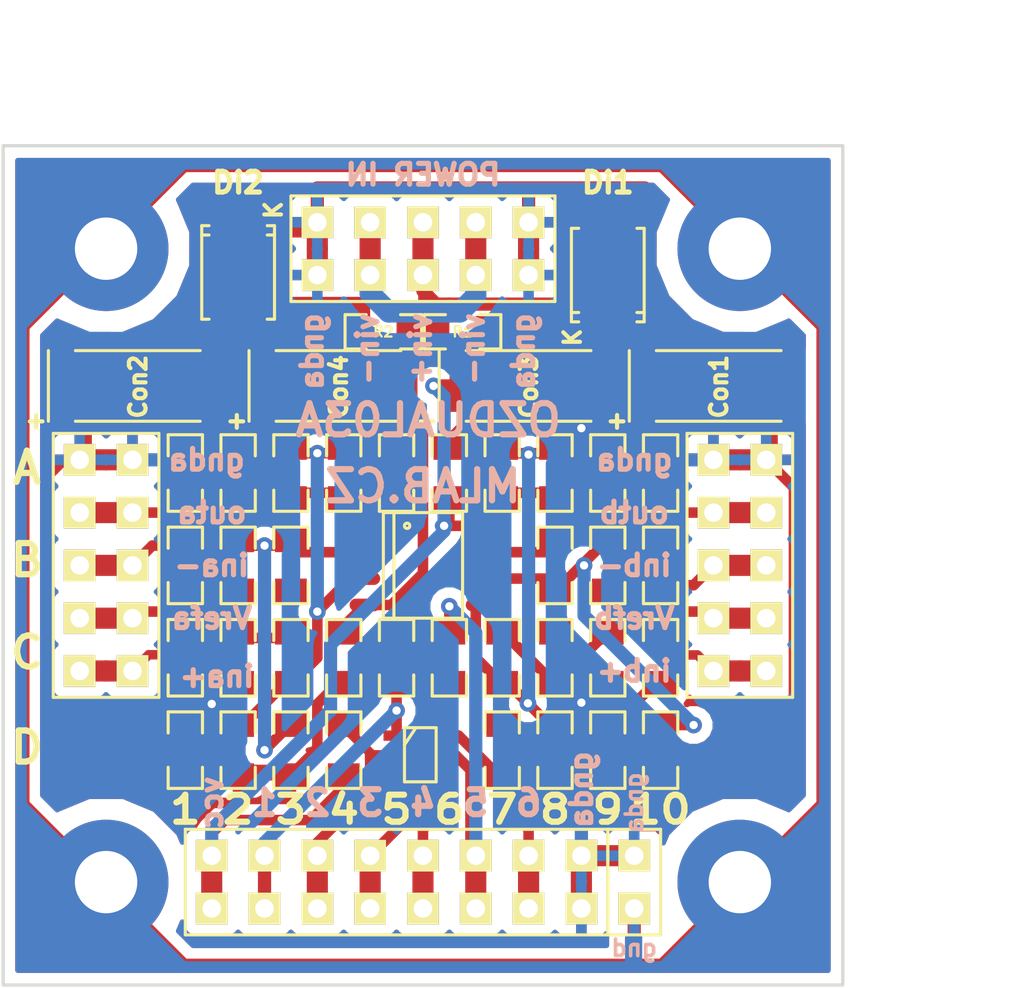
<source format=kicad_pcb>
(kicad_pcb (version 4) (host pcbnew 4.0.5+dfsg1-4~bpo8+1)

  (general
    (links 120)
    (no_connects 0)
    (area 127.051999 76.251999 167.588001 116.788001)
    (thickness 1.6)
    (drawings 48)
    (tracks 401)
    (zones 0)
    (modules 53)
    (nets 31)
  )

  (page A4)
  (layers
    (0 F.Cu signal)
    (31 B.Cu signal)
    (32 B.Adhes user hide)
    (33 F.Adhes user hide)
    (34 B.Paste user hide)
    (35 F.Paste user hide)
    (36 B.SilkS user hide)
    (37 F.SilkS user)
    (38 B.Mask user hide)
    (39 F.Mask user hide)
    (40 Dwgs.User user)
    (41 Cmts.User user)
    (42 Eco1.User user hide)
    (43 Eco2.User user hide)
    (44 Edge.Cuts user)
    (45 Margin user hide)
    (46 B.CrtYd user hide)
    (47 F.CrtYd user hide)
    (48 B.Fab user hide)
    (49 F.Fab user hide)
  )

  (setup
    (last_trace_width 0.254)
    (user_trace_width 0.254)
    (user_trace_width 0.4572)
    (user_trace_width 0.508)
    (user_trace_width 0.635)
    (user_trace_width 1.016)
    (trace_clearance 0.15)
    (zone_clearance 0.508)
    (zone_45_only no)
    (trace_min 0.2)
    (segment_width 0.2)
    (edge_width 0.15)
    (via_size 0.889)
    (via_drill 0.635)
    (via_min_size 0.4)
    (via_min_drill 0.3)
    (user_via 0.8 0.4)
    (uvia_size 0.508)
    (uvia_drill 0.127)
    (uvias_allowed no)
    (uvia_min_size 0.2)
    (uvia_min_drill 0.1)
    (pcb_text_width 0.3)
    (pcb_text_size 1.5 1.5)
    (mod_edge_width 0.15)
    (mod_text_size 1 1)
    (mod_text_width 0.15)
    (pad_size 1.35 1.6)
    (pad_drill 0)
    (pad_to_mask_clearance 0.2)
    (aux_axis_origin 0 0)
    (visible_elements 7FFFFFFF)
    (pcbplotparams
      (layerselection 0x011f0_80000001)
      (usegerberextensions false)
      (excludeedgelayer true)
      (linewidth 0.100000)
      (plotframeref false)
      (viasonmask false)
      (mode 1)
      (useauxorigin false)
      (hpglpennumber 1)
      (hpglpenspeed 20)
      (hpglpendiameter 15)
      (hpglpenoverlay 2)
      (psnegative false)
      (psa4output false)
      (plotreference false)
      (plotvalue false)
      (plotinvisibletext false)
      (padsonsilk false)
      (subtractmaskfromsilk false)
      (outputformat 1)
      (mirror false)
      (drillshape 0)
      (scaleselection 1)
      (outputdirectory ../CAM_PROFI/))
  )

  (net 0 "")
  (net 1 /INA+)
  (net 2 /OUTA)
  (net 3 /INA-)
  (net 4 /VIN+)
  (net 5 GNDA)
  (net 6 VCC)
  (net 7 /VIN-)
  (net 8 VSS)
  (net 9 /INB+)
  (net 10 /OUTB)
  (net 11 /INB-)
  (net 12 GND)
  (net 13 /VREFA)
  (net 14 /VREFB)
  (net 15 /1)
  (net 16 /5)
  (net 17 /3)
  (net 18 /6)
  (net 19 /4)
  (net 20 /2)
  (net 21 "Net-(A1-Pad2)")
  (net 22 "Net-(A2-Pad2)")
  (net 23 "Net-(A3-Pad1)")
  (net 24 "Net-(A7-Pad1)")
  (net 25 "Net-(A10-Pad2)")
  (net 26 "Net-(A9-Pad2)")
  (net 27 "Net-(B1-Pad2)")
  (net 28 "Net-(B10-Pad2)")
  (net 29 "Net-(C1-Pad2)")
  (net 30 "Net-(C10-Pad2)")

  (net_class Default "This is the default net class."
    (clearance 0.15)
    (trace_width 0.254)
    (via_dia 0.889)
    (via_drill 0.635)
    (uvia_dia 0.508)
    (uvia_drill 0.127)
    (add_net /1)
    (add_net /2)
    (add_net /3)
    (add_net /4)
    (add_net /5)
    (add_net /6)
    (add_net /INA+)
    (add_net /INA-)
    (add_net /INB+)
    (add_net /INB-)
    (add_net /OUTA)
    (add_net /OUTB)
    (add_net /VIN+)
    (add_net /VIN-)
    (add_net /VREFA)
    (add_net /VREFB)
    (add_net GND)
    (add_net GNDA)
    (add_net "Net-(A1-Pad2)")
    (add_net "Net-(A10-Pad2)")
    (add_net "Net-(A2-Pad2)")
    (add_net "Net-(A3-Pad1)")
    (add_net "Net-(A7-Pad1)")
    (add_net "Net-(A9-Pad2)")
    (add_net "Net-(B1-Pad2)")
    (add_net "Net-(B10-Pad2)")
    (add_net "Net-(C1-Pad2)")
    (add_net "Net-(C10-Pad2)")
    (add_net VCC)
    (add_net VSS)
  )

  (module Mlab_Pin_Headers:Straight_2x05 (layer F.Cu) (tedit 58DE9696) (tstamp 578F5243)
    (at 162.56 96.52 180)
    (descr "pin header straight 2x05")
    (tags "pin header straight 2x05")
    (path /575F0877)
    (fp_text reference J4 (at 0 -7.62 180) (layer F.SilkS) hide
      (effects (font (size 1.5 1.5) (thickness 0.15)))
    )
    (fp_text value OPAMPB (at -3.683 0.127 270) (layer F.SilkS) hide
      (effects (font (size 1.5 1.5) (thickness 0.15)))
    )
    (fp_text user 1 (at -2.921 -5.08 180) (layer F.SilkS) hide
      (effects (font (size 0.5 0.5) (thickness 0.05)))
    )
    (fp_line (start -2.54 -6.35) (end 2.54 -6.35) (layer F.SilkS) (width 0.15))
    (fp_line (start 2.54 -6.35) (end 2.54 6.35) (layer F.SilkS) (width 0.15))
    (fp_line (start 2.54 6.35) (end -2.54 6.35) (layer F.SilkS) (width 0.15))
    (fp_line (start -2.54 6.35) (end -2.54 -6.35) (layer F.SilkS) (width 0.15))
    (pad 1 thru_hole rect (at -1.27 -5.08 180) (size 1.524 1.524) (drill 0.889) (layers *.Cu *.Mask F.SilkS)
      (net 9 /INB+))
    (pad 2 thru_hole rect (at 1.27 -5.08 180) (size 1.524 1.524) (drill 0.889) (layers *.Cu *.Mask F.SilkS)
      (net 9 /INB+))
    (pad 3 thru_hole rect (at -1.27 -2.54 180) (size 1.524 1.524) (drill 0.889) (layers *.Cu *.Mask F.SilkS)
      (net 14 /VREFB))
    (pad 4 thru_hole rect (at 1.27 -2.54 180) (size 1.524 1.524) (drill 0.889) (layers *.Cu *.Mask F.SilkS)
      (net 14 /VREFB))
    (pad 5 thru_hole rect (at -1.27 0 180) (size 1.524 1.524) (drill 0.889) (layers *.Cu *.Mask F.SilkS)
      (net 11 /INB-))
    (pad 6 thru_hole rect (at 1.27 0 180) (size 1.524 1.524) (drill 0.889) (layers *.Cu *.Mask F.SilkS)
      (net 11 /INB-))
    (pad 7 thru_hole rect (at -1.27 2.54 180) (size 1.524 1.524) (drill 0.889) (layers *.Cu *.Mask F.SilkS)
      (net 10 /OUTB))
    (pad 8 thru_hole rect (at 1.27 2.54 180) (size 1.524 1.524) (drill 0.889) (layers *.Cu *.Mask F.SilkS)
      (net 10 /OUTB))
    (pad 9 thru_hole rect (at -1.27 5.08 180) (size 1.524 1.524) (drill 0.889) (layers *.Cu *.Mask F.SilkS)
      (net 5 GNDA))
    (pad 10 thru_hole rect (at 1.27 5.08 180) (size 1.524 1.524) (drill 0.889) (layers *.Cu *.Mask F.SilkS)
      (net 5 GNDA))
    (model Pin_Headers/Pin_Header_Straight_2x05.wrl
      (at (xyz 0 0 0))
      (scale (xyz 1 1 1))
      (rotate (xyz 0 0 90))
    )
  )

  (module Mlab_IO:SO-8 (layer F.Cu) (tedit 58E26FE2) (tstamp 578F52E9)
    (at 147.32 96.52 270)
    (descr "SO-8 Surface Mount Small Outline 150mil 8pin Package")
    (tags "Power Integrations D Package")
    (path /5745F41A)
    (fp_text reference U1 (at 0 0 270) (layer F.SilkS) hide
      (effects (font (thickness 0.3048)))
    )
    (fp_text value OZ (at 0 0 270) (layer F.SilkS) hide
      (effects (font (thickness 0.3048)))
    )
    (fp_circle (center -1.905 0.762) (end -1.778 0.762) (layer F.SilkS) (width 0.15))
    (fp_line (start -2.54 1.397) (end 2.54 1.397) (layer F.SilkS) (width 0.15))
    (fp_line (start -2.54 -1.905) (end 2.54 -1.905) (layer F.SilkS) (width 0.15))
    (fp_line (start -2.54 1.905) (end 2.54 1.905) (layer F.SilkS) (width 0.15))
    (fp_line (start -2.54 1.905) (end -2.54 -1.905) (layer F.SilkS) (width 0.15))
    (fp_line (start 2.54 1.905) (end 2.54 -1.905) (layer F.SilkS) (width 0.15))
    (pad 1 smd oval (at -1.905 2.794 270) (size 0.6096 1.4732) (layers F.Cu F.Paste F.Mask)
      (net 21 "Net-(A1-Pad2)"))
    (pad 2 smd oval (at -0.635 2.794 270) (size 0.6096 1.4732) (layers F.Cu F.Paste F.Mask)
      (net 22 "Net-(A2-Pad2)"))
    (pad 3 smd oval (at 0.635 2.794 270) (size 0.6096 1.4732) (layers F.Cu F.Paste F.Mask)
      (net 23 "Net-(A3-Pad1)"))
    (pad 4 smd oval (at 1.905 2.794 270) (size 0.6096 1.4732) (layers F.Cu F.Paste F.Mask)
      (net 8 VSS))
    (pad 5 smd oval (at 1.905 -2.794 270) (size 0.6096 1.4732) (layers F.Cu F.Paste F.Mask)
      (net 24 "Net-(A7-Pad1)"))
    (pad 6 smd oval (at 0.635 -2.794 270) (size 0.6096 1.4732) (layers F.Cu F.Paste F.Mask)
      (net 26 "Net-(A9-Pad2)"))
    (pad 7 smd oval (at -0.635 -2.794 270) (size 0.6096 1.4732) (layers F.Cu F.Paste F.Mask)
      (net 25 "Net-(A10-Pad2)"))
    (pad 8 smd oval (at -1.905 -2.794 270) (size 0.6096 1.4732) (layers F.Cu F.Paste F.Mask)
      (net 6 VCC))
    (model MLAB_3D/IO/cms_so8.wrl
      (at (xyz 0 0 0))
      (scale (xyz 0.5 0.4 0.45))
      (rotate (xyz 0 0 0))
    )
  )

  (module Mlab_Pin_Headers:Straight_2x01 (layer F.Cu) (tedit 5545E8D2) (tstamp 578F5219)
    (at 157.48 111.76 270)
    (descr "pin header straight 2x01")
    (tags "pin header straight 2x01")
    (path /575EAA7C)
    (fp_text reference J1 (at 0 -2.54 270) (layer F.SilkS) hide
      (effects (font (size 1.5 1.5) (thickness 0.15)))
    )
    (fp_text value JUMP2_2x1 (at 0 2.54 270) (layer F.SilkS) hide
      (effects (font (size 1.5 1.5) (thickness 0.15)))
    )
    (fp_line (start -2.54 -1.27) (end 2.54 -1.27) (layer F.SilkS) (width 0.15))
    (fp_line (start 2.54 -1.27) (end 2.54 1.27) (layer F.SilkS) (width 0.15))
    (fp_line (start 2.54 1.27) (end -2.54 1.27) (layer F.SilkS) (width 0.15))
    (fp_line (start -2.54 1.27) (end -2.54 -1.27) (layer F.SilkS) (width 0.15))
    (pad 1 thru_hole rect (at -1.27 0 270) (size 1.524 1.524) (drill 0.889) (layers *.Cu *.Mask F.SilkS)
      (net 5 GNDA))
    (pad 2 thru_hole rect (at 1.27 0 270) (size 1.524 1.524) (drill 0.889) (layers *.Cu *.Mask F.SilkS)
      (net 12 GND))
    (model Pin_Headers/Pin_Header_Straight_2x01.wrl
      (at (xyz 0 0 0))
      (scale (xyz 1 1 1))
      (rotate (xyz 0 0 90))
    )
  )

  (module Mlab_Pin_Headers:Straight_2x05 (layer F.Cu) (tedit 58DE968D) (tstamp 578F5227)
    (at 147.32 81.28 270)
    (descr "pin header straight 2x05")
    (tags "pin header straight 2x05")
    (path /575EC3AE)
    (fp_text reference J2 (at 0 -7.62 270) (layer F.SilkS) hide
      (effects (font (size 1.5 1.5) (thickness 0.15)))
    )
    (fp_text value POWER (at -3.556 0 360) (layer F.SilkS) hide
      (effects (font (size 1.5 1.5) (thickness 0.15)))
    )
    (fp_text user 1 (at -2.921 -5.08 270) (layer F.SilkS) hide
      (effects (font (size 0.5 0.5) (thickness 0.05)))
    )
    (fp_line (start -2.54 -6.35) (end 2.54 -6.35) (layer F.SilkS) (width 0.15))
    (fp_line (start 2.54 -6.35) (end 2.54 6.35) (layer F.SilkS) (width 0.15))
    (fp_line (start 2.54 6.35) (end -2.54 6.35) (layer F.SilkS) (width 0.15))
    (fp_line (start -2.54 6.35) (end -2.54 -6.35) (layer F.SilkS) (width 0.15))
    (pad 1 thru_hole rect (at -1.27 -5.08 270) (size 1.524 1.524) (drill 0.889) (layers *.Cu *.Mask F.SilkS)
      (net 5 GNDA))
    (pad 2 thru_hole rect (at 1.27 -5.08 270) (size 1.524 1.524) (drill 0.889) (layers *.Cu *.Mask F.SilkS)
      (net 5 GNDA))
    (pad 3 thru_hole rect (at -1.27 -2.54 270) (size 1.524 1.524) (drill 0.889) (layers *.Cu *.Mask F.SilkS)
      (net 7 /VIN-))
    (pad 4 thru_hole rect (at 1.27 -2.54 270) (size 1.524 1.524) (drill 0.889) (layers *.Cu *.Mask F.SilkS)
      (net 7 /VIN-))
    (pad 5 thru_hole rect (at -1.27 0 270) (size 1.524 1.524) (drill 0.889) (layers *.Cu *.Mask F.SilkS)
      (net 4 /VIN+))
    (pad 6 thru_hole rect (at 1.27 0 270) (size 1.524 1.524) (drill 0.889) (layers *.Cu *.Mask F.SilkS)
      (net 4 /VIN+))
    (pad 7 thru_hole rect (at -1.27 2.54 270) (size 1.524 1.524) (drill 0.889) (layers *.Cu *.Mask F.SilkS)
      (net 7 /VIN-))
    (pad 8 thru_hole rect (at 1.27 2.54 270) (size 1.524 1.524) (drill 0.889) (layers *.Cu *.Mask F.SilkS)
      (net 7 /VIN-))
    (pad 9 thru_hole rect (at -1.27 5.08 270) (size 1.524 1.524) (drill 0.889) (layers *.Cu *.Mask F.SilkS)
      (net 5 GNDA))
    (pad 10 thru_hole rect (at 1.27 5.08 270) (size 1.524 1.524) (drill 0.889) (layers *.Cu *.Mask F.SilkS)
      (net 5 GNDA))
    (model Pin_Headers/Pin_Header_Straight_2x05.wrl
      (at (xyz 0 0 0))
      (scale (xyz 1 1 1))
      (rotate (xyz 0 0 90))
    )
  )

  (module Mlab_Pin_Headers:Straight_2x05 (layer F.Cu) (tedit 58DE969E) (tstamp 578F5235)
    (at 132.08 96.52 180)
    (descr "pin header straight 2x05")
    (tags "pin header straight 2x05")
    (path /575F0796)
    (fp_text reference J3 (at 0 -7.62 180) (layer F.SilkS) hide
      (effects (font (size 1.5 1.5) (thickness 0.15)))
    )
    (fp_text value OPAMPA (at 3.81 5.207 270) (layer F.SilkS) hide
      (effects (font (size 1.5 1.5) (thickness 0.15)))
    )
    (fp_text user 1 (at -2.921 -5.08 180) (layer F.SilkS) hide
      (effects (font (size 0.5 0.5) (thickness 0.05)))
    )
    (fp_line (start -2.54 -6.35) (end 2.54 -6.35) (layer F.SilkS) (width 0.15))
    (fp_line (start 2.54 -6.35) (end 2.54 6.35) (layer F.SilkS) (width 0.15))
    (fp_line (start 2.54 6.35) (end -2.54 6.35) (layer F.SilkS) (width 0.15))
    (fp_line (start -2.54 6.35) (end -2.54 -6.35) (layer F.SilkS) (width 0.15))
    (pad 1 thru_hole rect (at -1.27 -5.08 180) (size 1.524 1.524) (drill 0.889) (layers *.Cu *.Mask F.SilkS)
      (net 1 /INA+))
    (pad 2 thru_hole rect (at 1.27 -5.08 180) (size 1.524 1.524) (drill 0.889) (layers *.Cu *.Mask F.SilkS)
      (net 1 /INA+))
    (pad 3 thru_hole rect (at -1.27 -2.54 180) (size 1.524 1.524) (drill 0.889) (layers *.Cu *.Mask F.SilkS)
      (net 13 /VREFA))
    (pad 4 thru_hole rect (at 1.27 -2.54 180) (size 1.524 1.524) (drill 0.889) (layers *.Cu *.Mask F.SilkS)
      (net 13 /VREFA))
    (pad 5 thru_hole rect (at -1.27 0 180) (size 1.524 1.524) (drill 0.889) (layers *.Cu *.Mask F.SilkS)
      (net 3 /INA-))
    (pad 6 thru_hole rect (at 1.27 0 180) (size 1.524 1.524) (drill 0.889) (layers *.Cu *.Mask F.SilkS)
      (net 3 /INA-))
    (pad 7 thru_hole rect (at -1.27 2.54 180) (size 1.524 1.524) (drill 0.889) (layers *.Cu *.Mask F.SilkS)
      (net 2 /OUTA))
    (pad 8 thru_hole rect (at 1.27 2.54 180) (size 1.524 1.524) (drill 0.889) (layers *.Cu *.Mask F.SilkS)
      (net 2 /OUTA))
    (pad 9 thru_hole rect (at -1.27 5.08 180) (size 1.524 1.524) (drill 0.889) (layers *.Cu *.Mask F.SilkS)
      (net 5 GNDA))
    (pad 10 thru_hole rect (at 1.27 5.08 180) (size 1.524 1.524) (drill 0.889) (layers *.Cu *.Mask F.SilkS)
      (net 5 GNDA))
    (model Pin_Headers/Pin_Header_Straight_2x05.wrl
      (at (xyz 0 0 0))
      (scale (xyz 1 1 1))
      (rotate (xyz 0 0 90))
    )
  )

  (module Mlab_Mechanical:MountingHole_3mm placed (layer F.Cu) (tedit 5535DB2C) (tstamp 578F5256)
    (at 132.08 111.76 90)
    (descr "Mounting hole, Befestigungsbohrung, 3mm, No Annular, Kein Restring,")
    (tags "Mounting hole, Befestigungsbohrung, 3mm, No Annular, Kein Restring,")
    (path /549D7549)
    (fp_text reference M1 (at 0 -4.191 90) (layer F.SilkS) hide
      (effects (font (thickness 0.3048)))
    )
    (fp_text value HOLE (at 0 4.191 90) (layer F.SilkS) hide
      (effects (font (thickness 0.3048)))
    )
    (fp_circle (center 0 0) (end 2.99974 0) (layer Cmts.User) (width 0.381))
    (pad 1 thru_hole circle (at 0 0 90) (size 6 6) (drill 3) (layers *.Cu *.Adhes *.Mask)
      (net 12 GND) (clearance 1) (zone_connect 2))
  )

  (module Mlab_Mechanical:MountingHole_3mm placed (layer F.Cu) (tedit 5535DB2C) (tstamp 578F525B)
    (at 132.08 81.28 90)
    (descr "Mounting hole, Befestigungsbohrung, 3mm, No Annular, Kein Restring,")
    (tags "Mounting hole, Befestigungsbohrung, 3mm, No Annular, Kein Restring,")
    (path /549D7628)
    (fp_text reference M2 (at 0 -4.191 90) (layer F.SilkS) hide
      (effects (font (thickness 0.3048)))
    )
    (fp_text value HOLE (at 0 4.191 90) (layer F.SilkS) hide
      (effects (font (thickness 0.3048)))
    )
    (fp_circle (center 0 0) (end 2.99974 0) (layer Cmts.User) (width 0.381))
    (pad 1 thru_hole circle (at 0 0 90) (size 6 6) (drill 3) (layers *.Cu *.Adhes *.Mask)
      (net 12 GND) (clearance 1) (zone_connect 2))
  )

  (module Mlab_Mechanical:MountingHole_3mm placed (layer F.Cu) (tedit 5535DB2C) (tstamp 578F5260)
    (at 162.56 111.76 90)
    (descr "Mounting hole, Befestigungsbohrung, 3mm, No Annular, Kein Restring,")
    (tags "Mounting hole, Befestigungsbohrung, 3mm, No Annular, Kein Restring,")
    (path /549D7646)
    (fp_text reference M3 (at 0 -4.191 90) (layer F.SilkS) hide
      (effects (font (thickness 0.3048)))
    )
    (fp_text value HOLE (at 0 4.191 90) (layer F.SilkS) hide
      (effects (font (thickness 0.3048)))
    )
    (fp_circle (center 0 0) (end 2.99974 0) (layer Cmts.User) (width 0.381))
    (pad 1 thru_hole circle (at 0 0 90) (size 6 6) (drill 3) (layers *.Cu *.Adhes *.Mask)
      (net 12 GND) (clearance 1) (zone_connect 2))
  )

  (module Mlab_Mechanical:MountingHole_3mm placed (layer F.Cu) (tedit 5535DB2C) (tstamp 578F5265)
    (at 162.56 81.28 90)
    (descr "Mounting hole, Befestigungsbohrung, 3mm, No Annular, Kein Restring,")
    (tags "Mounting hole, Befestigungsbohrung, 3mm, No Annular, Kein Restring,")
    (path /549D7665)
    (fp_text reference M4 (at 0 -4.191 90) (layer F.SilkS) hide
      (effects (font (thickness 0.3048)))
    )
    (fp_text value HOLE (at 0 4.191 90) (layer F.SilkS) hide
      (effects (font (thickness 0.3048)))
    )
    (fp_circle (center 0 0) (end 2.99974 0) (layer Cmts.User) (width 0.381))
    (pad 1 thru_hole circle (at 0 0 90) (size 6 6) (drill 3) (layers *.Cu *.Adhes *.Mask)
      (net 12 GND) (clearance 1) (zone_connect 2))
  )

  (module Mlab_D:Diode-SMA_Standard (layer F.Cu) (tedit 58DE967E) (tstamp 579637B8)
    (at 138.43 82.423 90)
    (descr "Diode SMA")
    (tags "Diode SMA")
    (path /575DD18C)
    (attr smd)
    (fp_text reference Di2 (at 4.318 0 180) (layer F.SilkS)
      (effects (font (size 1 1) (thickness 0.25)))
    )
    (fp_text value M4 (at 0 3.81 90) (layer F.SilkS) hide
      (effects (font (thickness 0.3048)))
    )
    (fp_text user A (at -3.29946 1.6002 90) (layer F.SilkS) hide
      (effects (font (size 0.50038 0.50038) (thickness 0.09906)))
    )
    (fp_text user K (at 2.99974 1.69926 90) (layer F.SilkS)
      (effects (font (size 0.8 0.8) (thickness 0.2)))
    )
    (fp_circle (center 0 0) (end 0.20066 -0.0508) (layer F.Adhes) (width 0.381))
    (fp_line (start 1.80086 1.75006) (end 1.80086 1.39954) (layer F.SilkS) (width 0.15))
    (fp_line (start 1.80086 -1.75006) (end 1.80086 -1.39954) (layer F.SilkS) (width 0.15))
    (fp_line (start 2.25044 1.75006) (end 2.25044 1.39954) (layer F.SilkS) (width 0.15))
    (fp_line (start -2.25044 1.75006) (end -2.25044 1.39954) (layer F.SilkS) (width 0.15))
    (fp_line (start -2.25044 -1.75006) (end -2.25044 -1.39954) (layer F.SilkS) (width 0.15))
    (fp_line (start 2.25044 -1.75006) (end 2.25044 -1.39954) (layer F.SilkS) (width 0.15))
    (fp_line (start -2.25044 1.75006) (end 2.25044 1.75006) (layer F.SilkS) (width 0.15))
    (fp_line (start -2.25044 -1.75006) (end 2.25044 -1.75006) (layer F.SilkS) (width 0.15))
    (pad 2 smd rect (at -1.99898 0 90) (size 2.49936 1.80086) (layers F.Cu F.Paste F.Mask)
      (net 7 /VIN-))
    (pad 1 smd rect (at 1.99898 0 90) (size 2.49936 1.80086) (layers F.Cu F.Paste F.Mask)
      (net 5 GNDA))
    (model MLAB_3D/Diodes/SMA.wrl
      (at (xyz 0 0 0))
      (scale (xyz 0.3937 0.3937 0.3937))
      (rotate (xyz 0 0 0))
    )
  )

  (module Mlab_D:Diode-SMA_Standard (layer F.Cu) (tedit 58DE9684) (tstamp 579637D1)
    (at 156.21 82.55 270)
    (descr "Diode SMA")
    (tags "Diode SMA")
    (path /575DC5AC)
    (attr smd)
    (fp_text reference Di1 (at -4.445 0 360) (layer F.SilkS)
      (effects (font (size 1 1) (thickness 0.25)))
    )
    (fp_text value M4 (at 0 3.81 270) (layer F.SilkS) hide
      (effects (font (thickness 0.3048)))
    )
    (fp_text user A (at -3.29946 1.6002 270) (layer F.SilkS) hide
      (effects (font (size 0.50038 0.50038) (thickness 0.09906)))
    )
    (fp_text user K (at 2.99974 1.69926 270) (layer F.SilkS)
      (effects (font (size 0.8 0.8) (thickness 0.2)))
    )
    (fp_circle (center 0 0) (end 0.20066 -0.0508) (layer F.Adhes) (width 0.381))
    (fp_line (start 1.80086 1.75006) (end 1.80086 1.39954) (layer F.SilkS) (width 0.15))
    (fp_line (start 1.80086 -1.75006) (end 1.80086 -1.39954) (layer F.SilkS) (width 0.15))
    (fp_line (start 2.25044 1.75006) (end 2.25044 1.39954) (layer F.SilkS) (width 0.15))
    (fp_line (start -2.25044 1.75006) (end -2.25044 1.39954) (layer F.SilkS) (width 0.15))
    (fp_line (start -2.25044 -1.75006) (end -2.25044 -1.39954) (layer F.SilkS) (width 0.15))
    (fp_line (start 2.25044 -1.75006) (end 2.25044 -1.39954) (layer F.SilkS) (width 0.15))
    (fp_line (start -2.25044 1.75006) (end 2.25044 1.75006) (layer F.SilkS) (width 0.15))
    (fp_line (start -2.25044 -1.75006) (end 2.25044 -1.75006) (layer F.SilkS) (width 0.15))
    (pad 2 smd rect (at -1.99898 0 270) (size 2.49936 1.80086) (layers F.Cu F.Paste F.Mask)
      (net 5 GNDA))
    (pad 1 smd rect (at 1.99898 0 270) (size 2.49936 1.80086) (layers F.Cu F.Paste F.Mask)
      (net 4 /VIN+))
    (model MLAB_3D/Diodes/SMA.wrl
      (at (xyz 0 0 0))
      (scale (xyz 0.3937 0.3937 0.3937))
      (rotate (xyz 0 0 0))
    )
  )

  (module sot23-6:TantalC_SizeC_Reflow (layer F.Cu) (tedit 58E25A42) (tstamp 5798E76B)
    (at 161.544 87.884)
    (descr "Tantal Cap. , Size C, EIA-6032, Reflow,")
    (tags "Tantal Cap. , Size C, EIA-6032, Reflow,")
    (path /575DC6C0)
    (attr smd)
    (fp_text reference Con1 (at 0.0127 0.0381 90) (layer F.SilkS)
      (effects (font (size 0.8 0.8) (thickness 0.2)))
    )
    (fp_text value 47u (at -0.09906 3.59918) (layer F.SilkS) hide
      (effects (font (thickness 0.3048)))
    )
    (fp_line (start -4.30022 -1.69926) (end -4.30022 1.69926) (layer F.SilkS) (width 0.15))
    (fp_line (start 2.99974 1.69926) (end -2.99974 1.69926) (layer F.SilkS) (width 0.15))
    (fp_line (start 2.99974 -1.69926) (end -2.99974 -1.69926) (layer F.SilkS) (width 0.15))
    (fp_text user + (at -4.8895 1.651) (layer F.SilkS)
      (effects (font (size 0.8 0.8) (thickness 0.2)))
    )
    (pad 2 smd rect (at 2.52476 0) (size 2.55016 2.49936) (layers F.Cu F.Paste F.Mask)
      (net 5 GNDA))
    (pad 1 smd rect (at -2.52476 0) (size 2.55016 2.49936) (layers F.Cu F.Paste F.Mask)
      (net 4 /VIN+))
    (model MLAB_3D/Capacitors/c_tant_C.wrl
      (at (xyz 0 0 0))
      (scale (xyz 1 1 1))
      (rotate (xyz 0 0 180))
    )
  )

  (module sot23-6:TantalC_SizeC_Reflow (layer F.Cu) (tedit 58E25A34) (tstamp 5798E774)
    (at 133.604 87.884)
    (descr "Tantal Cap. , Size C, EIA-6032, Reflow,")
    (tags "Tantal Cap. , Size C, EIA-6032, Reflow,")
    (path /575DD192)
    (attr smd)
    (fp_text reference Con2 (at 0.0127 0.0381 90) (layer F.SilkS)
      (effects (font (size 0.8 0.8) (thickness 0.2)))
    )
    (fp_text value 47u (at -0.09906 3.59918) (layer F.SilkS) hide
      (effects (font (thickness 0.3048)))
    )
    (fp_line (start -4.30022 -1.69926) (end -4.30022 1.69926) (layer F.SilkS) (width 0.15))
    (fp_line (start 2.99974 1.69926) (end -2.99974 1.69926) (layer F.SilkS) (width 0.15))
    (fp_line (start 2.99974 -1.69926) (end -2.99974 -1.69926) (layer F.SilkS) (width 0.15))
    (fp_text user + (at -4.8895 1.651) (layer F.SilkS)
      (effects (font (size 0.8 0.8) (thickness 0.2)))
    )
    (pad 2 smd rect (at 2.52476 0) (size 2.55016 2.49936) (layers F.Cu F.Paste F.Mask)
      (net 7 /VIN-))
    (pad 1 smd rect (at -2.52476 0) (size 2.55016 2.49936) (layers F.Cu F.Paste F.Mask)
      (net 5 GNDA))
    (model MLAB_3D/Capacitors/c_tant_C.wrl
      (at (xyz 0 0 0))
      (scale (xyz 1 1 1))
      (rotate (xyz 0 0 180))
    )
  )

  (module sot23-6:TantalC_SizeC_Reflow (layer F.Cu) (tedit 58E25A3C) (tstamp 5798E77D)
    (at 152.4 87.884)
    (descr "Tantal Cap. , Size C, EIA-6032, Reflow,")
    (tags "Tantal Cap. , Size C, EIA-6032, Reflow,")
    (path /575DCC73)
    (attr smd)
    (fp_text reference Con3 (at 0.0127 0.0381 90) (layer F.SilkS)
      (effects (font (size 0.8 0.8) (thickness 0.2)))
    )
    (fp_text value 47u (at -0.09906 3.59918) (layer F.SilkS) hide
      (effects (font (thickness 0.3048)))
    )
    (fp_line (start -4.30022 -1.69926) (end -4.30022 1.69926) (layer F.SilkS) (width 0.15))
    (fp_line (start 2.99974 1.69926) (end -2.99974 1.69926) (layer F.SilkS) (width 0.15))
    (fp_line (start 2.99974 -1.69926) (end -2.99974 -1.69926) (layer F.SilkS) (width 0.15))
    (fp_text user + (at -4.8895 1.651) (layer F.SilkS)
      (effects (font (size 0.8 0.8) (thickness 0.2)))
    )
    (pad 2 smd rect (at 2.52476 0) (size 2.55016 2.49936) (layers F.Cu F.Paste F.Mask)
      (net 5 GNDA))
    (pad 1 smd rect (at -2.52476 0) (size 2.55016 2.49936) (layers F.Cu F.Paste F.Mask)
      (net 6 VCC))
    (model MLAB_3D/Capacitors/c_tant_C.wrl
      (at (xyz 0 0 0))
      (scale (xyz 1 1 1))
      (rotate (xyz 0 0 180))
    )
  )

  (module sot23-6:TantalC_SizeC_Reflow (layer F.Cu) (tedit 58E25A21) (tstamp 5798E786)
    (at 143.256 87.884)
    (descr "Tantal Cap. , Size C, EIA-6032, Reflow,")
    (tags "Tantal Cap. , Size C, EIA-6032, Reflow,")
    (path /575DD19E)
    (attr smd)
    (fp_text reference Con4 (at 0.0127 0.0381 90) (layer F.SilkS)
      (effects (font (size 0.8 0.8) (thickness 0.2)))
    )
    (fp_text value 47u (at -0.09906 3.59918) (layer F.SilkS) hide
      (effects (font (thickness 0.3048)))
    )
    (fp_line (start -4.30022 -1.69926) (end -4.30022 1.69926) (layer F.SilkS) (width 0.15))
    (fp_line (start 2.99974 1.69926) (end -2.99974 1.69926) (layer F.SilkS) (width 0.15))
    (fp_line (start 2.99974 -1.69926) (end -2.99974 -1.69926) (layer F.SilkS) (width 0.15))
    (fp_text user + (at -4.8895 1.651) (layer F.SilkS)
      (effects (font (size 0.8 0.8) (thickness 0.2)))
    )
    (pad 2 smd rect (at 2.52476 0) (size 2.55016 2.49936) (layers F.Cu F.Paste F.Mask)
      (net 8 VSS))
    (pad 1 smd rect (at -2.52476 0) (size 2.55016 2.49936) (layers F.Cu F.Paste F.Mask)
      (net 5 GNDA))
    (model MLAB_3D/Capacitors/c_tant_C.wrl
      (at (xyz 0 0 0))
      (scale (xyz 1 1 1))
      (rotate (xyz 0 0 180))
    )
  )

  (module Mlab_Pin_Headers:Straight_2x08 (layer F.Cu) (tedit 58DE96DE) (tstamp 57A775B2)
    (at 146.05 111.76 270)
    (descr "pin header straight 2x08")
    (tags "pin header straight 2x08")
    (path /57A8B6E9)
    (fp_text reference J5 (at 0 -11.43 270) (layer F.SilkS) hide
      (effects (font (size 1.5 1.5) (thickness 0.15)))
    )
    (fp_text value SOT23-6 (at 0 11.43 270) (layer F.SilkS) hide
      (effects (font (size 1.5 1.5) (thickness 0.15)))
    )
    (fp_text user 1 (at -2.921 -8.89 270) (layer F.SilkS) hide
      (effects (font (size 0.5 0.5) (thickness 0.05)))
    )
    (fp_line (start -2.54 -10.16) (end 2.54 -10.16) (layer F.SilkS) (width 0.15))
    (fp_line (start 2.54 -10.16) (end 2.54 10.16) (layer F.SilkS) (width 0.15))
    (fp_line (start 2.54 10.16) (end -2.54 10.16) (layer F.SilkS) (width 0.15))
    (fp_line (start -2.54 10.16) (end -2.54 -10.16) (layer F.SilkS) (width 0.15))
    (pad 1 thru_hole rect (at -1.27 -8.89 270) (size 1.524 1.524) (drill 0.889) (layers *.Cu *.Mask F.SilkS)
      (net 5 GNDA))
    (pad 2 thru_hole rect (at 1.27 -8.89 270) (size 1.524 1.524) (drill 0.889) (layers *.Cu *.Mask F.SilkS)
      (net 5 GNDA))
    (pad 3 thru_hole rect (at -1.27 -6.35 270) (size 1.524 1.524) (drill 0.889) (layers *.Cu *.Mask F.SilkS)
      (net 18 /6))
    (pad 4 thru_hole rect (at 1.27 -6.35 270) (size 1.524 1.524) (drill 0.889) (layers *.Cu *.Mask F.SilkS)
      (net 18 /6))
    (pad 5 thru_hole rect (at -1.27 -3.81 270) (size 1.524 1.524) (drill 0.889) (layers *.Cu *.Mask F.SilkS)
      (net 16 /5))
    (pad 6 thru_hole rect (at 1.27 -3.81 270) (size 1.524 1.524) (drill 0.889) (layers *.Cu *.Mask F.SilkS)
      (net 16 /5))
    (pad 7 thru_hole rect (at -1.27 -1.27 270) (size 1.524 1.524) (drill 0.889) (layers *.Cu *.Mask F.SilkS)
      (net 19 /4))
    (pad 8 thru_hole rect (at 1.27 -1.27 270) (size 1.524 1.524) (drill 0.889) (layers *.Cu *.Mask F.SilkS)
      (net 19 /4))
    (pad 9 thru_hole rect (at -1.27 1.27 270) (size 1.524 1.524) (drill 0.889) (layers *.Cu *.Mask F.SilkS)
      (net 17 /3))
    (pad 10 thru_hole rect (at 1.27 1.27 270) (size 1.524 1.524) (drill 0.889) (layers *.Cu *.Mask F.SilkS)
      (net 17 /3))
    (pad 11 thru_hole rect (at -1.27 3.81 270) (size 1.524 1.524) (drill 0.889) (layers *.Cu *.Mask F.SilkS)
      (net 20 /2))
    (pad 12 thru_hole rect (at 1.27 3.81 270) (size 1.524 1.524) (drill 0.889) (layers *.Cu *.Mask F.SilkS)
      (net 20 /2))
    (pad 13 thru_hole rect (at -1.27 6.35 270) (size 1.524 1.524) (drill 0.889) (layers *.Cu *.Mask F.SilkS)
      (net 15 /1))
    (pad 14 thru_hole rect (at 1.27 6.35 270) (size 1.524 1.524) (drill 0.889) (layers *.Cu *.Mask F.SilkS)
      (net 15 /1))
    (pad 15 thru_hole rect (at -1.27 8.89 270) (size 1.524 1.524) (drill 0.889) (layers *.Cu *.Mask F.SilkS)
      (net 6 VCC))
    (pad 16 thru_hole rect (at 1.27 8.89 270) (size 1.524 1.524) (drill 0.889) (layers *.Cu *.Mask F.SilkS)
      (net 6 VCC))
    (model Pin_Headers/Pin_Header_Straight_2x08.wrl
      (at (xyz 0 0 0))
      (scale (xyz 1 1 1))
      (rotate (xyz 0 0 90))
    )
  )

  (module Mlab_IO:SOT-23-6 (layer F.Cu) (tedit 58DE96E4) (tstamp 58DE9575)
    (at 147.193 105.664 270)
    (path /581264C2)
    (fp_text reference U2 (at 1.99898 0 360) (layer F.SilkS) hide
      (effects (font (size 0.762 0.762) (thickness 0.0762)))
    )
    (fp_text value sot23-6 (at 0.0635 0 270) (layer F.SilkS) hide
      (effects (font (size 0.50038 0.50038) (thickness 0.0762)))
    )
    (fp_line (start -0.508 0.762) (end -1.27 0.254) (layer F.SilkS) (width 0.15))
    (fp_line (start 1.27 0.762) (end -1.3335 0.762) (layer F.SilkS) (width 0.15))
    (fp_line (start -1.3335 0.762) (end -1.3335 -0.762) (layer F.SilkS) (width 0.15))
    (fp_line (start -1.3335 -0.762) (end 1.27 -0.762) (layer F.SilkS) (width 0.15))
    (fp_line (start 1.27 -0.762) (end 1.27 0.762) (layer F.SilkS) (width 0.15))
    (pad 6 smd rect (at -0.9525 -1.27 270) (size 0.5 1.00076) (layers F.Cu F.Paste F.Mask)
      (net 18 /6))
    (pad 5 smd rect (at 0 -1.27 270) (size 0.5 1.00076) (layers F.Cu F.Paste F.Mask)
      (net 16 /5))
    (pad 4 smd rect (at 0.9525 -1.27 270) (size 0.50104 1.00076) (layers F.Cu F.Paste F.Mask)
      (net 19 /4))
    (pad 3 smd rect (at 0.9525 1.27 270) (size 0.5 1.00076) (layers F.Cu F.Paste F.Mask)
      (net 17 /3))
    (pad 2 smd rect (at 0 1.27 270) (size 0.5 1.00076) (layers F.Cu F.Paste F.Mask)
      (net 20 /2))
    (pad 1 smd rect (at -0.9525 1.27 270) (size 0.5 1.00076) (layers F.Cu F.Paste F.Mask)
      (net 15 /1))
    (model MLAB_3D/IO/SOT23_6.wrl
      (at (xyz 0 0 0))
      (scale (xyz 0.11 0.11 0.11))
      (rotate (xyz 0 0 0))
    )
  )

  (module Mlab_R:SMD-0805-hand-soldering (layer F.Cu) (tedit 58E26F68) (tstamp 58E25AB7)
    (at 135.89 92.075 90)
    (path /574854BB)
    (attr smd)
    (fp_text reference A1 (at 0 -0.3175 90) (layer F.SilkS) hide
      (effects (font (size 0.50038 0.50038) (thickness 0.10922)))
    )
    (fp_text value C (at 0.127 0.381 90) (layer F.SilkS) hide
      (effects (font (size 0.50038 0.50038) (thickness 0.10922)))
    )
    (fp_line (start 0.8255 -0.8255) (end 1.8415 -0.8255) (layer F.SilkS) (width 0.15))
    (fp_line (start 1.8415 -0.8255) (end 1.8415 0.8255) (layer F.SilkS) (width 0.15))
    (fp_line (start 1.8415 0.8255) (end 0.8255 0.8255) (layer F.SilkS) (width 0.15))
    (fp_line (start -0.889 0.8255) (end -0.8255 0.8255) (layer F.SilkS) (width 0.15))
    (fp_line (start -0.8255 -0.8255) (end -1.8415 -0.8255) (layer F.SilkS) (width 0.15))
    (fp_line (start -1.8415 -0.8255) (end -1.8415 0.8255) (layer F.SilkS) (width 0.15))
    (fp_line (start -1.8415 0.8255) (end -0.889 0.8255) (layer F.SilkS) (width 0.15))
    (pad 1 smd rect (at -1.2065 0 90) (size 1.143 1.524) (layers F.Cu F.Paste F.Mask)
      (net 2 /OUTA))
    (pad 2 smd rect (at 1.2065 0 90) (size 1.143 1.524) (layers F.Cu F.Paste F.Mask)
      (net 21 "Net-(A1-Pad2)"))
    (model MLAB_3D/Resistors/chip_cms.wrl
      (at (xyz 0 0 0))
      (scale (xyz 0.1 0.1 0.1))
      (rotate (xyz 0 0 0))
    )
  )

  (module Mlab_R:SMD-0805-hand-soldering (layer F.Cu) (tedit 58E26F70) (tstamp 58E25AC3)
    (at 138.43 92.075 270)
    (path /5745FD2A)
    (attr smd)
    (fp_text reference A2 (at 0 -0.3175 270) (layer F.SilkS) hide
      (effects (font (size 0.50038 0.50038) (thickness 0.10922)))
    )
    (fp_text value R (at 0.127 0.381 270) (layer F.SilkS) hide
      (effects (font (size 0.50038 0.50038) (thickness 0.10922)))
    )
    (fp_line (start 0.8255 -0.8255) (end 1.8415 -0.8255) (layer F.SilkS) (width 0.15))
    (fp_line (start 1.8415 -0.8255) (end 1.8415 0.8255) (layer F.SilkS) (width 0.15))
    (fp_line (start 1.8415 0.8255) (end 0.8255 0.8255) (layer F.SilkS) (width 0.15))
    (fp_line (start -0.889 0.8255) (end -0.8255 0.8255) (layer F.SilkS) (width 0.15))
    (fp_line (start -0.8255 -0.8255) (end -1.8415 -0.8255) (layer F.SilkS) (width 0.15))
    (fp_line (start -1.8415 -0.8255) (end -1.8415 0.8255) (layer F.SilkS) (width 0.15))
    (fp_line (start -1.8415 0.8255) (end -0.889 0.8255) (layer F.SilkS) (width 0.15))
    (pad 1 smd rect (at -1.2065 0 270) (size 1.143 1.524) (layers F.Cu F.Paste F.Mask)
      (net 21 "Net-(A1-Pad2)"))
    (pad 2 smd rect (at 1.2065 0 270) (size 1.143 1.524) (layers F.Cu F.Paste F.Mask)
      (net 22 "Net-(A2-Pad2)"))
    (model MLAB_3D/Resistors/chip_cms.wrl
      (at (xyz 0 0 0))
      (scale (xyz 0.1 0.1 0.1))
      (rotate (xyz 0 0 0))
    )
  )

  (module Mlab_R:SMD-0805-hand-soldering (layer F.Cu) (tedit 58E26F82) (tstamp 58E25ACF)
    (at 140.97 92.075 270)
    (path /574D5CE9)
    (attr smd)
    (fp_text reference A3 (at 0 -0.3175 270) (layer F.SilkS) hide
      (effects (font (size 0.50038 0.50038) (thickness 0.10922)))
    )
    (fp_text value C (at 0.127 0.381 270) (layer F.SilkS) hide
      (effects (font (size 0.50038 0.50038) (thickness 0.10922)))
    )
    (fp_line (start 0.8255 -0.8255) (end 1.8415 -0.8255) (layer F.SilkS) (width 0.15))
    (fp_line (start 1.8415 -0.8255) (end 1.8415 0.8255) (layer F.SilkS) (width 0.15))
    (fp_line (start 1.8415 0.8255) (end 0.8255 0.8255) (layer F.SilkS) (width 0.15))
    (fp_line (start -0.889 0.8255) (end -0.8255 0.8255) (layer F.SilkS) (width 0.15))
    (fp_line (start -0.8255 -0.8255) (end -1.8415 -0.8255) (layer F.SilkS) (width 0.15))
    (fp_line (start -1.8415 -0.8255) (end -1.8415 0.8255) (layer F.SilkS) (width 0.15))
    (fp_line (start -1.8415 0.8255) (end -0.889 0.8255) (layer F.SilkS) (width 0.15))
    (pad 1 smd rect (at -1.2065 0 270) (size 1.143 1.524) (layers F.Cu F.Paste F.Mask)
      (net 23 "Net-(A3-Pad1)"))
    (pad 2 smd rect (at 1.2065 0 270) (size 1.143 1.524) (layers F.Cu F.Paste F.Mask)
      (net 21 "Net-(A1-Pad2)"))
    (model MLAB_3D/Resistors/chip_cms.wrl
      (at (xyz 0 0 0))
      (scale (xyz 0.1 0.1 0.1))
      (rotate (xyz 0 0 0))
    )
  )

  (module Mlab_R:SMD-0805-hand-soldering (layer F.Cu) (tedit 58E26F8A) (tstamp 58E25ADB)
    (at 143.51 92.075 90)
    (path /5745FDE3)
    (attr smd)
    (fp_text reference A4 (at 0 -0.3175 90) (layer F.SilkS) hide
      (effects (font (size 0.50038 0.50038) (thickness 0.10922)))
    )
    (fp_text value R (at 0.127 0.381 90) (layer F.SilkS) hide
      (effects (font (size 0.50038 0.50038) (thickness 0.10922)))
    )
    (fp_line (start 0.8255 -0.8255) (end 1.8415 -0.8255) (layer F.SilkS) (width 0.15))
    (fp_line (start 1.8415 -0.8255) (end 1.8415 0.8255) (layer F.SilkS) (width 0.15))
    (fp_line (start 1.8415 0.8255) (end 0.8255 0.8255) (layer F.SilkS) (width 0.15))
    (fp_line (start -0.889 0.8255) (end -0.8255 0.8255) (layer F.SilkS) (width 0.15))
    (fp_line (start -0.8255 -0.8255) (end -1.8415 -0.8255) (layer F.SilkS) (width 0.15))
    (fp_line (start -1.8415 -0.8255) (end -1.8415 0.8255) (layer F.SilkS) (width 0.15))
    (fp_line (start -1.8415 0.8255) (end -0.889 0.8255) (layer F.SilkS) (width 0.15))
    (pad 1 smd rect (at -1.2065 0 90) (size 1.143 1.524) (layers F.Cu F.Paste F.Mask)
      (net 21 "Net-(A1-Pad2)"))
    (pad 2 smd rect (at 1.2065 0 90) (size 1.143 1.524) (layers F.Cu F.Paste F.Mask)
      (net 23 "Net-(A3-Pad1)"))
    (model MLAB_3D/Resistors/chip_cms.wrl
      (at (xyz 0 0 0))
      (scale (xyz 0.1 0.1 0.1))
      (rotate (xyz 0 0 0))
    )
  )

  (module Mlab_R:SMD-0805-hand-soldering (layer F.Cu) (tedit 58E26F93) (tstamp 58E25AE7)
    (at 146.05 92.075 90)
    (path /574882F0)
    (attr smd)
    (fp_text reference A5 (at 0 -0.3175 90) (layer F.SilkS) hide
      (effects (font (size 0.50038 0.50038) (thickness 0.10922)))
    )
    (fp_text value C (at 0.127 0.381 90) (layer F.SilkS) hide
      (effects (font (size 0.50038 0.50038) (thickness 0.10922)))
    )
    (fp_line (start 0.8255 -0.8255) (end 1.8415 -0.8255) (layer F.SilkS) (width 0.15))
    (fp_line (start 1.8415 -0.8255) (end 1.8415 0.8255) (layer F.SilkS) (width 0.15))
    (fp_line (start 1.8415 0.8255) (end 0.8255 0.8255) (layer F.SilkS) (width 0.15))
    (fp_line (start -0.889 0.8255) (end -0.8255 0.8255) (layer F.SilkS) (width 0.15))
    (fp_line (start -0.8255 -0.8255) (end -1.8415 -0.8255) (layer F.SilkS) (width 0.15))
    (fp_line (start -1.8415 -0.8255) (end -1.8415 0.8255) (layer F.SilkS) (width 0.15))
    (fp_line (start -1.8415 0.8255) (end -0.889 0.8255) (layer F.SilkS) (width 0.15))
    (pad 1 smd rect (at -1.2065 0 90) (size 1.143 1.524) (layers F.Cu F.Paste F.Mask)
      (net 22 "Net-(A2-Pad2)"))
    (pad 2 smd rect (at 1.2065 0 90) (size 1.143 1.524) (layers F.Cu F.Paste F.Mask)
      (net 21 "Net-(A1-Pad2)"))
    (model MLAB_3D/Resistors/chip_cms.wrl
      (at (xyz 0 0 0))
      (scale (xyz 0.1 0.1 0.1))
      (rotate (xyz 0 0 0))
    )
  )

  (module Mlab_R:SMD-0805-hand-soldering (layer F.Cu) (tedit 58E26F9B) (tstamp 58E25AF3)
    (at 148.59 92.075 90)
    (path /575DCD53)
    (attr smd)
    (fp_text reference A6 (at 0 -0.3175 90) (layer F.SilkS) hide
      (effects (font (size 0.50038 0.50038) (thickness 0.10922)))
    )
    (fp_text value 100nF (at 0.127 0.381 90) (layer F.SilkS) hide
      (effects (font (size 0.50038 0.50038) (thickness 0.10922)))
    )
    (fp_line (start 0.8255 -0.8255) (end 1.8415 -0.8255) (layer F.SilkS) (width 0.15))
    (fp_line (start 1.8415 -0.8255) (end 1.8415 0.8255) (layer F.SilkS) (width 0.15))
    (fp_line (start 1.8415 0.8255) (end 0.8255 0.8255) (layer F.SilkS) (width 0.15))
    (fp_line (start -0.889 0.8255) (end -0.8255 0.8255) (layer F.SilkS) (width 0.15))
    (fp_line (start -0.8255 -0.8255) (end -1.8415 -0.8255) (layer F.SilkS) (width 0.15))
    (fp_line (start -1.8415 -0.8255) (end -1.8415 0.8255) (layer F.SilkS) (width 0.15))
    (fp_line (start -1.8415 0.8255) (end -0.889 0.8255) (layer F.SilkS) (width 0.15))
    (pad 1 smd rect (at -1.2065 0 90) (size 1.143 1.524) (layers F.Cu F.Paste F.Mask)
      (net 6 VCC))
    (pad 2 smd rect (at 1.2065 0 90) (size 1.143 1.524) (layers F.Cu F.Paste F.Mask)
      (net 5 GNDA))
    (model MLAB_3D/Resistors/chip_cms.wrl
      (at (xyz 0 0 0))
      (scale (xyz 0.1 0.1 0.1))
      (rotate (xyz 0 0 0))
    )
  )

  (module Mlab_R:SMD-0805-hand-soldering (layer F.Cu) (tedit 58E26FA3) (tstamp 58E25AFF)
    (at 151.13 92.075 270)
    (path /574D6C58)
    (attr smd)
    (fp_text reference A7 (at 0 -0.3175 270) (layer F.SilkS) hide
      (effects (font (size 0.50038 0.50038) (thickness 0.10922)))
    )
    (fp_text value C (at 0.127 0.381 270) (layer F.SilkS) hide
      (effects (font (size 0.50038 0.50038) (thickness 0.10922)))
    )
    (fp_line (start 0.8255 -0.8255) (end 1.8415 -0.8255) (layer F.SilkS) (width 0.15))
    (fp_line (start 1.8415 -0.8255) (end 1.8415 0.8255) (layer F.SilkS) (width 0.15))
    (fp_line (start 1.8415 0.8255) (end 0.8255 0.8255) (layer F.SilkS) (width 0.15))
    (fp_line (start -0.889 0.8255) (end -0.8255 0.8255) (layer F.SilkS) (width 0.15))
    (fp_line (start -0.8255 -0.8255) (end -1.8415 -0.8255) (layer F.SilkS) (width 0.15))
    (fp_line (start -1.8415 -0.8255) (end -1.8415 0.8255) (layer F.SilkS) (width 0.15))
    (fp_line (start -1.8415 0.8255) (end -0.889 0.8255) (layer F.SilkS) (width 0.15))
    (pad 1 smd rect (at -1.2065 0 270) (size 1.143 1.524) (layers F.Cu F.Paste F.Mask)
      (net 24 "Net-(A7-Pad1)"))
    (pad 2 smd rect (at 1.2065 0 270) (size 1.143 1.524) (layers F.Cu F.Paste F.Mask)
      (net 25 "Net-(A10-Pad2)"))
    (model MLAB_3D/Resistors/chip_cms.wrl
      (at (xyz 0 0 0))
      (scale (xyz 0.1 0.1 0.1))
      (rotate (xyz 0 0 0))
    )
  )

  (module Mlab_R:SMD-0805-hand-soldering (layer F.Cu) (tedit 58E26FAC) (tstamp 58E25B0B)
    (at 153.67 92.075 90)
    (path /574D6C22)
    (attr smd)
    (fp_text reference A8 (at 0 -0.3175 90) (layer F.SilkS) hide
      (effects (font (size 0.50038 0.50038) (thickness 0.10922)))
    )
    (fp_text value R (at 0.127 0.381 90) (layer F.SilkS) hide
      (effects (font (size 0.50038 0.50038) (thickness 0.10922)))
    )
    (fp_line (start 0.8255 -0.8255) (end 1.8415 -0.8255) (layer F.SilkS) (width 0.15))
    (fp_line (start 1.8415 -0.8255) (end 1.8415 0.8255) (layer F.SilkS) (width 0.15))
    (fp_line (start 1.8415 0.8255) (end 0.8255 0.8255) (layer F.SilkS) (width 0.15))
    (fp_line (start -0.889 0.8255) (end -0.8255 0.8255) (layer F.SilkS) (width 0.15))
    (fp_line (start -0.8255 -0.8255) (end -1.8415 -0.8255) (layer F.SilkS) (width 0.15))
    (fp_line (start -1.8415 -0.8255) (end -1.8415 0.8255) (layer F.SilkS) (width 0.15))
    (fp_line (start -1.8415 0.8255) (end -0.889 0.8255) (layer F.SilkS) (width 0.15))
    (pad 1 smd rect (at -1.2065 0 90) (size 1.143 1.524) (layers F.Cu F.Paste F.Mask)
      (net 25 "Net-(A10-Pad2)"))
    (pad 2 smd rect (at 1.2065 0 90) (size 1.143 1.524) (layers F.Cu F.Paste F.Mask)
      (net 24 "Net-(A7-Pad1)"))
    (model MLAB_3D/Resistors/chip_cms.wrl
      (at (xyz 0 0 0))
      (scale (xyz 0.1 0.1 0.1))
      (rotate (xyz 0 0 0))
    )
  )

  (module Mlab_R:SMD-0805-hand-soldering (layer F.Cu) (tedit 58E26FB6) (tstamp 58E25B17)
    (at 156.21 92.075 270)
    (path /574D6C28)
    (attr smd)
    (fp_text reference A9 (at 0 -0.3175 270) (layer F.SilkS) hide
      (effects (font (size 0.50038 0.50038) (thickness 0.10922)))
    )
    (fp_text value R (at 0.127 0.381 270) (layer F.SilkS) hide
      (effects (font (size 0.50038 0.50038) (thickness 0.10922)))
    )
    (fp_line (start 0.8255 -0.8255) (end 1.8415 -0.8255) (layer F.SilkS) (width 0.15))
    (fp_line (start 1.8415 -0.8255) (end 1.8415 0.8255) (layer F.SilkS) (width 0.15))
    (fp_line (start 1.8415 0.8255) (end 0.8255 0.8255) (layer F.SilkS) (width 0.15))
    (fp_line (start -0.889 0.8255) (end -0.8255 0.8255) (layer F.SilkS) (width 0.15))
    (fp_line (start -0.8255 -0.8255) (end -1.8415 -0.8255) (layer F.SilkS) (width 0.15))
    (fp_line (start -1.8415 -0.8255) (end -1.8415 0.8255) (layer F.SilkS) (width 0.15))
    (fp_line (start -1.8415 0.8255) (end -0.889 0.8255) (layer F.SilkS) (width 0.15))
    (pad 1 smd rect (at -1.2065 0 270) (size 1.143 1.524) (layers F.Cu F.Paste F.Mask)
      (net 25 "Net-(A10-Pad2)"))
    (pad 2 smd rect (at 1.2065 0 270) (size 1.143 1.524) (layers F.Cu F.Paste F.Mask)
      (net 26 "Net-(A9-Pad2)"))
    (model MLAB_3D/Resistors/chip_cms.wrl
      (at (xyz 0 0 0))
      (scale (xyz 0.1 0.1 0.1))
      (rotate (xyz 0 0 0))
    )
  )

  (module Mlab_R:SMD-0805-hand-soldering (layer F.Cu) (tedit 58E26FBE) (tstamp 58E25B23)
    (at 158.75 92.075 90)
    (path /574D6C2E)
    (attr smd)
    (fp_text reference A10 (at 0 -0.3175 90) (layer F.SilkS) hide
      (effects (font (size 0.50038 0.50038) (thickness 0.10922)))
    )
    (fp_text value C (at 0.127 0.381 90) (layer F.SilkS) hide
      (effects (font (size 0.50038 0.50038) (thickness 0.10922)))
    )
    (fp_line (start 0.8255 -0.8255) (end 1.8415 -0.8255) (layer F.SilkS) (width 0.15))
    (fp_line (start 1.8415 -0.8255) (end 1.8415 0.8255) (layer F.SilkS) (width 0.15))
    (fp_line (start 1.8415 0.8255) (end 0.8255 0.8255) (layer F.SilkS) (width 0.15))
    (fp_line (start -0.889 0.8255) (end -0.8255 0.8255) (layer F.SilkS) (width 0.15))
    (fp_line (start -0.8255 -0.8255) (end -1.8415 -0.8255) (layer F.SilkS) (width 0.15))
    (fp_line (start -1.8415 -0.8255) (end -1.8415 0.8255) (layer F.SilkS) (width 0.15))
    (fp_line (start -1.8415 0.8255) (end -0.889 0.8255) (layer F.SilkS) (width 0.15))
    (pad 1 smd rect (at -1.2065 0 90) (size 1.143 1.524) (layers F.Cu F.Paste F.Mask)
      (net 10 /OUTB))
    (pad 2 smd rect (at 1.2065 0 90) (size 1.143 1.524) (layers F.Cu F.Paste F.Mask)
      (net 25 "Net-(A10-Pad2)"))
    (model MLAB_3D/Resistors/chip_cms.wrl
      (at (xyz 0 0 0))
      (scale (xyz 0.1 0.1 0.1))
      (rotate (xyz 0 0 0))
    )
  )

  (module Mlab_R:SMD-0805-hand-soldering (layer F.Cu) (tedit 58E27002) (tstamp 58E25B2F)
    (at 135.89 96.52 270)
    (path /5749B98D)
    (attr smd)
    (fp_text reference B1 (at 0 -0.3175 270) (layer F.SilkS) hide
      (effects (font (size 0.50038 0.50038) (thickness 0.10922)))
    )
    (fp_text value C (at 0.127 0.381 270) (layer F.SilkS) hide
      (effects (font (size 0.50038 0.50038) (thickness 0.10922)))
    )
    (fp_line (start 0.8255 -0.8255) (end 1.8415 -0.8255) (layer F.SilkS) (width 0.15))
    (fp_line (start 1.8415 -0.8255) (end 1.8415 0.8255) (layer F.SilkS) (width 0.15))
    (fp_line (start 1.8415 0.8255) (end 0.8255 0.8255) (layer F.SilkS) (width 0.15))
    (fp_line (start -0.889 0.8255) (end -0.8255 0.8255) (layer F.SilkS) (width 0.15))
    (fp_line (start -0.8255 -0.8255) (end -1.8415 -0.8255) (layer F.SilkS) (width 0.15))
    (fp_line (start -1.8415 -0.8255) (end -1.8415 0.8255) (layer F.SilkS) (width 0.15))
    (fp_line (start -1.8415 0.8255) (end -0.889 0.8255) (layer F.SilkS) (width 0.15))
    (pad 1 smd rect (at -1.2065 0 270) (size 1.143 1.524) (layers F.Cu F.Paste F.Mask)
      (net 3 /INA-))
    (pad 2 smd rect (at 1.2065 0 270) (size 1.143 1.524) (layers F.Cu F.Paste F.Mask)
      (net 27 "Net-(B1-Pad2)"))
    (model MLAB_3D/Resistors/chip_cms.wrl
      (at (xyz 0 0 0))
      (scale (xyz 0.1 0.1 0.1))
      (rotate (xyz 0 0 0))
    )
  )

  (module Mlab_R:SMD-0805-hand-soldering (layer F.Cu) (tedit 58E26FF8) (tstamp 58E25B3B)
    (at 138.43 96.52 270)
    (path /57486CE3)
    (attr smd)
    (fp_text reference B2 (at 0 -0.3175 270) (layer F.SilkS) hide
      (effects (font (size 0.50038 0.50038) (thickness 0.10922)))
    )
    (fp_text value R (at 0.127 0.381 270) (layer F.SilkS) hide
      (effects (font (size 0.50038 0.50038) (thickness 0.10922)))
    )
    (fp_line (start 0.8255 -0.8255) (end 1.8415 -0.8255) (layer F.SilkS) (width 0.15))
    (fp_line (start 1.8415 -0.8255) (end 1.8415 0.8255) (layer F.SilkS) (width 0.15))
    (fp_line (start 1.8415 0.8255) (end 0.8255 0.8255) (layer F.SilkS) (width 0.15))
    (fp_line (start -0.889 0.8255) (end -0.8255 0.8255) (layer F.SilkS) (width 0.15))
    (fp_line (start -0.8255 -0.8255) (end -1.8415 -0.8255) (layer F.SilkS) (width 0.15))
    (fp_line (start -1.8415 -0.8255) (end -1.8415 0.8255) (layer F.SilkS) (width 0.15))
    (fp_line (start -1.8415 0.8255) (end -0.889 0.8255) (layer F.SilkS) (width 0.15))
    (pad 1 smd rect (at -1.2065 0 270) (size 1.143 1.524) (layers F.Cu F.Paste F.Mask)
      (net 22 "Net-(A2-Pad2)"))
    (pad 2 smd rect (at 1.2065 0 270) (size 1.143 1.524) (layers F.Cu F.Paste F.Mask)
      (net 27 "Net-(B1-Pad2)"))
    (model MLAB_3D/Resistors/chip_cms.wrl
      (at (xyz 0 0 0))
      (scale (xyz 0.1 0.1 0.1))
      (rotate (xyz 0 0 0))
    )
  )

  (module Mlab_R:SMD-0805-hand-soldering (layer F.Cu) (tedit 58E26FED) (tstamp 58E25B47)
    (at 140.97 96.52 270)
    (path /574ED590)
    (attr smd)
    (fp_text reference B3 (at 0 -0.3175 270) (layer F.SilkS) hide
      (effects (font (size 0.50038 0.50038) (thickness 0.10922)))
    )
    (fp_text value R (at 0.127 0.381 270) (layer F.SilkS) hide
      (effects (font (size 0.50038 0.50038) (thickness 0.10922)))
    )
    (fp_line (start 0.8255 -0.8255) (end 1.8415 -0.8255) (layer F.SilkS) (width 0.15))
    (fp_line (start 1.8415 -0.8255) (end 1.8415 0.8255) (layer F.SilkS) (width 0.15))
    (fp_line (start 1.8415 0.8255) (end 0.8255 0.8255) (layer F.SilkS) (width 0.15))
    (fp_line (start -0.889 0.8255) (end -0.8255 0.8255) (layer F.SilkS) (width 0.15))
    (fp_line (start -0.8255 -0.8255) (end -1.8415 -0.8255) (layer F.SilkS) (width 0.15))
    (fp_line (start -1.8415 -0.8255) (end -1.8415 0.8255) (layer F.SilkS) (width 0.15))
    (fp_line (start -1.8415 0.8255) (end -0.889 0.8255) (layer F.SilkS) (width 0.15))
    (pad 1 smd rect (at -1.2065 0 270) (size 1.143 1.524) (layers F.Cu F.Paste F.Mask)
      (net 22 "Net-(A2-Pad2)"))
    (pad 2 smd rect (at 1.2065 0 270) (size 1.143 1.524) (layers F.Cu F.Paste F.Mask)
      (net 13 /VREFA))
    (model MLAB_3D/Resistors/chip_cms.wrl
      (at (xyz 0 0 0))
      (scale (xyz 0.1 0.1 0.1))
      (rotate (xyz 0 0 0))
    )
  )

  (module Mlab_R:SMD-0805-hand-soldering (layer F.Cu) (tedit 58E26FD4) (tstamp 58E25B53)
    (at 153.67 96.52 90)
    (path /574D6CAA)
    (attr smd)
    (fp_text reference B8 (at 0 -0.3175 90) (layer F.SilkS) hide
      (effects (font (size 0.50038 0.50038) (thickness 0.10922)))
    )
    (fp_text value C (at 0.127 0.381 90) (layer F.SilkS) hide
      (effects (font (size 0.50038 0.50038) (thickness 0.10922)))
    )
    (fp_line (start 0.8255 -0.8255) (end 1.8415 -0.8255) (layer F.SilkS) (width 0.15))
    (fp_line (start 1.8415 -0.8255) (end 1.8415 0.8255) (layer F.SilkS) (width 0.15))
    (fp_line (start 1.8415 0.8255) (end 0.8255 0.8255) (layer F.SilkS) (width 0.15))
    (fp_line (start -0.889 0.8255) (end -0.8255 0.8255) (layer F.SilkS) (width 0.15))
    (fp_line (start -0.8255 -0.8255) (end -1.8415 -0.8255) (layer F.SilkS) (width 0.15))
    (fp_line (start -1.8415 -0.8255) (end -1.8415 0.8255) (layer F.SilkS) (width 0.15))
    (fp_line (start -1.8415 0.8255) (end -0.889 0.8255) (layer F.SilkS) (width 0.15))
    (pad 1 smd rect (at -1.2065 0 90) (size 1.143 1.524) (layers F.Cu F.Paste F.Mask)
      (net 26 "Net-(A9-Pad2)"))
    (pad 2 smd rect (at 1.2065 0 90) (size 1.143 1.524) (layers F.Cu F.Paste F.Mask)
      (net 25 "Net-(A10-Pad2)"))
    (model MLAB_3D/Resistors/chip_cms.wrl
      (at (xyz 0 0 0))
      (scale (xyz 0.1 0.1 0.1))
      (rotate (xyz 0 0 0))
    )
  )

  (module Mlab_R:SMD-0805-hand-soldering (layer F.Cu) (tedit 58E26FCC) (tstamp 58E25B5F)
    (at 156.21 96.52 270)
    (path /574D6C40)
    (attr smd)
    (fp_text reference B9 (at 0 -0.3175 270) (layer F.SilkS) hide
      (effects (font (size 0.50038 0.50038) (thickness 0.10922)))
    )
    (fp_text value R (at 0.127 0.381 270) (layer F.SilkS) hide
      (effects (font (size 0.50038 0.50038) (thickness 0.10922)))
    )
    (fp_line (start 0.8255 -0.8255) (end 1.8415 -0.8255) (layer F.SilkS) (width 0.15))
    (fp_line (start 1.8415 -0.8255) (end 1.8415 0.8255) (layer F.SilkS) (width 0.15))
    (fp_line (start 1.8415 0.8255) (end 0.8255 0.8255) (layer F.SilkS) (width 0.15))
    (fp_line (start -0.889 0.8255) (end -0.8255 0.8255) (layer F.SilkS) (width 0.15))
    (fp_line (start -0.8255 -0.8255) (end -1.8415 -0.8255) (layer F.SilkS) (width 0.15))
    (fp_line (start -1.8415 -0.8255) (end -1.8415 0.8255) (layer F.SilkS) (width 0.15))
    (fp_line (start -1.8415 0.8255) (end -0.889 0.8255) (layer F.SilkS) (width 0.15))
    (pad 1 smd rect (at -1.2065 0 270) (size 1.143 1.524) (layers F.Cu F.Paste F.Mask)
      (net 26 "Net-(A9-Pad2)"))
    (pad 2 smd rect (at 1.2065 0 270) (size 1.143 1.524) (layers F.Cu F.Paste F.Mask)
      (net 28 "Net-(B10-Pad2)"))
    (model MLAB_3D/Resistors/chip_cms.wrl
      (at (xyz 0 0 0))
      (scale (xyz 0.1 0.1 0.1))
      (rotate (xyz 0 0 0))
    )
  )

  (module Mlab_R:SMD-0805-hand-soldering (layer F.Cu) (tedit 58E26FC6) (tstamp 58E25B6B)
    (at 158.75 96.52 90)
    (path /574D6CA2)
    (attr smd)
    (fp_text reference B10 (at 0 -0.3175 90) (layer F.SilkS) hide
      (effects (font (size 0.50038 0.50038) (thickness 0.10922)))
    )
    (fp_text value C (at 0.127 0.381 90) (layer F.SilkS) hide
      (effects (font (size 0.50038 0.50038) (thickness 0.10922)))
    )
    (fp_line (start 0.8255 -0.8255) (end 1.8415 -0.8255) (layer F.SilkS) (width 0.15))
    (fp_line (start 1.8415 -0.8255) (end 1.8415 0.8255) (layer F.SilkS) (width 0.15))
    (fp_line (start 1.8415 0.8255) (end 0.8255 0.8255) (layer F.SilkS) (width 0.15))
    (fp_line (start -0.889 0.8255) (end -0.8255 0.8255) (layer F.SilkS) (width 0.15))
    (fp_line (start -0.8255 -0.8255) (end -1.8415 -0.8255) (layer F.SilkS) (width 0.15))
    (fp_line (start -1.8415 -0.8255) (end -1.8415 0.8255) (layer F.SilkS) (width 0.15))
    (fp_line (start -1.8415 0.8255) (end -0.889 0.8255) (layer F.SilkS) (width 0.15))
    (pad 1 smd rect (at -1.2065 0 90) (size 1.143 1.524) (layers F.Cu F.Paste F.Mask)
      (net 11 /INB-))
    (pad 2 smd rect (at 1.2065 0 90) (size 1.143 1.524) (layers F.Cu F.Paste F.Mask)
      (net 28 "Net-(B10-Pad2)"))
    (model MLAB_3D/Resistors/chip_cms.wrl
      (at (xyz 0 0 0))
      (scale (xyz 0.1 0.1 0.1))
      (rotate (xyz 0 0 0))
    )
  )

  (module Mlab_R:SMD-0805-hand-soldering (layer F.Cu) (tedit 58E2700B) (tstamp 58E25B77)
    (at 135.89 100.965 270)
    (path /574D513E)
    (attr smd)
    (fp_text reference C1 (at 0 -0.3175 270) (layer F.SilkS) hide
      (effects (font (size 0.50038 0.50038) (thickness 0.10922)))
    )
    (fp_text value C (at 0.127 0.381 270) (layer F.SilkS) hide
      (effects (font (size 0.50038 0.50038) (thickness 0.10922)))
    )
    (fp_line (start 0.8255 -0.8255) (end 1.8415 -0.8255) (layer F.SilkS) (width 0.15))
    (fp_line (start 1.8415 -0.8255) (end 1.8415 0.8255) (layer F.SilkS) (width 0.15))
    (fp_line (start 1.8415 0.8255) (end 0.8255 0.8255) (layer F.SilkS) (width 0.15))
    (fp_line (start -0.889 0.8255) (end -0.8255 0.8255) (layer F.SilkS) (width 0.15))
    (fp_line (start -0.8255 -0.8255) (end -1.8415 -0.8255) (layer F.SilkS) (width 0.15))
    (fp_line (start -1.8415 -0.8255) (end -1.8415 0.8255) (layer F.SilkS) (width 0.15))
    (fp_line (start -1.8415 0.8255) (end -0.889 0.8255) (layer F.SilkS) (width 0.15))
    (pad 1 smd rect (at -1.2065 0 270) (size 1.143 1.524) (layers F.Cu F.Paste F.Mask)
      (net 1 /INA+))
    (pad 2 smd rect (at 1.2065 0 270) (size 1.143 1.524) (layers F.Cu F.Paste F.Mask)
      (net 29 "Net-(C1-Pad2)"))
    (model MLAB_3D/Resistors/chip_cms.wrl
      (at (xyz 0 0 0))
      (scale (xyz 0.1 0.1 0.1))
      (rotate (xyz 0 0 0))
    )
  )

  (module Mlab_R:SMD-0805-hand-soldering (layer F.Cu) (tedit 58E27013) (tstamp 58E25B83)
    (at 138.43 100.965 270)
    (path /579676DC)
    (attr smd)
    (fp_text reference C2 (at 0 -0.3175 270) (layer F.SilkS) hide
      (effects (font (size 0.50038 0.50038) (thickness 0.10922)))
    )
    (fp_text value C (at 0.127 0.381 270) (layer F.SilkS) hide
      (effects (font (size 0.50038 0.50038) (thickness 0.10922)))
    )
    (fp_line (start 0.8255 -0.8255) (end 1.8415 -0.8255) (layer F.SilkS) (width 0.15))
    (fp_line (start 1.8415 -0.8255) (end 1.8415 0.8255) (layer F.SilkS) (width 0.15))
    (fp_line (start 1.8415 0.8255) (end 0.8255 0.8255) (layer F.SilkS) (width 0.15))
    (fp_line (start -0.889 0.8255) (end -0.8255 0.8255) (layer F.SilkS) (width 0.15))
    (fp_line (start -0.8255 -0.8255) (end -1.8415 -0.8255) (layer F.SilkS) (width 0.15))
    (fp_line (start -1.8415 -0.8255) (end -1.8415 0.8255) (layer F.SilkS) (width 0.15))
    (fp_line (start -1.8415 0.8255) (end -0.889 0.8255) (layer F.SilkS) (width 0.15))
    (pad 1 smd rect (at -1.2065 0 270) (size 1.143 1.524) (layers F.Cu F.Paste F.Mask)
      (net 13 /VREFA))
    (pad 2 smd rect (at 1.2065 0 270) (size 1.143 1.524) (layers F.Cu F.Paste F.Mask)
      (net 5 GNDA))
    (model MLAB_3D/Resistors/chip_cms.wrl
      (at (xyz 0 0 0))
      (scale (xyz 0.1 0.1 0.1))
      (rotate (xyz 0 0 0))
    )
  )

  (module Mlab_R:SMD-0805-hand-soldering (layer F.Cu) (tedit 58E2701A) (tstamp 58E25B8F)
    (at 140.97 100.965 90)
    (path /574ED470)
    (attr smd)
    (fp_text reference C3 (at 0 -0.3175 90) (layer F.SilkS) hide
      (effects (font (size 0.50038 0.50038) (thickness 0.10922)))
    )
    (fp_text value R (at 0.127 0.381 90) (layer F.SilkS) hide
      (effects (font (size 0.50038 0.50038) (thickness 0.10922)))
    )
    (fp_line (start 0.8255 -0.8255) (end 1.8415 -0.8255) (layer F.SilkS) (width 0.15))
    (fp_line (start 1.8415 -0.8255) (end 1.8415 0.8255) (layer F.SilkS) (width 0.15))
    (fp_line (start 1.8415 0.8255) (end 0.8255 0.8255) (layer F.SilkS) (width 0.15))
    (fp_line (start -0.889 0.8255) (end -0.8255 0.8255) (layer F.SilkS) (width 0.15))
    (fp_line (start -0.8255 -0.8255) (end -1.8415 -0.8255) (layer F.SilkS) (width 0.15))
    (fp_line (start -1.8415 -0.8255) (end -1.8415 0.8255) (layer F.SilkS) (width 0.15))
    (fp_line (start -1.8415 0.8255) (end -0.889 0.8255) (layer F.SilkS) (width 0.15))
    (pad 1 smd rect (at -1.2065 0 90) (size 1.143 1.524) (layers F.Cu F.Paste F.Mask)
      (net 23 "Net-(A3-Pad1)"))
    (pad 2 smd rect (at 1.2065 0 90) (size 1.143 1.524) (layers F.Cu F.Paste F.Mask)
      (net 13 /VREFA))
    (model MLAB_3D/Resistors/chip_cms.wrl
      (at (xyz 0 0 0))
      (scale (xyz 0.1 0.1 0.1))
      (rotate (xyz 0 0 0))
    )
  )

  (module Mlab_R:SMD-0805-hand-soldering (layer F.Cu) (tedit 58E27021) (tstamp 58E25B9B)
    (at 143.51 100.965 90)
    (path /575DD1A4)
    (attr smd)
    (fp_text reference C4 (at 0 -0.3175 90) (layer F.SilkS) hide
      (effects (font (size 0.50038 0.50038) (thickness 0.10922)))
    )
    (fp_text value 100nF (at 0.127 0.381 90) (layer F.SilkS) hide
      (effects (font (size 0.50038 0.50038) (thickness 0.10922)))
    )
    (fp_line (start 0.8255 -0.8255) (end 1.8415 -0.8255) (layer F.SilkS) (width 0.15))
    (fp_line (start 1.8415 -0.8255) (end 1.8415 0.8255) (layer F.SilkS) (width 0.15))
    (fp_line (start 1.8415 0.8255) (end 0.8255 0.8255) (layer F.SilkS) (width 0.15))
    (fp_line (start -0.889 0.8255) (end -0.8255 0.8255) (layer F.SilkS) (width 0.15))
    (fp_line (start -0.8255 -0.8255) (end -1.8415 -0.8255) (layer F.SilkS) (width 0.15))
    (fp_line (start -1.8415 -0.8255) (end -1.8415 0.8255) (layer F.SilkS) (width 0.15))
    (fp_line (start -1.8415 0.8255) (end -0.889 0.8255) (layer F.SilkS) (width 0.15))
    (pad 1 smd rect (at -1.2065 0 90) (size 1.143 1.524) (layers F.Cu F.Paste F.Mask)
      (net 5 GNDA))
    (pad 2 smd rect (at 1.2065 0 90) (size 1.143 1.524) (layers F.Cu F.Paste F.Mask)
      (net 8 VSS))
    (model MLAB_3D/Resistors/chip_cms.wrl
      (at (xyz 0 0 0))
      (scale (xyz 0.1 0.1 0.1))
      (rotate (xyz 0 0 0))
    )
  )

  (module Mlab_R:SMD-0805-hand-soldering (layer F.Cu) (tedit 58E27029) (tstamp 58E25BA7)
    (at 146.05 100.965 90)
    (path /581229FB)
    (attr smd)
    (fp_text reference C5 (at 0 -0.3175 90) (layer F.SilkS) hide
      (effects (font (size 0.50038 0.50038) (thickness 0.10922)))
    )
    (fp_text value C (at 0.127 0.381 90) (layer F.SilkS) hide
      (effects (font (size 0.50038 0.50038) (thickness 0.10922)))
    )
    (fp_line (start 0.8255 -0.8255) (end 1.8415 -0.8255) (layer F.SilkS) (width 0.15))
    (fp_line (start 1.8415 -0.8255) (end 1.8415 0.8255) (layer F.SilkS) (width 0.15))
    (fp_line (start 1.8415 0.8255) (end 0.8255 0.8255) (layer F.SilkS) (width 0.15))
    (fp_line (start -0.889 0.8255) (end -0.8255 0.8255) (layer F.SilkS) (width 0.15))
    (fp_line (start -0.8255 -0.8255) (end -1.8415 -0.8255) (layer F.SilkS) (width 0.15))
    (fp_line (start -1.8415 -0.8255) (end -1.8415 0.8255) (layer F.SilkS) (width 0.15))
    (fp_line (start -1.8415 0.8255) (end -0.889 0.8255) (layer F.SilkS) (width 0.15))
    (pad 1 smd rect (at -1.2065 0 90) (size 1.143 1.524) (layers F.Cu F.Paste F.Mask)
      (net 15 /1))
    (pad 2 smd rect (at 1.2065 0 90) (size 1.143 1.524) (layers F.Cu F.Paste F.Mask)
      (net 16 /5))
    (model MLAB_3D/Resistors/chip_cms.wrl
      (at (xyz 0 0 0))
      (scale (xyz 0.1 0.1 0.1))
      (rotate (xyz 0 0 0))
    )
  )

  (module Mlab_R:SMD-0805-hand-soldering (layer F.Cu) (tedit 58E27037) (tstamp 58E25BB3)
    (at 148.59 100.965 270)
    (path /58122B27)
    (attr smd)
    (fp_text reference C6 (at 0 -0.3175 270) (layer F.SilkS) hide
      (effects (font (size 0.50038 0.50038) (thickness 0.10922)))
    )
    (fp_text value C (at 0.127 0.381 270) (layer F.SilkS) hide
      (effects (font (size 0.50038 0.50038) (thickness 0.10922)))
    )
    (fp_line (start 0.8255 -0.8255) (end 1.8415 -0.8255) (layer F.SilkS) (width 0.15))
    (fp_line (start 1.8415 -0.8255) (end 1.8415 0.8255) (layer F.SilkS) (width 0.15))
    (fp_line (start 1.8415 0.8255) (end 0.8255 0.8255) (layer F.SilkS) (width 0.15))
    (fp_line (start -0.889 0.8255) (end -0.8255 0.8255) (layer F.SilkS) (width 0.15))
    (fp_line (start -0.8255 -0.8255) (end -1.8415 -0.8255) (layer F.SilkS) (width 0.15))
    (fp_line (start -1.8415 -0.8255) (end -1.8415 0.8255) (layer F.SilkS) (width 0.15))
    (fp_line (start -1.8415 0.8255) (end -0.889 0.8255) (layer F.SilkS) (width 0.15))
    (pad 1 smd rect (at -1.2065 0 270) (size 1.143 1.524) (layers F.Cu F.Paste F.Mask)
      (net 16 /5))
    (pad 2 smd rect (at 1.2065 0 270) (size 1.143 1.524) (layers F.Cu F.Paste F.Mask)
      (net 17 /3))
    (model MLAB_3D/Resistors/chip_cms.wrl
      (at (xyz 0 0 0))
      (scale (xyz 0.1 0.1 0.1))
      (rotate (xyz 0 0 0))
    )
  )

  (module Mlab_R:SMD-0805-hand-soldering (layer F.Cu) (tedit 58E2703C) (tstamp 58E25BBF)
    (at 151.13 100.965 90)
    (path /574EC7FF)
    (attr smd)
    (fp_text reference C7 (at 0 -0.3175 90) (layer F.SilkS) hide
      (effects (font (size 0.50038 0.50038) (thickness 0.10922)))
    )
    (fp_text value R (at 0.127 0.381 90) (layer F.SilkS) hide
      (effects (font (size 0.50038 0.50038) (thickness 0.10922)))
    )
    (fp_line (start 0.8255 -0.8255) (end 1.8415 -0.8255) (layer F.SilkS) (width 0.15))
    (fp_line (start 1.8415 -0.8255) (end 1.8415 0.8255) (layer F.SilkS) (width 0.15))
    (fp_line (start 1.8415 0.8255) (end 0.8255 0.8255) (layer F.SilkS) (width 0.15))
    (fp_line (start -0.889 0.8255) (end -0.8255 0.8255) (layer F.SilkS) (width 0.15))
    (fp_line (start -0.8255 -0.8255) (end -1.8415 -0.8255) (layer F.SilkS) (width 0.15))
    (fp_line (start -1.8415 -0.8255) (end -1.8415 0.8255) (layer F.SilkS) (width 0.15))
    (fp_line (start -1.8415 0.8255) (end -0.889 0.8255) (layer F.SilkS) (width 0.15))
    (pad 1 smd rect (at -1.2065 0 90) (size 1.143 1.524) (layers F.Cu F.Paste F.Mask)
      (net 24 "Net-(A7-Pad1)"))
    (pad 2 smd rect (at 1.2065 0 90) (size 1.143 1.524) (layers F.Cu F.Paste F.Mask)
      (net 14 /VREFB))
    (model MLAB_3D/Resistors/chip_cms.wrl
      (at (xyz 0 0 0))
      (scale (xyz 0.1 0.1 0.1))
      (rotate (xyz 0 0 0))
    )
  )

  (module Mlab_R:SMD-0805-hand-soldering (layer F.Cu) (tedit 58E27046) (tstamp 58E25BCB)
    (at 153.67 100.965 270)
    (path /574EC6DF)
    (attr smd)
    (fp_text reference C8 (at 0 -0.3175 270) (layer F.SilkS) hide
      (effects (font (size 0.50038 0.50038) (thickness 0.10922)))
    )
    (fp_text value R (at 0.127 0.381 270) (layer F.SilkS) hide
      (effects (font (size 0.50038 0.50038) (thickness 0.10922)))
    )
    (fp_line (start 0.8255 -0.8255) (end 1.8415 -0.8255) (layer F.SilkS) (width 0.15))
    (fp_line (start 1.8415 -0.8255) (end 1.8415 0.8255) (layer F.SilkS) (width 0.15))
    (fp_line (start 1.8415 0.8255) (end 0.8255 0.8255) (layer F.SilkS) (width 0.15))
    (fp_line (start -0.889 0.8255) (end -0.8255 0.8255) (layer F.SilkS) (width 0.15))
    (fp_line (start -0.8255 -0.8255) (end -1.8415 -0.8255) (layer F.SilkS) (width 0.15))
    (fp_line (start -1.8415 -0.8255) (end -1.8415 0.8255) (layer F.SilkS) (width 0.15))
    (fp_line (start -1.8415 0.8255) (end -0.889 0.8255) (layer F.SilkS) (width 0.15))
    (pad 1 smd rect (at -1.2065 0 270) (size 1.143 1.524) (layers F.Cu F.Paste F.Mask)
      (net 26 "Net-(A9-Pad2)"))
    (pad 2 smd rect (at 1.2065 0 270) (size 1.143 1.524) (layers F.Cu F.Paste F.Mask)
      (net 14 /VREFB))
    (model MLAB_3D/Resistors/chip_cms.wrl
      (at (xyz 0 0 0))
      (scale (xyz 0.1 0.1 0.1))
      (rotate (xyz 0 0 0))
    )
  )

  (module Mlab_R:SMD-0805-hand-soldering (layer F.Cu) (tedit 58E2704D) (tstamp 58E25BD7)
    (at 156.21 100.965 270)
    (path /57966DF4)
    (attr smd)
    (fp_text reference C9 (at 0 -0.3175 270) (layer F.SilkS) hide
      (effects (font (size 0.50038 0.50038) (thickness 0.10922)))
    )
    (fp_text value C (at 0.127 0.381 270) (layer F.SilkS) hide
      (effects (font (size 0.50038 0.50038) (thickness 0.10922)))
    )
    (fp_line (start 0.8255 -0.8255) (end 1.8415 -0.8255) (layer F.SilkS) (width 0.15))
    (fp_line (start 1.8415 -0.8255) (end 1.8415 0.8255) (layer F.SilkS) (width 0.15))
    (fp_line (start 1.8415 0.8255) (end 0.8255 0.8255) (layer F.SilkS) (width 0.15))
    (fp_line (start -0.889 0.8255) (end -0.8255 0.8255) (layer F.SilkS) (width 0.15))
    (fp_line (start -0.8255 -0.8255) (end -1.8415 -0.8255) (layer F.SilkS) (width 0.15))
    (fp_line (start -1.8415 -0.8255) (end -1.8415 0.8255) (layer F.SilkS) (width 0.15))
    (fp_line (start -1.8415 0.8255) (end -0.889 0.8255) (layer F.SilkS) (width 0.15))
    (pad 1 smd rect (at -1.2065 0 270) (size 1.143 1.524) (layers F.Cu F.Paste F.Mask)
      (net 14 /VREFB))
    (pad 2 smd rect (at 1.2065 0 270) (size 1.143 1.524) (layers F.Cu F.Paste F.Mask)
      (net 5 GNDA))
    (model MLAB_3D/Resistors/chip_cms.wrl
      (at (xyz 0 0 0))
      (scale (xyz 0.1 0.1 0.1))
      (rotate (xyz 0 0 0))
    )
  )

  (module Mlab_R:SMD-0805-hand-soldering (layer F.Cu) (tedit 58E27055) (tstamp 58E25BE3)
    (at 158.75 100.965 270)
    (path /574D6C6A)
    (attr smd)
    (fp_text reference C10 (at 0 -0.3175 270) (layer F.SilkS) hide
      (effects (font (size 0.50038 0.50038) (thickness 0.10922)))
    )
    (fp_text value C (at 0.127 0.381 270) (layer F.SilkS) hide
      (effects (font (size 0.50038 0.50038) (thickness 0.10922)))
    )
    (fp_line (start 0.8255 -0.8255) (end 1.8415 -0.8255) (layer F.SilkS) (width 0.15))
    (fp_line (start 1.8415 -0.8255) (end 1.8415 0.8255) (layer F.SilkS) (width 0.15))
    (fp_line (start 1.8415 0.8255) (end 0.8255 0.8255) (layer F.SilkS) (width 0.15))
    (fp_line (start -0.889 0.8255) (end -0.8255 0.8255) (layer F.SilkS) (width 0.15))
    (fp_line (start -0.8255 -0.8255) (end -1.8415 -0.8255) (layer F.SilkS) (width 0.15))
    (fp_line (start -1.8415 -0.8255) (end -1.8415 0.8255) (layer F.SilkS) (width 0.15))
    (fp_line (start -1.8415 0.8255) (end -0.889 0.8255) (layer F.SilkS) (width 0.15))
    (pad 1 smd rect (at -1.2065 0 270) (size 1.143 1.524) (layers F.Cu F.Paste F.Mask)
      (net 9 /INB+))
    (pad 2 smd rect (at 1.2065 0 270) (size 1.143 1.524) (layers F.Cu F.Paste F.Mask)
      (net 30 "Net-(C10-Pad2)"))
    (model MLAB_3D/Resistors/chip_cms.wrl
      (at (xyz 0 0 0))
      (scale (xyz 0.1 0.1 0.1))
      (rotate (xyz 0 0 0))
    )
  )

  (module Mlab_R:SMD-0805-hand-soldering (layer F.Cu) (tedit 58E2709B) (tstamp 58E25BEF)
    (at 135.89 105.41 90)
    (path /5748662D)
    (attr smd)
    (fp_text reference D1 (at 0 -0.3175 90) (layer F.SilkS) hide
      (effects (font (size 0.50038 0.50038) (thickness 0.10922)))
    )
    (fp_text value R (at 0.127 0.381 90) (layer F.SilkS) hide
      (effects (font (size 0.50038 0.50038) (thickness 0.10922)))
    )
    (fp_line (start 0.8255 -0.8255) (end 1.8415 -0.8255) (layer F.SilkS) (width 0.15))
    (fp_line (start 1.8415 -0.8255) (end 1.8415 0.8255) (layer F.SilkS) (width 0.15))
    (fp_line (start 1.8415 0.8255) (end 0.8255 0.8255) (layer F.SilkS) (width 0.15))
    (fp_line (start -0.889 0.8255) (end -0.8255 0.8255) (layer F.SilkS) (width 0.15))
    (fp_line (start -0.8255 -0.8255) (end -1.8415 -0.8255) (layer F.SilkS) (width 0.15))
    (fp_line (start -1.8415 -0.8255) (end -1.8415 0.8255) (layer F.SilkS) (width 0.15))
    (fp_line (start -1.8415 0.8255) (end -0.889 0.8255) (layer F.SilkS) (width 0.15))
    (pad 1 smd rect (at -1.2065 0 90) (size 1.143 1.524) (layers F.Cu F.Paste F.Mask)
      (net 23 "Net-(A3-Pad1)"))
    (pad 2 smd rect (at 1.2065 0 90) (size 1.143 1.524) (layers F.Cu F.Paste F.Mask)
      (net 29 "Net-(C1-Pad2)"))
    (model MLAB_3D/Resistors/chip_cms.wrl
      (at (xyz 0 0 0))
      (scale (xyz 0.1 0.1 0.1))
      (rotate (xyz 0 0 0))
    )
  )

  (module Mlab_R:SMD-0805-hand-soldering (layer F.Cu) (tedit 58E27094) (tstamp 58E25BFB)
    (at 138.43 105.41 270)
    (path /5748583F)
    (attr smd)
    (fp_text reference D2 (at 0 -0.3175 270) (layer F.SilkS) hide
      (effects (font (size 0.50038 0.50038) (thickness 0.10922)))
    )
    (fp_text value R (at 0.127 0.381 270) (layer F.SilkS) hide
      (effects (font (size 0.50038 0.50038) (thickness 0.10922)))
    )
    (fp_line (start 0.8255 -0.8255) (end 1.8415 -0.8255) (layer F.SilkS) (width 0.15))
    (fp_line (start 1.8415 -0.8255) (end 1.8415 0.8255) (layer F.SilkS) (width 0.15))
    (fp_line (start 1.8415 0.8255) (end 0.8255 0.8255) (layer F.SilkS) (width 0.15))
    (fp_line (start -0.889 0.8255) (end -0.8255 0.8255) (layer F.SilkS) (width 0.15))
    (fp_line (start -0.8255 -0.8255) (end -1.8415 -0.8255) (layer F.SilkS) (width 0.15))
    (fp_line (start -1.8415 -0.8255) (end -1.8415 0.8255) (layer F.SilkS) (width 0.15))
    (fp_line (start -1.8415 0.8255) (end -0.889 0.8255) (layer F.SilkS) (width 0.15))
    (pad 1 smd rect (at -1.2065 0 270) (size 1.143 1.524) (layers F.Cu F.Paste F.Mask)
      (net 23 "Net-(A3-Pad1)"))
    (pad 2 smd rect (at 1.2065 0 270) (size 1.143 1.524) (layers F.Cu F.Paste F.Mask)
      (net 5 GNDA))
    (model MLAB_3D/Resistors/chip_cms.wrl
      (at (xyz 0 0 0))
      (scale (xyz 0.1 0.1 0.1))
      (rotate (xyz 0 0 0))
    )
  )

  (module Mlab_R:SMD-0805-hand-soldering (layer F.Cu) (tedit 58E2708D) (tstamp 58E25C07)
    (at 140.97 105.41 270)
    (path /57486783)
    (attr smd)
    (fp_text reference D3 (at 0 -0.3175 270) (layer F.SilkS) hide
      (effects (font (size 0.50038 0.50038) (thickness 0.10922)))
    )
    (fp_text value R (at 0.127 0.381 270) (layer F.SilkS) hide
      (effects (font (size 0.50038 0.50038) (thickness 0.10922)))
    )
    (fp_line (start 0.8255 -0.8255) (end 1.8415 -0.8255) (layer F.SilkS) (width 0.15))
    (fp_line (start 1.8415 -0.8255) (end 1.8415 0.8255) (layer F.SilkS) (width 0.15))
    (fp_line (start 1.8415 0.8255) (end 0.8255 0.8255) (layer F.SilkS) (width 0.15))
    (fp_line (start -0.889 0.8255) (end -0.8255 0.8255) (layer F.SilkS) (width 0.15))
    (fp_line (start -0.8255 -0.8255) (end -1.8415 -0.8255) (layer F.SilkS) (width 0.15))
    (fp_line (start -1.8415 -0.8255) (end -1.8415 0.8255) (layer F.SilkS) (width 0.15))
    (fp_line (start -1.8415 0.8255) (end -0.889 0.8255) (layer F.SilkS) (width 0.15))
    (pad 1 smd rect (at -1.2065 0 270) (size 1.143 1.524) (layers F.Cu F.Paste F.Mask)
      (net 22 "Net-(A2-Pad2)"))
    (pad 2 smd rect (at 1.2065 0 270) (size 1.143 1.524) (layers F.Cu F.Paste F.Mask)
      (net 5 GNDA))
    (model MLAB_3D/Resistors/chip_cms.wrl
      (at (xyz 0 0 0))
      (scale (xyz 0.1 0.1 0.1))
      (rotate (xyz 0 0 0))
    )
  )

  (module Mlab_R:SMD-0805-hand-soldering (layer F.Cu) (tedit 58E27085) (tstamp 58E25C13)
    (at 143.51 105.41 90)
    (path /58123AD4)
    (attr smd)
    (fp_text reference D4 (at 0 -0.3175 90) (layer F.SilkS) hide
      (effects (font (size 0.50038 0.50038) (thickness 0.10922)))
    )
    (fp_text value R (at 0.127 0.381 90) (layer F.SilkS) hide
      (effects (font (size 0.50038 0.50038) (thickness 0.10922)))
    )
    (fp_line (start 0.8255 -0.8255) (end 1.8415 -0.8255) (layer F.SilkS) (width 0.15))
    (fp_line (start 1.8415 -0.8255) (end 1.8415 0.8255) (layer F.SilkS) (width 0.15))
    (fp_line (start 1.8415 0.8255) (end 0.8255 0.8255) (layer F.SilkS) (width 0.15))
    (fp_line (start -0.889 0.8255) (end -0.8255 0.8255) (layer F.SilkS) (width 0.15))
    (fp_line (start -0.8255 -0.8255) (end -1.8415 -0.8255) (layer F.SilkS) (width 0.15))
    (fp_line (start -1.8415 -0.8255) (end -1.8415 0.8255) (layer F.SilkS) (width 0.15))
    (fp_line (start -1.8415 0.8255) (end -0.889 0.8255) (layer F.SilkS) (width 0.15))
    (pad 1 smd rect (at -1.2065 0 90) (size 1.143 1.524) (layers F.Cu F.Paste F.Mask)
      (net 6 VCC))
    (pad 2 smd rect (at 1.2065 0 90) (size 1.143 1.524) (layers F.Cu F.Paste F.Mask)
      (net 20 /2))
    (model MLAB_3D/Resistors/chip_cms.wrl
      (at (xyz 0 0 0))
      (scale (xyz 0.1 0.1 0.1))
      (rotate (xyz 0 0 0))
    )
  )

  (module Mlab_R:SMD-0805-hand-soldering (layer F.Cu) (tedit 58E27079) (tstamp 58E25C1F)
    (at 151.13 105.41 90)
    (path /58123CE5)
    (attr smd)
    (fp_text reference D7 (at 0 -0.3175 90) (layer F.SilkS) hide
      (effects (font (size 0.50038 0.50038) (thickness 0.10922)))
    )
    (fp_text value R (at 0.127 0.381 90) (layer F.SilkS) hide
      (effects (font (size 0.50038 0.50038) (thickness 0.10922)))
    )
    (fp_line (start 0.8255 -0.8255) (end 1.8415 -0.8255) (layer F.SilkS) (width 0.15))
    (fp_line (start 1.8415 -0.8255) (end 1.8415 0.8255) (layer F.SilkS) (width 0.15))
    (fp_line (start 1.8415 0.8255) (end 0.8255 0.8255) (layer F.SilkS) (width 0.15))
    (fp_line (start -0.889 0.8255) (end -0.8255 0.8255) (layer F.SilkS) (width 0.15))
    (fp_line (start -0.8255 -0.8255) (end -1.8415 -0.8255) (layer F.SilkS) (width 0.15))
    (fp_line (start -1.8415 -0.8255) (end -1.8415 0.8255) (layer F.SilkS) (width 0.15))
    (fp_line (start -1.8415 0.8255) (end -0.889 0.8255) (layer F.SilkS) (width 0.15))
    (pad 1 smd rect (at -1.2065 0 90) (size 1.143 1.524) (layers F.Cu F.Paste F.Mask)
      (net 18 /6))
    (pad 2 smd rect (at 1.2065 0 90) (size 1.143 1.524) (layers F.Cu F.Paste F.Mask)
      (net 5 GNDA))
    (model MLAB_3D/Resistors/chip_cms.wrl
      (at (xyz 0 0 0))
      (scale (xyz 0.1 0.1 0.1))
      (rotate (xyz 0 0 0))
    )
  )

  (module Mlab_R:SMD-0805-hand-soldering (layer F.Cu) (tedit 58E27072) (tstamp 58E25C2B)
    (at 153.67 105.41 90)
    (path /574D6C46)
    (attr smd)
    (fp_text reference D8 (at 0 -0.3175 90) (layer F.SilkS) hide
      (effects (font (size 0.50038 0.50038) (thickness 0.10922)))
    )
    (fp_text value R (at 0.127 0.381 90) (layer F.SilkS) hide
      (effects (font (size 0.50038 0.50038) (thickness 0.10922)))
    )
    (fp_line (start 0.8255 -0.8255) (end 1.8415 -0.8255) (layer F.SilkS) (width 0.15))
    (fp_line (start 1.8415 -0.8255) (end 1.8415 0.8255) (layer F.SilkS) (width 0.15))
    (fp_line (start 1.8415 0.8255) (end 0.8255 0.8255) (layer F.SilkS) (width 0.15))
    (fp_line (start -0.889 0.8255) (end -0.8255 0.8255) (layer F.SilkS) (width 0.15))
    (fp_line (start -0.8255 -0.8255) (end -1.8415 -0.8255) (layer F.SilkS) (width 0.15))
    (fp_line (start -1.8415 -0.8255) (end -1.8415 0.8255) (layer F.SilkS) (width 0.15))
    (fp_line (start -1.8415 0.8255) (end -0.889 0.8255) (layer F.SilkS) (width 0.15))
    (pad 1 smd rect (at -1.2065 0 90) (size 1.143 1.524) (layers F.Cu F.Paste F.Mask)
      (net 5 GNDA))
    (pad 2 smd rect (at 1.2065 0 90) (size 1.143 1.524) (layers F.Cu F.Paste F.Mask)
      (net 24 "Net-(A7-Pad1)"))
    (model MLAB_3D/Resistors/chip_cms.wrl
      (at (xyz 0 0 0))
      (scale (xyz 0.1 0.1 0.1))
      (rotate (xyz 0 0 0))
    )
  )

  (module Mlab_R:SMD-0805-hand-soldering (layer F.Cu) (tedit 58E2706B) (tstamp 58E25C37)
    (at 156.21 105.41 90)
    (path /574D6C52)
    (attr smd)
    (fp_text reference D9 (at 0 -0.3175 90) (layer F.SilkS) hide
      (effects (font (size 0.50038 0.50038) (thickness 0.10922)))
    )
    (fp_text value R (at 0.127 0.381 90) (layer F.SilkS) hide
      (effects (font (size 0.50038 0.50038) (thickness 0.10922)))
    )
    (fp_line (start 0.8255 -0.8255) (end 1.8415 -0.8255) (layer F.SilkS) (width 0.15))
    (fp_line (start 1.8415 -0.8255) (end 1.8415 0.8255) (layer F.SilkS) (width 0.15))
    (fp_line (start 1.8415 0.8255) (end 0.8255 0.8255) (layer F.SilkS) (width 0.15))
    (fp_line (start -0.889 0.8255) (end -0.8255 0.8255) (layer F.SilkS) (width 0.15))
    (fp_line (start -0.8255 -0.8255) (end -1.8415 -0.8255) (layer F.SilkS) (width 0.15))
    (fp_line (start -1.8415 -0.8255) (end -1.8415 0.8255) (layer F.SilkS) (width 0.15))
    (fp_line (start -1.8415 0.8255) (end -0.889 0.8255) (layer F.SilkS) (width 0.15))
    (pad 1 smd rect (at -1.2065 0 90) (size 1.143 1.524) (layers F.Cu F.Paste F.Mask)
      (net 24 "Net-(A7-Pad1)"))
    (pad 2 smd rect (at 1.2065 0 90) (size 1.143 1.524) (layers F.Cu F.Paste F.Mask)
      (net 30 "Net-(C10-Pad2)"))
    (model MLAB_3D/Resistors/chip_cms.wrl
      (at (xyz 0 0 0))
      (scale (xyz 0.1 0.1 0.1))
      (rotate (xyz 0 0 0))
    )
  )

  (module Mlab_R:SMD-0805-hand-soldering (layer F.Cu) (tedit 58E27063) (tstamp 58E25C43)
    (at 158.75 105.41 90)
    (path /574D6C34)
    (attr smd)
    (fp_text reference D10 (at 0 -0.3175 90) (layer F.SilkS) hide
      (effects (font (size 0.50038 0.50038) (thickness 0.10922)))
    )
    (fp_text value R (at 0.127 0.381 90) (layer F.SilkS) hide
      (effects (font (size 0.50038 0.50038) (thickness 0.10922)))
    )
    (fp_line (start 0.8255 -0.8255) (end 1.8415 -0.8255) (layer F.SilkS) (width 0.15))
    (fp_line (start 1.8415 -0.8255) (end 1.8415 0.8255) (layer F.SilkS) (width 0.15))
    (fp_line (start 1.8415 0.8255) (end 0.8255 0.8255) (layer F.SilkS) (width 0.15))
    (fp_line (start -0.889 0.8255) (end -0.8255 0.8255) (layer F.SilkS) (width 0.15))
    (fp_line (start -0.8255 -0.8255) (end -1.8415 -0.8255) (layer F.SilkS) (width 0.15))
    (fp_line (start -1.8415 -0.8255) (end -1.8415 0.8255) (layer F.SilkS) (width 0.15))
    (fp_line (start -1.8415 0.8255) (end -0.889 0.8255) (layer F.SilkS) (width 0.15))
    (pad 1 smd rect (at -1.2065 0 90) (size 1.143 1.524) (layers F.Cu F.Paste F.Mask)
      (net 5 GNDA))
    (pad 2 smd rect (at 1.2065 0 90) (size 1.143 1.524) (layers F.Cu F.Paste F.Mask)
      (net 26 "Net-(A9-Pad2)"))
    (model MLAB_3D/Resistors/chip_cms.wrl
      (at (xyz 0 0 0))
      (scale (xyz 0.1 0.1 0.1))
      (rotate (xyz 0 0 0))
    )
  )

  (module Mlab_R:SMD-0805-hand-soldering (layer F.Cu) (tedit 58E26F35) (tstamp 58E25C4F)
    (at 149.225 85.2805 180)
    (path /575DCB8A)
    (attr smd)
    (fp_text reference R1 (at 0 0 180) (layer F.SilkS)
      (effects (font (size 0.50038 0.50038) (thickness 0.10922)))
    )
    (fp_text value R (at 0.127 0.381 180) (layer F.SilkS) hide
      (effects (font (size 0.50038 0.50038) (thickness 0.10922)))
    )
    (fp_line (start 0.8255 -0.8255) (end 1.8415 -0.8255) (layer F.SilkS) (width 0.15))
    (fp_line (start 1.8415 -0.8255) (end 1.8415 0.8255) (layer F.SilkS) (width 0.15))
    (fp_line (start 1.8415 0.8255) (end 0.8255 0.8255) (layer F.SilkS) (width 0.15))
    (fp_line (start -0.889 0.8255) (end -0.8255 0.8255) (layer F.SilkS) (width 0.15))
    (fp_line (start -0.8255 -0.8255) (end -1.8415 -0.8255) (layer F.SilkS) (width 0.15))
    (fp_line (start -1.8415 -0.8255) (end -1.8415 0.8255) (layer F.SilkS) (width 0.15))
    (fp_line (start -1.8415 0.8255) (end -0.889 0.8255) (layer F.SilkS) (width 0.15))
    (pad 1 smd rect (at -1.2065 0 180) (size 1.143 1.524) (layers F.Cu F.Paste F.Mask)
      (net 6 VCC))
    (pad 2 smd rect (at 1.2065 0 180) (size 1.143 1.524) (layers F.Cu F.Paste F.Mask)
      (net 4 /VIN+))
    (model MLAB_3D/Resistors/chip_cms.wrl
      (at (xyz 0 0 0))
      (scale (xyz 0.1 0.1 0.1))
      (rotate (xyz 0 0 0))
    )
  )

  (module Mlab_R:SMD-0805-hand-soldering (layer F.Cu) (tedit 58E26F30) (tstamp 58E25C5B)
    (at 145.415 85.2805 180)
    (path /575DD198)
    (attr smd)
    (fp_text reference R2 (at 0 0 180) (layer F.SilkS)
      (effects (font (size 0.50038 0.50038) (thickness 0.10922)))
    )
    (fp_text value R (at 0.127 0.381 180) (layer F.SilkS) hide
      (effects (font (size 0.50038 0.50038) (thickness 0.10922)))
    )
    (fp_line (start 0.8255 -0.8255) (end 1.8415 -0.8255) (layer F.SilkS) (width 0.15))
    (fp_line (start 1.8415 -0.8255) (end 1.8415 0.8255) (layer F.SilkS) (width 0.15))
    (fp_line (start 1.8415 0.8255) (end 0.8255 0.8255) (layer F.SilkS) (width 0.15))
    (fp_line (start -0.889 0.8255) (end -0.8255 0.8255) (layer F.SilkS) (width 0.15))
    (fp_line (start -0.8255 -0.8255) (end -1.8415 -0.8255) (layer F.SilkS) (width 0.15))
    (fp_line (start -1.8415 -0.8255) (end -1.8415 0.8255) (layer F.SilkS) (width 0.15))
    (fp_line (start -1.8415 0.8255) (end -0.889 0.8255) (layer F.SilkS) (width 0.15))
    (pad 1 smd rect (at -1.2065 0 180) (size 1.143 1.524) (layers F.Cu F.Paste F.Mask)
      (net 8 VSS))
    (pad 2 smd rect (at 1.2065 0 180) (size 1.143 1.524) (layers F.Cu F.Paste F.Mask)
      (net 7 /VIN-))
    (model MLAB_3D/Resistors/chip_cms.wrl
      (at (xyz 0 0 0))
      (scale (xyz 0.1 0.1 0.1))
      (rotate (xyz 0 0 0))
    )
  )

  (gr_text 1 (at 139.7 107.95) (layer B.SilkS)
    (effects (font (size 1.2 1.2) (thickness 0.3)) (justify mirror))
  )
  (gr_text MLAB.CZ (at 147.32 92.71) (layer B.SilkS)
    (effects (font (size 1.5 1.5) (thickness 0.3)) (justify mirror))
  )
  (gr_text 6 (at 152.4 107.95) (layer B.SilkS)
    (effects (font (size 1.2 1.2) (thickness 0.3)) (justify mirror))
  )
  (gr_text 5 (at 149.86 107.95) (layer B.SilkS)
    (effects (font (size 1.2 1.2) (thickness 0.3)) (justify mirror))
  )
  (gr_text 4 (at 147.32 107.95) (layer B.SilkS)
    (effects (font (size 1.2 1.2) (thickness 0.3)) (justify mirror))
  )
  (gr_text 3 (at 144.78 107.95) (layer B.SilkS)
    (effects (font (size 1.2 1.2) (thickness 0.3)) (justify mirror))
  )
  (gr_text 2 (at 142.24 107.95) (layer B.SilkS)
    (effects (font (size 1.2 1.2) (thickness 0.3)) (justify mirror))
  )
  (gr_text "POWER IN" (at 147.32 77.724) (layer B.SilkS)
    (effects (font (size 1 1) (thickness 0.25)) (justify mirror))
  )
  (gr_text gnda (at 152.146 86.233 90) (layer B.SilkS)
    (effects (font (size 1 1) (thickness 0.25)) (justify mirror))
  )
  (gr_text vin- (at 149.733 86.106 90) (layer B.SilkS)
    (effects (font (size 1 1) (thickness 0.25)) (justify mirror))
  )
  (gr_text vin+ (at 147.193 86.106 90) (layer B.SilkS)
    (effects (font (size 1 1) (thickness 0.25)) (justify mirror))
  )
  (gr_text vin- (at 144.653 86.106 90) (layer B.SilkS)
    (effects (font (size 1 1) (thickness 0.25)) (justify mirror))
  )
  (gr_text gnda (at 141.986 86.233 90) (layer B.SilkS)
    (effects (font (size 1 1) (thickness 0.25)) (justify mirror))
  )
  (gr_text gnd (at 157.48 114.935) (layer B.SilkS)
    (effects (font (size 0.8 0.8) (thickness 0.175)) (justify mirror))
  )
  (gr_text gnda (at 157.48 107.95 90) (layer B.SilkS)
    (effects (font (size 0.8 0.8) (thickness 0.175)) (justify mirror))
  )
  (gr_text D (at 128.27 105.283) (layer F.SilkS)
    (effects (font (size 1.5 1.5) (thickness 0.3)))
  )
  (gr_text C (at 128.27 100.711) (layer F.SilkS)
    (effects (font (size 1.5 1.5) (thickness 0.3)))
  )
  (gr_text B (at 128.27 96.266) (layer F.SilkS)
    (effects (font (size 1.5 1.5) (thickness 0.3)))
  )
  (gr_text A (at 128.27 91.821) (layer F.SilkS)
    (effects (font (size 1.5 1.5) (thickness 0.3)))
  )
  (gr_text 10 (at 158.75 108.2675) (layer F.SilkS)
    (effects (font (size 1.3 1.5) (thickness 0.3)))
  )
  (gr_text 9 (at 156.21 108.2675) (layer F.SilkS)
    (effects (font (size 1.3 1.5) (thickness 0.3)))
  )
  (gr_text 8 (at 153.67 108.2675) (layer F.SilkS)
    (effects (font (size 1.3 1.5) (thickness 0.3)))
  )
  (gr_text 7 (at 151.13 108.2675) (layer F.SilkS)
    (effects (font (size 1.3 1.5) (thickness 0.3)))
  )
  (gr_text 6 (at 148.59 108.2675) (layer F.SilkS)
    (effects (font (size 1.3 1.5) (thickness 0.3)))
  )
  (gr_text 5 (at 146.05 108.2675) (layer F.SilkS)
    (effects (font (size 1.3 1.5) (thickness 0.3)))
  )
  (gr_text 4 (at 143.51 108.2675) (layer F.SilkS)
    (effects (font (size 1.3 1.5) (thickness 0.3)))
  )
  (gr_text 3 (at 140.97 108.2675) (layer F.SilkS)
    (effects (font (size 1.3 1.5) (thickness 0.3)))
  )
  (gr_text 2 (at 138.43 108.2675) (layer F.SilkS)
    (effects (font (size 1.3 1.5) (thickness 0.3)))
  )
  (gr_text 1 (at 135.89 108.2675) (layer F.SilkS)
    (effects (font (size 1.3 1.5) (thickness 0.3)))
  )
  (dimension 40.386 (width 0.3) (layer Dwgs.User)
    (gr_text "40.386 mm" (at 173.562 96.52 270) (layer Dwgs.User) (tstamp 58E21547)
      (effects (font (size 1.5 1.5) (thickness 0.3)))
    )
    (feature1 (pts (xy 167.513 116.713) (xy 174.912 116.713)))
    (feature2 (pts (xy 167.513 76.327) (xy 174.912 76.327)))
    (crossbar (pts (xy 172.212 76.327) (xy 172.212 116.713)))
    (arrow1a (pts (xy 172.212 116.713) (xy 171.625579 115.586496)))
    (arrow1b (pts (xy 172.212 116.713) (xy 172.798421 115.586496)))
    (arrow2a (pts (xy 172.212 76.327) (xy 171.625579 77.453504)))
    (arrow2b (pts (xy 172.212 76.327) (xy 172.798421 77.453504)))
  )
  (dimension 40.386 (width 0.3) (layer Dwgs.User)
    (gr_text "40.386 mm" (at 147.32 71.167) (layer Dwgs.User) (tstamp 58E21548)
      (effects (font (size 1.5 1.5) (thickness 0.3)))
    )
    (feature1 (pts (xy 167.513 76.327) (xy 167.513 69.817)))
    (feature2 (pts (xy 127.127 76.327) (xy 127.127 69.817)))
    (crossbar (pts (xy 127.127 72.517) (xy 167.513 72.517)))
    (arrow1a (pts (xy 167.513 72.517) (xy 166.386496 73.103421)))
    (arrow1b (pts (xy 167.513 72.517) (xy 166.386496 71.930579)))
    (arrow2a (pts (xy 127.127 72.517) (xy 128.253504 73.103421)))
    (arrow2b (pts (xy 127.127 72.517) (xy 128.253504 71.930579)))
  )
  (gr_line (start 127.127 116.713) (end 127.127 76.327) (angle 90) (layer Edge.Cuts) (width 0.15))
  (gr_line (start 167.513 116.713) (end 127.127 116.713) (angle 90) (layer Edge.Cuts) (width 0.15))
  (gr_line (start 167.513 76.327) (end 167.513 116.713) (angle 90) (layer Edge.Cuts) (width 0.15))
  (gr_line (start 127.127 76.327) (end 167.513 76.327) (angle 90) (layer Edge.Cuts) (width 0.15))
  (gr_text OZDUAL03A (at 147.574 89.535) (layer B.SilkS)
    (effects (font (size 1.5 1.5) (thickness 0.3)) (justify mirror))
  )
  (gr_text vcc (at 137.16 107.95 90) (layer B.SilkS)
    (effects (font (size 1 1) (thickness 0.25)) (justify mirror))
  )
  (gr_text gnda (at 154.94 107.315 90) (layer B.SilkS)
    (effects (font (size 1 1) (thickness 0.25)) (justify mirror))
  )
  (gr_text inb+ (at 157.48 101.6) (layer B.SilkS)
    (effects (font (size 1 1) (thickness 0.25)) (justify mirror))
  )
  (gr_text Vrefb (at 157.48 99.06) (layer B.SilkS)
    (effects (font (size 1 1) (thickness 0.25)) (justify mirror))
  )
  (gr_text inb- (at 157.48 96.52) (layer B.SilkS)
    (effects (font (size 1 1) (thickness 0.25)) (justify mirror))
  )
  (gr_text outb (at 157.48 93.98) (layer B.SilkS)
    (effects (font (size 1 1) (thickness 0.25)) (justify mirror))
  )
  (gr_text gnda (at 157.48 91.44) (layer B.SilkS)
    (effects (font (size 1 1) (thickness 0.25)) (justify mirror))
  )
  (gr_text ina+ (at 137.414 101.854) (layer B.SilkS)
    (effects (font (size 1 1) (thickness 0.25)) (justify mirror))
  )
  (gr_text Vrefa (at 137.16 99.06) (layer B.SilkS)
    (effects (font (size 1 1) (thickness 0.25)) (justify mirror))
  )
  (gr_text ina- (at 137.16 96.52) (layer B.SilkS)
    (effects (font (size 1 1) (thickness 0.25)) (justify mirror))
  )
  (gr_text outa (at 137.16 93.98) (layer B.SilkS)
    (effects (font (size 1 1) (thickness 0.25)) (justify mirror))
  )
  (gr_text gnda (at 136.906 91.44) (layer B.SilkS)
    (effects (font (size 1 1) (thickness 0.25)) (justify mirror))
  )

  (segment (start 133.35 101.6) (end 134.13 100.82) (width 0.4572) (layer F.Cu) (net 1))
  (segment (start 135.6775 100.0125) (end 134.87 100.82) (width 0.4572) (layer F.Cu) (net 1))
  (segment (start 134.87 100.82) (end 134.13 100.82) (width 0.4572) (layer F.Cu) (net 1))
  (segment (start 135.89 100.0125) (end 135.6775 100.0125) (width 0.4572) (layer F.Cu) (net 1))
  (segment (start 130.81 101.6) (end 132.08 101.6) (width 1.016) (layer F.Cu) (net 1))
  (segment (start 132.08 101.6) (end 133.35 101.6) (width 1.016) (layer F.Cu) (net 1) (tstamp 578F6AFA))
  (segment (start 133.35 93.98) (end 134.9375 93.98) (width 0.508) (layer F.Cu) (net 2))
  (segment (start 134.9375 93.98) (end 135.89 93.0275) (width 0.508) (layer F.Cu) (net 2) (tstamp 57966EE4))
  (segment (start 130.81 93.98) (end 133.35 93.98) (width 1.016) (layer F.Cu) (net 2))
  (segment (start 135.89 95.5675) (end 134.3025 95.5675) (width 0.508) (layer F.Cu) (net 3))
  (segment (start 134.3025 95.5675) (end 133.35 96.52) (width 0.508) (layer F.Cu) (net 3) (tstamp 58E157AD))
  (segment (start 135.89 95.5675) (end 136.2075 95.5675) (width 0.635) (layer F.Cu) (net 3))
  (segment (start 130.81 96.52) (end 133.35 96.52) (width 1.016) (layer F.Cu) (net 3))
  (segment (start 147.33 83.7792) (end 147.32 83.7692) (width 0.4572) (layer F.Cu) (net 4))
  (segment (start 147.32 83.7692) (end 147.32 82.55) (width 0.4572) (layer F.Cu) (net 4))
  (segment (start 148.2725 85.2805) (end 148.2725 84.7925) (width 0.4572) (layer F.Cu) (net 4))
  (segment (start 148.2725 84.7925) (end 147.85 84.37) (width 0.4572) (layer F.Cu) (net 4))
  (segment (start 147.85 84.37) (end 147.59 84.11) (width 0.4572) (layer F.Cu) (net 4))
  (segment (start 147.33 83.7792) (end 147.33 83.85) (width 0.4572) (layer F.Cu) (net 4))
  (segment (start 147.33 83.85) (end 147.85 84.37) (width 0.4572) (layer F.Cu) (net 4))
  (segment (start 147.59 84.11) (end 147.59 83.582) (width 0.4572) (layer F.Cu) (net 4))
  (segment (start 147.59 83.582) (end 147.955 83.947) (width 0.635) (layer F.Cu) (net 4))
  (segment (start 147.32 83.312) (end 147.59 83.582) (width 0.635) (layer F.Cu) (net 4))
  (segment (start 148.2725 84.5175) (end 148.52 84.27) (width 0.4572) (layer F.Cu) (net 4))
  (segment (start 148.2725 85.2805) (end 148.2725 84.5175) (width 0.4572) (layer F.Cu) (net 4))
  (segment (start 147.955 83.947) (end 148.55 83.947) (width 0.635) (layer F.Cu) (net 4))
  (segment (start 148.55 83.947) (end 149.11 83.947) (width 0.635) (layer F.Cu) (net 4))
  (segment (start 148.2725 85.2805) (end 148.2725 84.0233) (width 0.4572) (layer F.Cu) (net 4))
  (segment (start 148.2725 84.0233) (end 148.3488 83.947) (width 0.4572) (layer F.Cu) (net 4))
  (segment (start 148.3488 83.947) (end 148.55 83.947) (width 0.4572) (layer F.Cu) (net 4))
  (segment (start 148.2725 84.0233) (end 148.1962 83.947) (width 0.4572) (layer F.Cu) (net 4))
  (segment (start 148.1962 83.947) (end 147.955 83.947) (width 0.4572) (layer F.Cu) (net 4))
  (segment (start 149.11 83.947) (end 155.60802 83.947) (width 0.635) (layer F.Cu) (net 4))
  (segment (start 148.2725 84.8475) (end 149.11 84.01) (width 0.4572) (layer F.Cu) (net 4))
  (segment (start 149.11 84.01) (end 149.11 83.947) (width 0.4572) (layer F.Cu) (net 4))
  (segment (start 148.2725 85.2805) (end 148.2725 84.8475) (width 0.4572) (layer F.Cu) (net 4))
  (segment (start 156.21 84.54898) (end 156.21 85.07476) (width 0.635) (layer F.Cu) (net 4))
  (segment (start 156.21 85.07476) (end 159.01924 87.884) (width 0.635) (layer F.Cu) (net 4) (tstamp 5796422B))
  (segment (start 147.32 82.55) (end 147.32 83.312) (width 0.635) (layer F.Cu) (net 4))
  (segment (start 155.60802 83.947) (end 156.21 84.54898) (width 0.635) (layer F.Cu) (net 4) (tstamp 579641FC))
  (segment (start 147.32 80.01) (end 147.32 82.55) (width 1.016) (layer F.Cu) (net 4))
  (segment (start 143.51 102.1715) (end 143.256 102.1715) (width 0.508) (layer F.Cu) (net 5))
  (segment (start 143.256 102.1715) (end 142.24 103.1875) (width 0.508) (layer F.Cu) (net 5) (tstamp 58E25C6C))
  (segment (start 142.24 103.1875) (end 142.24 105.3465) (width 0.508) (layer F.Cu) (net 5) (tstamp 58E25C6D))
  (segment (start 142.24 105.3465) (end 140.97 106.6165) (width 0.508) (layer F.Cu) (net 5) (tstamp 58E25C6E))
  (segment (start 163.83 91.44) (end 165.1635 92.7735) (width 0.508) (layer F.Cu) (net 5))
  (segment (start 161.671 106.3625) (end 158.75 106.3625) (width 0.508) (layer F.Cu) (net 5) (tstamp 58E1F45E))
  (segment (start 165.1635 102.87) (end 161.671 106.3625) (width 0.508) (layer F.Cu) (net 5) (tstamp 58E1F453))
  (segment (start 165.1635 92.7735) (end 165.1635 102.87) (width 0.508) (layer F.Cu) (net 5) (tstamp 58E1F44E))
  (segment (start 156.21 101.9175) (end 156.1465 101.9175) (width 0.508) (layer F.Cu) (net 5))
  (segment (start 156.1465 101.9175) (end 154.94 103.124) (width 0.508) (layer F.Cu) (net 5) (tstamp 58E1F430))
  (via (at 154.94 103.124) (size 0.8) (drill 0.4) (layers F.Cu B.Cu) (net 5))
  (segment (start 154.94 103.124) (end 154.94 110.49) (width 0.635) (layer B.Cu) (net 5) (tstamp 58E1F438))
  (segment (start 138.43 101.9175) (end 137.16 103.1875) (width 0.508) (layer F.Cu) (net 5))
  (segment (start 134.9375 91.44) (end 133.35 91.44) (width 0.635) (layer B.Cu) (net 5) (tstamp 58E1F262))
  (segment (start 137.2235 93.726) (end 134.9375 91.44) (width 0.635) (layer B.Cu) (net 5) (tstamp 58E1F25D))
  (segment (start 137.2235 103.124) (end 137.2235 93.726) (width 0.635) (layer B.Cu) (net 5) (tstamp 58E1F249))
  (segment (start 137.16 103.1875) (end 137.2235 103.124) (width 0.635) (layer B.Cu) (net 5) (tstamp 58E1F248))
  (via (at 137.16 103.1875) (size 0.8) (drill 0.4) (layers F.Cu B.Cu) (net 5))
  (segment (start 130.81 91.44) (end 130.048 91.44) (width 0.508) (layer F.Cu) (net 5))
  (segment (start 130.048 91.44) (end 129.286 92.202) (width 0.508) (layer F.Cu) (net 5) (tstamp 58E1F222))
  (segment (start 138.43 107.569) (end 138.43 106.3625) (width 0.508) (layer F.Cu) (net 5) (tstamp 58E1F23D))
  (segment (start 138.049 107.95) (end 138.43 107.569) (width 0.508) (layer F.Cu) (net 5) (tstamp 58E1F23B))
  (segment (start 134.747 107.95) (end 138.049 107.95) (width 0.508) (layer F.Cu) (net 5) (tstamp 58E1F238))
  (segment (start 133.9215 107.1245) (end 134.747 107.95) (width 0.508) (layer F.Cu) (net 5) (tstamp 58E1F232))
  (segment (start 133.223 107.1245) (end 133.9215 107.1245) (width 0.508) (layer F.Cu) (net 5) (tstamp 58E1F22B))
  (segment (start 129.286 103.1875) (end 133.223 107.1245) (width 0.508) (layer F.Cu) (net 5) (tstamp 58E1F229))
  (segment (start 129.286 92.202) (end 129.286 103.1875) (width 0.508) (layer F.Cu) (net 5) (tstamp 58E1F227))
  (segment (start 156.464 91.44) (end 154.94 89.916) (width 0.635) (layer B.Cu) (net 5) (tstamp 57A786A6))
  (via (at 154.94 89.916) (size 0.8) (drill 0.4) (layers F.Cu B.Cu) (net 5))
  (segment (start 154.94 89.916) (end 154.94 89.916) (width 0.635) (layer B.Cu) (net 5) (tstamp 57A786AA))
  (segment (start 158.75 106.3625) (end 158.75 109.22) (width 0.508) (layer F.Cu) (net 5))
  (segment (start 158.75 109.22) (end 158.75 109.093) (width 0.45) (layer F.Cu) (net 5) (tstamp 57A77A33))
  (segment (start 157.48 110.49) (end 157.48 109.1565) (width 0.45) (layer F.Cu) (net 5))
  (segment (start 157.5435 109.093) (end 158.75 109.093) (width 0.45) (layer F.Cu) (net 5) (tstamp 58E157C9))
  (segment (start 157.48 109.1565) (end 157.5435 109.093) (width 0.45) (layer F.Cu) (net 5) (tstamp 58E157C8))
  (segment (start 140.97 106.3625) (end 141.2875 106.3625) (width 0.45) (layer F.Cu) (net 5))
  (segment (start 131.07924 89.90076) (end 134.19074 89.90076) (width 0.635) (layer F.Cu) (net 5))
  (segment (start 140.73124 89.58326) (end 140.73124 87.884) (width 0.635) (layer F.Cu) (net 5) (tstamp 58E15786))
  (segment (start 140.5255 89.789) (end 140.73124 89.58326) (width 0.635) (layer F.Cu) (net 5) (tstamp 58E15785))
  (segment (start 134.3025 89.789) (end 140.5255 89.789) (width 0.635) (layer F.Cu) (net 5) (tstamp 58E15784))
  (segment (start 134.19074 89.90076) (end 134.3025 89.789) (width 0.635) (layer F.Cu) (net 5) (tstamp 58E15783))
  (segment (start 148.59 91.1225) (end 148.59 90.424) (width 0.45) (layer F.Cu) (net 5))
  (segment (start 149.098 89.916) (end 154.94 89.916) (width 0.45) (layer F.Cu) (net 5) (tstamp 58E1443D))
  (segment (start 148.59 90.424) (end 149.098 89.916) (width 0.45) (layer F.Cu) (net 5) (tstamp 58E1443A))
  (segment (start 161.29 91.44) (end 156.464 91.44) (width 0.635) (layer B.Cu) (net 5))
  (segment (start 154.92476 89.90076) (end 154.92476 89.80424) (width 0.635) (layer F.Cu) (net 5) (tstamp 57A786B0))
  (segment (start 154.92476 87.884) (end 154.92476 89.80424) (width 0.635) (layer F.Cu) (net 5))
  (segment (start 154.94 89.916) (end 154.92476 89.90076) (width 0.635) (layer F.Cu) (net 5) (tstamp 57A786AF))
  (segment (start 154.94 108.966) (end 154.94 110.49) (width 0.45) (layer F.Cu) (net 5) (tstamp 57A78075))
  (segment (start 153.67 107.696) (end 154.94 108.966) (width 0.45) (layer F.Cu) (net 5) (tstamp 57A78073))
  (segment (start 153.67 106.3625) (end 153.67 107.696) (width 0.45) (layer F.Cu) (net 5))
  (segment (start 138.43 106.3625) (end 138.1125 106.3625) (width 0.635) (layer F.Cu) (net 5))
  (segment (start 151.13 104.4575) (end 151.4475 104.4575) (width 0.635) (layer F.Cu) (net 5) (status 30))
  (segment (start 151.4475 104.4575) (end 153.3525 106.3625) (width 0.508) (layer F.Cu) (net 5) (tstamp 57A77A2E) (status 10))
  (segment (start 153.3525 106.3625) (end 153.67 106.3625) (width 0.635) (layer F.Cu) (net 5) (tstamp 57A77A2F))
  (segment (start 154.94 110.49) (end 157.48 110.49) (width 1.016) (layer F.Cu) (net 5))
  (segment (start 154.94 110.49) (end 154.94 113.03) (width 1.016) (layer F.Cu) (net 5))
  (segment (start 158.75 109.093) (end 158.75 108.839) (width 0.635) (layer F.Cu) (net 5) (tstamp 57967FCF))
  (segment (start 158.75 108.839) (end 158.75 109.093) (width 0.635) (layer F.Cu) (net 5) (tstamp 57967FD1))
  (segment (start 157.988 80.518) (end 157.988 83.566) (width 0.635) (layer F.Cu) (net 5))
  (segment (start 164.06876 85.70976) (end 164.06876 87.884) (width 0.635) (layer F.Cu) (net 5) (tstamp 57967FBA))
  (segment (start 163.957 85.598) (end 164.06876 85.70976) (width 0.635) (layer F.Cu) (net 5) (tstamp 57967FB7))
  (segment (start 160.02 85.598) (end 163.957 85.598) (width 0.635) (layer F.Cu) (net 5) (tstamp 57967FB5))
  (segment (start 157.988 83.566) (end 160.02 85.598) (width 0.635) (layer F.Cu) (net 5) (tstamp 57967FB3))
  (segment (start 164.06876 87.884) (end 164.06876 91.20124) (width 0.635) (layer F.Cu) (net 5))
  (segment (start 164.06876 91.20124) (end 163.83 91.44) (width 0.635) (layer F.Cu) (net 5) (tstamp 57967FAE))
  (segment (start 131.07924 89.90076) (end 131.07924 91.17076) (width 0.635) (layer F.Cu) (net 5))
  (segment (start 131.07924 91.17076) (end 130.81 91.44) (width 0.635) (layer F.Cu) (net 5) (tstamp 57967F96))
  (segment (start 157.988 80.518) (end 156.24302 80.518) (width 0.635) (layer F.Cu) (net 5))
  (segment (start 156.24302 80.518) (end 156.21 80.55102) (width 0.635) (layer F.Cu) (net 5) (tstamp 57967F6F))
  (segment (start 131.07924 87.884) (end 131.07924 85.70976) (width 0.635) (layer F.Cu) (net 5))
  (segment (start 136.61898 80.42402) (end 138.43 80.42402) (width 0.635) (layer F.Cu) (net 5) (tstamp 57967F60))
  (segment (start 136.525 80.518) (end 136.61898 80.42402) (width 0.635) (layer F.Cu) (net 5) (tstamp 57967F5E))
  (segment (start 136.525 83.185) (end 136.525 80.518) (width 0.635) (layer F.Cu) (net 5) (tstamp 57967F5B))
  (segment (start 133.985 85.725) (end 136.525 83.185) (width 0.635) (layer F.Cu) (net 5) (tstamp 57967F5A))
  (segment (start 131.09448 85.725) (end 133.985 85.725) (width 0.635) (layer F.Cu) (net 5) (tstamp 57967F58))
  (segment (start 131.07924 85.70976) (end 131.09448 85.725) (width 0.635) (layer F.Cu) (net 5) (tstamp 57967F57))
  (segment (start 138.43 80.42402) (end 141.82598 80.42402) (width 0.635) (layer F.Cu) (net 5))
  (segment (start 141.82598 80.42402) (end 142.24 80.01) (width 0.635) (layer F.Cu) (net 5) (tstamp 57967F54))
  (segment (start 142.14602 79.91602) (end 142.24 80.01) (width 0.635) (layer F.Cu) (net 5) (tstamp 57967EFE))
  (segment (start 131.07924 87.884) (end 131.07924 89.90076) (width 0.635) (layer F.Cu) (net 5))
  (segment (start 140.97 106.3625) (end 138.43 106.3625) (width 0.508) (layer F.Cu) (net 5))
  (segment (start 152.4 80.01) (end 152.4 78.359) (width 0.635) (layer F.Cu) (net 5))
  (segment (start 152.4 78.359) (end 152.4 78.486) (width 0.635) (layer F.Cu) (net 5) (tstamp 579643D6))
  (segment (start 152.4 78.486) (end 152.4 78.359) (width 0.635) (layer F.Cu) (net 5) (tstamp 579643D9))
  (segment (start 142.24 80.01) (end 142.24 78.359) (width 0.635) (layer F.Cu) (net 5))
  (segment (start 142.24 78.359) (end 152.4 78.359) (width 0.635) (layer F.Cu) (net 5) (tstamp 57964357))
  (segment (start 152.4 78.359) (end 157.988 78.359) (width 0.635) (layer F.Cu) (net 5) (tstamp 579643DA))
  (segment (start 157.988 78.359) (end 157.988 80.518) (width 0.635) (layer F.Cu) (net 5) (tstamp 5796435E))
  (segment (start 148.59 91.1225) (end 148.6535 91.1225) (width 0.635) (layer F.Cu) (net 5))
  (segment (start 154.92476 87.884) (end 154.92476 87.99576) (width 0.635) (layer F.Cu) (net 5))
  (segment (start 131.07924 87.884) (end 131.07924 88.15324) (width 0.635) (layer F.Cu) (net 5))
  (segment (start 163.83 91.44) (end 164.465 91.44) (width 0.254) (layer F.Cu) (net 5))
  (segment (start 152.4 80.01) (end 152.4 79.375) (width 0.254) (layer F.Cu) (net 5))
  (segment (start 161.29 91.44) (end 162.56 91.44) (width 1.016) (layer F.Cu) (net 5))
  (segment (start 162.56 91.44) (end 163.83 91.44) (width 1.016) (layer F.Cu) (net 5) (tstamp 578F6CAB))
  (segment (start 130.81 91.44) (end 132.08 91.44) (width 1.016) (layer F.Cu) (net 5))
  (segment (start 132.08 91.44) (end 133.35 91.44) (width 1.016) (layer F.Cu) (net 5) (tstamp 578F6CEA))
  (segment (start 152.4 80.01) (end 152.4 81.28) (width 1.016) (layer F.Cu) (net 5))
  (segment (start 152.4 81.28) (end 152.4 82.55) (width 1.016) (layer F.Cu) (net 5) (tstamp 578F6CB4))
  (segment (start 142.24 80.01) (end 142.24 81.28) (width 1.016) (layer F.Cu) (net 5))
  (segment (start 142.24 81.28) (end 142.24 82.55) (width 1.016) (layer F.Cu) (net 5) (tstamp 578F6CDD))
  (segment (start 137.16 110.49) (end 137.16 109.4105) (width 0.508) (layer F.Cu) (net 6))
  (segment (start 143.51 107.188) (end 143.51 106.3625) (width 0.508) (layer F.Cu) (net 6) (tstamp 58E15796))
  (segment (start 141.9225 108.7755) (end 143.51 107.188) (width 0.508) (layer F.Cu) (net 6) (tstamp 58E15795))
  (segment (start 137.795 108.7755) (end 141.9225 108.7755) (width 0.508) (layer F.Cu) (net 6) (tstamp 58E15794))
  (segment (start 137.16 109.4105) (end 137.795 108.7755) (width 0.508) (layer F.Cu) (net 6) (tstamp 58E15793))
  (segment (start 148.336 94.615) (end 148.336 94.869) (width 0.635) (layer B.Cu) (net 6))
  (segment (start 137.16 109.22) (end 137.16 110.49) (width 0.635) (layer B.Cu) (net 6) (tstamp 57A77AAD))
  (segment (start 142.875 103.505) (end 137.16 109.22) (width 0.635) (layer B.Cu) (net 6) (tstamp 57A77AAB))
  (segment (start 142.875 100.33) (end 142.875 103.505) (width 0.635) (layer B.Cu) (net 6) (tstamp 57A77AA9))
  (segment (start 148.336 94.869) (end 142.875 100.33) (width 0.635) (layer B.Cu) (net 6) (tstamp 57A77AA8))
  (segment (start 137.16 110.49) (end 137.16 109.855) (width 0.635) (layer F.Cu) (net 6))
  (segment (start 137.16 110.49) (end 137.16 113.03) (width 1.016) (layer F.Cu) (net 6))
  (segment (start 148.59 93.0275) (end 148.59 94.361) (width 0.508) (layer F.Cu) (net 6))
  (segment (start 148.59 94.361) (end 148.336 94.615) (width 0.508) (layer F.Cu) (net 6) (tstamp 579642FF))
  (segment (start 150.114 94.615) (end 148.336 94.615) (width 0.508) (layer F.Cu) (net 6))
  (via (at 148.336 94.615) (size 0.8) (drill 0.4) (layers F.Cu B.Cu) (net 6))
  (segment (start 148.336 94.615) (end 148.209 94.615) (width 0.635) (layer B.Cu) (net 6) (tstamp 579642FA))
  (segment (start 148.209 94.615) (end 148.336 94.615) (width 0.635) (layer B.Cu) (net 6) (tstamp 579642FC))
  (segment (start 149.87524 87.884) (end 147.828 87.884) (width 0.635) (layer F.Cu) (net 6))
  (segment (start 148.336 88.392) (end 148.336 94.615) (width 0.635) (layer B.Cu) (net 6) (tstamp 579642CE))
  (segment (start 147.828 87.884) (end 148.336 88.392) (width 0.635) (layer B.Cu) (net 6) (tstamp 579642CD))
  (via (at 147.828 87.884) (size 0.8) (drill 0.4) (layers F.Cu B.Cu) (net 6))
  (segment (start 148.59 93.0275) (end 148.59 93.091) (width 0.635) (layer F.Cu) (net 6))
  (segment (start 150.1775 85.2805) (end 150.1775 87.58174) (width 0.635) (layer F.Cu) (net 6) (status 10))
  (segment (start 150.1775 87.58174) (end 149.87524 87.884) (width 0.635) (layer F.Cu) (net 6) (tstamp 57964202))
  (segment (start 150.1775 87.58174) (end 149.87524 87.884) (width 0.635) (layer F.Cu) (net 6) (tstamp 579641A2))
  (segment (start 137.46 86.4) (end 136.12876 87.73124) (width 0.508) (layer F.Cu) (net 7))
  (segment (start 136.12876 87.73124) (end 136.12876 87.884) (width 0.4572) (layer F.Cu) (net 7))
  (segment (start 137.46 85.77) (end 137.46 86.4) (width 0.508) (layer F.Cu) (net 7))
  (segment (start 138.43 84.8) (end 137.46 85.77) (width 0.508) (layer F.Cu) (net 7))
  (segment (start 138.43 84.42198) (end 138.43 84.8) (width 0.4572) (layer F.Cu) (net 7))
  (segment (start 136.12876 87.884) (end 136.12876 87.47124) (width 0.4572) (layer F.Cu) (net 7))
  (segment (start 138.43 84.42198) (end 138.43 84.67) (width 0.4572) (layer F.Cu) (net 7))
  (segment (start 144.78 82.55) (end 144.78 83.439) (width 1.016) (layer B.Cu) (net 7))
  (segment (start 149.86 83.566) (end 149.86 82.55) (width 1.016) (layer B.Cu) (net 7) (tstamp 57967002))
  (segment (start 149.098 84.328) (end 149.86 83.566) (width 1.016) (layer B.Cu) (net 7) (tstamp 57966FFE))
  (segment (start 145.669 84.328) (end 149.098 84.328) (width 1.016) (layer B.Cu) (net 7) (tstamp 57966FFB))
  (segment (start 144.78 83.439) (end 145.669 84.328) (width 1.016) (layer B.Cu) (net 7) (tstamp 57966FF7))
  (segment (start 144.78 82.55) (end 144.78 83.693) (width 0.635) (layer F.Cu) (net 7))
  (segment (start 144.55902 83.91398) (end 138.43 83.91398) (width 0.635) (layer F.Cu) (net 7) (tstamp 5796420A))
  (segment (start 138.43 83.91398) (end 138.43 84.59724) (width 0.635) (layer F.Cu) (net 7))
  (segment (start 149.86 80.01) (end 149.86 82.55) (width 1.016) (layer F.Cu) (net 7))
  (segment (start 144.78 80.01) (end 144.78 82.55) (width 1.016) (layer F.Cu) (net 7))
  (segment (start 144.4625 85.2805) (end 144.4625 83.91398) (width 0.635) (layer F.Cu) (net 7) (status 10))
  (segment (start 144.4625 83.91398) (end 144.55902 83.91398) (width 0.635) (layer F.Cu) (net 7) (tstamp 57964212))
  (segment (start 144.78 83.693) (end 144.55902 83.91398) (width 0.635) (layer F.Cu) (net 7) (tstamp 57964209))
  (segment (start 143.51 100.0125) (end 143.51 99.441) (width 0.45) (layer F.Cu) (net 8))
  (segment (start 143.51 99.441) (end 144.526 98.425) (width 0.508) (layer F.Cu) (net 8) (tstamp 5796425E))
  (segment (start 145.78076 87.884) (end 145.78076 88.24976) (width 0.635) (layer F.Cu) (net 8))
  (segment (start 145.78076 88.24976) (end 147.32 89.789) (width 0.508) (layer F.Cu) (net 8) (tstamp 57964249))
  (segment (start 145.796 98.425) (end 144.526 98.425) (width 0.508) (layer F.Cu) (net 8) (tstamp 5796425A))
  (segment (start 147.32 96.901) (end 145.796 98.425) (width 0.508) (layer F.Cu) (net 8) (tstamp 57964253))
  (segment (start 147.32 93.853) (end 147.32 96.901) (width 0.508) (layer F.Cu) (net 8) (tstamp 57964251))
  (segment (start 147.32 89.789) (end 147.32 93.853) (width 0.508) (layer F.Cu) (net 8) (tstamp 5796424F))
  (segment (start 146.3675 85.2805) (end 146.3675 87.29726) (width 0.635) (layer F.Cu) (net 8) (status 10))
  (segment (start 146.3675 87.29726) (end 145.78076 87.884) (width 0.635) (layer F.Cu) (net 8) (tstamp 57964205))
  (segment (start 146.3675 87.29726) (end 145.78076 87.884) (width 0.635) (layer F.Cu) (net 8) (tstamp 57964193))
  (segment (start 160.52 100.83) (end 161.29 101.6) (width 0.4572) (layer F.Cu) (net 9))
  (segment (start 158.9225 100.0125) (end 159.74 100.83) (width 0.4572) (layer F.Cu) (net 9))
  (segment (start 159.74 100.83) (end 160.52 100.83) (width 0.4572) (layer F.Cu) (net 9))
  (segment (start 158.75 100.0125) (end 158.9225 100.0125) (width 0.4572) (layer F.Cu) (net 9))
  (segment (start 161.29 101.6) (end 162.56 101.6) (width 1.016) (layer F.Cu) (net 9))
  (segment (start 162.56 101.6) (end 163.83 101.6) (width 1.016) (layer F.Cu) (net 9) (tstamp 578F6B7B))
  (segment (start 161.29 93.98) (end 159.7025 93.98) (width 0.508) (layer F.Cu) (net 10))
  (segment (start 159.7025 93.98) (end 158.75 93.0275) (width 0.508) (layer F.Cu) (net 10) (tstamp 57966D4B))
  (segment (start 161.29 93.98) (end 163.83 93.98) (width 1.016) (layer F.Cu) (net 10))
  (segment (start 158.75 97.4725) (end 160.3375 97.4725) (width 0.508) (layer F.Cu) (net 11))
  (segment (start 160.3375 97.4725) (end 161.29 96.52) (width 0.508) (layer F.Cu) (net 11) (tstamp 58E157A8))
  (segment (start 161.29 96.52) (end 163.83 96.52) (width 1.016) (layer F.Cu) (net 11))
  (segment (start 157.48 113.03) (end 157.48 115.57) (width 0.635) (layer F.Cu) (net 12))
  (segment (start 162.56 81.28) (end 158.75 77.47) (width 0.254) (layer F.Cu) (net 12))
  (segment (start 158.75 77.47) (end 135.89 77.47) (width 0.254) (layer F.Cu) (net 12) (tstamp 578F7628))
  (segment (start 128.27 107.95) (end 132.08 111.76) (width 0.254) (layer F.Cu) (net 12) (tstamp 578F7633))
  (segment (start 128.27 85.09) (end 128.27 107.95) (width 0.254) (layer F.Cu) (net 12) (tstamp 578F7630))
  (segment (start 132.08 81.28) (end 128.27 85.09) (width 0.254) (layer F.Cu) (net 12))
  (segment (start 135.89 77.47) (end 132.08 81.28) (width 0.254) (layer F.Cu) (net 12) (tstamp 578F762B))
  (segment (start 162.56 111.76) (end 166.37 107.95) (width 0.254) (layer F.Cu) (net 12))
  (segment (start 166.37 85.09) (end 162.56 81.28) (width 0.254) (layer F.Cu) (net 12) (tstamp 578F761F))
  (segment (start 166.37 107.95) (end 166.37 85.09) (width 0.254) (layer F.Cu) (net 12) (tstamp 578F761B))
  (segment (start 132.08 111.76) (end 135.89 115.57) (width 0.254) (layer F.Cu) (net 12))
  (segment (start 135.89 115.57) (end 156.21 115.57) (width 0.254) (layer F.Cu) (net 12) (tstamp 578F7609))
  (segment (start 158.75 115.57) (end 162.56 111.76) (width 0.254) (layer F.Cu) (net 12) (tstamp 578F760D))
  (segment (start 156.21 115.57) (end 157.48 115.57) (width 0.254) (layer F.Cu) (net 12) (tstamp 578F7617))
  (segment (start 157.48 115.57) (end 158.75 115.57) (width 0.254) (layer F.Cu) (net 12) (tstamp 57A77A39))
  (segment (start 138.43 100.0125) (end 138.3665 100.0125) (width 0.508) (layer F.Cu) (net 13))
  (segment (start 138.3665 100.0125) (end 137.0965 98.7425) (width 0.508) (layer F.Cu) (net 13) (tstamp 58E1F1A9))
  (segment (start 137.0965 98.7425) (end 133.6675 98.7425) (width 0.508) (layer F.Cu) (net 13) (tstamp 58E1F1B3))
  (segment (start 133.6675 98.7425) (end 133.35 99.06) (width 0.508) (layer F.Cu) (net 13) (tstamp 58E1F1B7))
  (segment (start 140.97 100.0125) (end 138.43 100.0125) (width 0.508) (layer F.Cu) (net 13))
  (segment (start 138.43 100.0125) (end 138.1125 100.0125) (width 0.635) (layer F.Cu) (net 13))
  (segment (start 140.97 97.4725) (end 140.97 98.679) (width 0.508) (layer F.Cu) (net 13))
  (segment (start 140.97 98.679) (end 140.97 100.0125) (width 0.508) (layer F.Cu) (net 13) (tstamp 5796453F))
  (segment (start 130.81 99.06) (end 133.35 99.06) (width 1.016) (layer F.Cu) (net 13))
  (segment (start 153.67 101.9175) (end 153.9875 101.9175) (width 0.508) (layer F.Cu) (net 14))
  (segment (start 153.9875 101.9175) (end 155.8925 100.0125) (width 0.508) (layer F.Cu) (net 14) (tstamp 58E1F3E4))
  (segment (start 155.8925 100.0125) (end 156.21 100.0125) (width 0.508) (layer F.Cu) (net 14) (tstamp 58E1F3E5))
  (segment (start 151.13 100.0125) (end 151.4475 100.0125) (width 0.508) (layer F.Cu) (net 14))
  (segment (start 151.4475 100.0125) (end 153.3525 101.9175) (width 0.508) (layer F.Cu) (net 14) (tstamp 58E1F3E0))
  (segment (start 153.3525 101.9175) (end 153.67 101.9175) (width 0.508) (layer F.Cu) (net 14) (tstamp 58E1F3E1))
  (segment (start 156.21 100.0125) (end 157.48 98.7425) (width 0.508) (layer F.Cu) (net 14) (tstamp 58E1F35B))
  (segment (start 157.48 98.7425) (end 160.9725 98.7425) (width 0.508) (layer F.Cu) (net 14) (tstamp 58E1F35C))
  (segment (start 160.9725 98.7425) (end 161.29 99.06) (width 0.508) (layer F.Cu) (net 14) (tstamp 58E1F35F))
  (segment (start 151.13 100.0125) (end 151.13 99.949) (width 0.635) (layer F.Cu) (net 14))
  (segment (start 161.29 99.06) (end 163.83 99.06) (width 1.016) (layer F.Cu) (net 14))
  (segment (start 139.7 110.49) (end 139.7 109.855) (width 0.635) (layer B.Cu) (net 15))
  (segment (start 139.7 109.855) (end 146.05 103.505) (width 0.635) (layer B.Cu) (net 15) (tstamp 57A77D03))
  (via (at 146.05 103.505) (size 0.8) (drill 0.4) (layers F.Cu B.Cu) (net 15))
  (segment (start 146.05 104.5845) (end 146.05 104.267) (width 0.508) (layer F.Cu) (net 15) (status 10))
  (segment (start 146.05 104.267) (end 146.05 103.505) (width 0.508) (layer F.Cu) (net 15))
  (segment (start 146.05 103.505) (end 146.05 101.9175) (width 0.508) (layer F.Cu) (net 15) (tstamp 57A77D0D))
  (segment (start 146.05 104.5845) (end 145.923 104.7115) (width 0.508) (layer F.Cu) (net 15) (tstamp 57A77CB6) (status 30))
  (segment (start 139.7 110.49) (end 139.7 113.03) (width 0.635) (layer F.Cu) (net 15))
  (segment (start 148.59 100.0125) (end 148.59 98.4885) (width 0.508) (layer F.Cu) (net 16))
  (segment (start 149.86 99.7585) (end 149.86 110.49) (width 0.635) (layer B.Cu) (net 16) (tstamp 58E1F558))
  (segment (start 148.59 98.4885) (end 149.86 99.7585) (width 0.635) (layer B.Cu) (net 16) (tstamp 58E1F557))
  (via (at 148.59 98.4885) (size 0.8) (drill 0.4) (layers F.Cu B.Cu) (net 16))
  (segment (start 148.463 105.664) (end 148.9075 105.664) (width 0.508) (layer F.Cu) (net 16))
  (segment (start 148.9075 105.664) (end 149.606 106.3625) (width 0.508) (layer F.Cu) (net 16) (tstamp 58E1577C))
  (segment (start 149.606 106.3625) (end 149.606 110.236) (width 0.508) (layer F.Cu) (net 16) (tstamp 58E1577D))
  (segment (start 149.606 110.236) (end 149.86 110.49) (width 0.45) (layer F.Cu) (net 16) (tstamp 58E1577E))
  (segment (start 149.86 110.49) (end 149.86 113.03) (width 1.016) (layer F.Cu) (net 16))
  (segment (start 146.05 100.0125) (end 147.32 100.0125) (width 0.508) (layer F.Cu) (net 16))
  (segment (start 147.32 100.0125) (end 148.59 100.0125) (width 0.508) (layer F.Cu) (net 16) (tstamp 57967EE2))
  (segment (start 147.193 106.6165) (end 147.193 108.077) (width 0.508) (layer F.Cu) (net 17))
  (segment (start 147.193 108.077) (end 144.78 110.49) (width 0.508) (layer F.Cu) (net 17) (tstamp 58E25C68))
  (segment (start 145.923 106.6165) (end 147.193 106.6165) (width 0.45) (layer F.Cu) (net 17))
  (segment (start 147.193 106.6165) (end 147.193 106.68) (width 0.508) (layer F.Cu) (net 17) (tstamp 58DE9693))
  (segment (start 148.59 101.9175) (end 148.59 102.743) (width 0.508) (layer F.Cu) (net 17))
  (segment (start 147.193 104.14) (end 147.193 106.68) (width 0.508) (layer F.Cu) (net 17) (tstamp 57A77C9E))
  (segment (start 148.59 102.743) (end 147.193 104.14) (width 0.508) (layer F.Cu) (net 17) (tstamp 57A77C9B))
  (segment (start 148.59 101.9175) (end 148.59 102.235) (width 0.508) (layer F.Cu) (net 17))
  (segment (start 144.78 110.49) (end 144.78 113.03) (width 1.016) (layer F.Cu) (net 17))
  (segment (start 148.2725 101.9175) (end 148.59 101.9175) (width 0.635) (layer F.Cu) (net 17) (tstamp 57967D0B))
  (segment (start 148.463 104.7115) (end 149.0345 104.7115) (width 0.508) (layer F.Cu) (net 18))
  (segment (start 149.0345 104.7115) (end 150.6855 106.3625) (width 0.508) (layer F.Cu) (net 18) (tstamp 58E15776))
  (segment (start 150.6855 106.3625) (end 151.13 106.3625) (width 0.45) (layer F.Cu) (net 18) (tstamp 58E15777))
  (segment (start 151.13 106.3625) (end 151.104372 106.3625) (width 0.635) (layer F.Cu) (net 18) (status 30))
  (segment (start 151.13 106.3625) (end 150.9395 106.3625) (width 0.635) (layer F.Cu) (net 18) (status 30))
  (segment (start 152.4 110.49) (end 152.4 109.22) (width 0.508) (layer F.Cu) (net 18))
  (segment (start 151.13 107.95) (end 151.13 106.3625) (width 0.508) (layer F.Cu) (net 18) (tstamp 57A77A2B) (status 20))
  (segment (start 152.4 109.22) (end 151.13 107.95) (width 0.508) (layer F.Cu) (net 18) (tstamp 57A77A2A))
  (segment (start 152.4 110.49) (end 152.4 113.03) (width 1.016) (layer F.Cu) (net 18))
  (segment (start 148.59 106.7435) (end 148.59 107.188) (width 0.508) (layer F.Cu) (net 19) (status 10))
  (segment (start 148.59 106.7435) (end 148.463 106.6165) (width 0.508) (layer F.Cu) (net 19) (tstamp 57A77CB9) (status 30))
  (segment (start 148.59 107.188) (end 148.59 107.696) (width 0.508) (layer F.Cu) (net 19))
  (segment (start 148.59 107.6325) (end 148.59 107.696) (width 0.508) (layer F.Cu) (net 19))
  (segment (start 148.59 107.696) (end 148.59 107.95) (width 0.508) (layer F.Cu) (net 19) (tstamp 57A77CAC))
  (segment (start 147.32 109.22) (end 148.59 107.95) (width 0.508) (layer F.Cu) (net 19) (tstamp 57A77A86))
  (segment (start 147.32 109.22) (end 147.32 110.49) (width 0.508) (layer F.Cu) (net 19))
  (segment (start 147.32 110.49) (end 147.32 113.03) (width 1.016) (layer F.Cu) (net 19))
  (segment (start 143.6975 104.4575) (end 144.78 105.54) (width 0.4572) (layer F.Cu) (net 20))
  (segment (start 144.78 105.54) (end 144.78 105.664) (width 0.4572) (layer F.Cu) (net 20))
  (segment (start 143.51 104.4575) (end 143.6975 104.4575) (width 0.4572) (layer F.Cu) (net 20))
  (segment (start 144.78 105.664) (end 145.923 105.664) (width 0.508) (layer F.Cu) (net 20) (status 20))
  (segment (start 142.24 110.49) (end 142.24 109.855) (width 0.508) (layer F.Cu) (net 20))
  (segment (start 142.24 109.855) (end 144.78 107.315) (width 0.508) (layer F.Cu) (net 20) (tstamp 57A77A6B))
  (segment (start 144.78 107.315) (end 144.78 106.68) (width 0.508) (layer F.Cu) (net 20) (tstamp 57A77A6C))
  (segment (start 144.78 106.68) (end 144.78 105.664) (width 0.508) (layer F.Cu) (net 20) (tstamp 57A77A7D))
  (segment (start 142.24 110.49) (end 142.24 113.03) (width 1.016) (layer F.Cu) (net 20))
  (segment (start 140.97 93.0275) (end 143.51 93.0275) (width 0.508) (layer F.Cu) (net 21))
  (segment (start 144.526 94.615) (end 143.637 94.615) (width 0.508) (layer F.Cu) (net 21))
  (segment (start 143.51 94.488) (end 143.51 93.0275) (width 0.508) (layer F.Cu) (net 21) (tstamp 58E14102))
  (segment (start 143.637 94.615) (end 143.51 94.488) (width 0.508) (layer F.Cu) (net 21) (tstamp 58E140FD))
  (segment (start 143.51 93.0275) (end 143.8275 93.0275) (width 0.635) (layer F.Cu) (net 21))
  (segment (start 143.8275 93.0275) (end 145.7325 91.1225) (width 0.508) (layer F.Cu) (net 21) (tstamp 57966EBF))
  (segment (start 145.7325 91.1225) (end 146.05 91.1225) (width 0.635) (layer F.Cu) (net 21) (tstamp 57966EC2))
  (segment (start 138.43 91.1225) (end 138.7475 91.1225) (width 0.635) (layer F.Cu) (net 21))
  (segment (start 138.7475 91.1225) (end 140.6525 93.0275) (width 0.508) (layer F.Cu) (net 21) (tstamp 57966EB1))
  (segment (start 140.6525 93.0275) (end 140.97 93.0275) (width 0.635) (layer F.Cu) (net 21) (tstamp 57966EB6))
  (segment (start 135.89 91.1225) (end 138.43 91.1225) (width 0.508) (layer F.Cu) (net 21))
  (segment (start 139.7 95.5675) (end 139.7 105.41) (width 0.635) (layer B.Cu) (net 22))
  (segment (start 139.7 105.41) (end 140.9065 104.2035) (width 0.508) (layer F.Cu) (net 22) (tstamp 58E25CE3))
  (via (at 139.7 105.41) (size 0.8) (drill 0.4) (layers F.Cu B.Cu) (net 22))
  (segment (start 140.9065 104.2035) (end 140.97 104.2035) (width 0.508) (layer F.Cu) (net 22) (tstamp 58E25CE4))
  (via (at 139.7 95.5675) (size 0.8) (drill 0.4) (layers F.Cu B.Cu) (net 22))
  (segment (start 139.7 95.5675) (end 139.7 95.6945) (width 0.508) (layer B.Cu) (net 22) (tstamp 58E25CDD))
  (segment (start 138.43 95.3135) (end 138.6205 95.3135) (width 0.508) (layer F.Cu) (net 22))
  (segment (start 140.97 104.2035) (end 140.9065 104.2035) (width 0.508) (layer F.Cu) (net 22))
  (segment (start 139.7 95.6945) (end 139.7 95.631) (width 0.635) (layer B.Cu) (net 22) (tstamp 58E1EFFF))
  (segment (start 138.43 95.5675) (end 138.43 94.2975) (width 0.508) (layer F.Cu) (net 22))
  (segment (start 138.43 94.2975) (end 138.43 93.0275) (width 0.508) (layer F.Cu) (net 22) (tstamp 58E1F011))
  (segment (start 140.97 95.5675) (end 139.7 95.5675) (width 0.508) (layer F.Cu) (net 22))
  (segment (start 139.7 95.5675) (end 138.43 95.5675) (width 0.508) (layer F.Cu) (net 22) (tstamp 57966FE2))
  (segment (start 144.526 95.885) (end 142.494 95.885) (width 0.508) (layer F.Cu) (net 22))
  (segment (start 142.494 95.885) (end 141.2875 95.885) (width 0.508) (layer F.Cu) (net 22) (tstamp 57966F9A))
  (segment (start 141.2875 95.885) (end 140.97 95.5675) (width 0.45) (layer F.Cu) (net 22) (tstamp 57966ED4))
  (segment (start 146.05 93.0275) (end 146.05 95.377) (width 0.508) (layer F.Cu) (net 22))
  (segment (start 145.542 95.885) (end 144.526 95.885) (width 0.508) (layer F.Cu) (net 22) (tstamp 57966ED1))
  (segment (start 146.05 95.377) (end 145.542 95.885) (width 0.508) (layer F.Cu) (net 22) (tstamp 57966ECD))
  (via (at 142.24 91.1225) (size 0.8) (drill 0.4) (layers F.Cu B.Cu) (net 23))
  (via (at 142.24 98.7425) (size 0.8) (drill 0.4) (layers F.Cu B.Cu) (net 23))
  (segment (start 142.24 91.1225) (end 142.24 98.7425) (width 0.635) (layer B.Cu) (net 23) (tstamp 58E25D56))
  (segment (start 140.97 91.1225) (end 142.24 91.1225) (width 0.508) (layer F.Cu) (net 23))
  (segment (start 142.24 91.1225) (end 143.51 91.1225) (width 0.508) (layer F.Cu) (net 23) (tstamp 58E1EF0C))
  (segment (start 144.526 97.155) (end 143.8275 97.155) (width 0.508) (layer F.Cu) (net 23))
  (segment (start 143.8275 97.155) (end 142.24 98.7425) (width 0.508) (layer F.Cu) (net 23) (tstamp 58E25CA4))
  (segment (start 142.24 98.7425) (end 142.24 100.965) (width 0.508) (layer F.Cu) (net 23))
  (segment (start 142.24 100.965) (end 141.2875 101.9175) (width 0.508) (layer F.Cu) (net 23) (tstamp 5798E9AC))
  (segment (start 141.2875 101.9175) (end 140.97 101.9175) (width 0.45) (layer F.Cu) (net 23) (tstamp 5798E9AD))
  (segment (start 140.97 101.9175) (end 141.2875 101.9175) (width 0.45) (layer F.Cu) (net 23))
  (segment (start 138.43 104.4575) (end 140.97 101.9175) (width 0.508) (layer F.Cu) (net 23))
  (segment (start 135.89 106.3625) (end 136.2075 106.3625) (width 0.635) (layer F.Cu) (net 23))
  (segment (start 136.2075 106.3625) (end 138.1125 104.4575) (width 0.508) (layer F.Cu) (net 23) (tstamp 57966F34))
  (segment (start 138.1125 104.4575) (end 138.43 104.4575) (width 0.45) (layer F.Cu) (net 23) (tstamp 57966F36))
  (segment (start 153.67 104.4575) (end 153.9875 104.4575) (width 0.508) (layer F.Cu) (net 24))
  (segment (start 153.9875 104.4575) (end 155.8925 106.3625) (width 0.508) (layer F.Cu) (net 24) (tstamp 58E1F374))
  (segment (start 155.8925 106.3625) (end 156.21 106.3625) (width 0.508) (layer F.Cu) (net 24) (tstamp 58E1F376))
  (via (at 152.4 91.186) (size 0.8) (drill 0.4) (layers F.Cu B.Cu) (net 24))
  (segment (start 152.4 103.124) (end 152.4 91.186) (width 0.635) (layer B.Cu) (net 24) (tstamp 57966E12))
  (segment (start 152.4 103.124) (end 152.36825 103.15575) (width 0.635) (layer B.Cu) (net 24) (tstamp 57966E11))
  (segment (start 152.4 91.1225) (end 152.4 91.186) (width 0.45) (layer F.Cu) (net 24) (tstamp 57966E1A))
  (segment (start 152.4 91.1225) (end 153.67 91.1225) (width 0.508) (layer F.Cu) (net 24) (tstamp 57966DA3))
  (segment (start 150.8125 101.9175) (end 149.86 100.965) (width 0.508) (layer F.Cu) (net 24) (tstamp 579645A0))
  (segment (start 149.86 100.965) (end 149.86 98.679) (width 0.508) (layer F.Cu) (net 24) (tstamp 579645A1))
  (segment (start 149.86 98.679) (end 150.114 98.425) (width 0.45) (layer F.Cu) (net 24) (tstamp 579645A2))
  (via (at 152.36825 103.15575) (size 0.8) (drill 0.4) (layers F.Cu B.Cu) (net 24))
  (segment (start 151.13 91.1225) (end 152.4 91.1225) (width 0.508) (layer F.Cu) (net 24))
  (segment (start 155.8925 106.3625) (end 156.21 106.3625) (width 0.635) (layer F.Cu) (net 24) (tstamp 57966CFE))
  (segment (start 151.13 101.9175) (end 152.36825 103.15575) (width 0.508) (layer F.Cu) (net 24))
  (segment (start 152.36825 103.15575) (end 153.67 104.4575) (width 0.508) (layer F.Cu) (net 24) (tstamp 57966E0E))
  (segment (start 151.13 101.9175) (end 150.8125 101.9175) (width 0.635) (layer F.Cu) (net 24))
  (segment (start 153.67 93.0275) (end 153.9875 93.0275) (width 0.635) (layer F.Cu) (net 25))
  (segment (start 153.9875 93.0275) (end 155.8925 91.1225) (width 0.508) (layer F.Cu) (net 25) (tstamp 57966D42))
  (segment (start 155.8925 91.1225) (end 156.21 91.1225) (width 0.635) (layer F.Cu) (net 25) (tstamp 57966D45))
  (segment (start 151.13 93.0275) (end 153.67 93.0275) (width 0.508) (layer F.Cu) (net 25))
  (segment (start 153.67 95.5675) (end 153.67 93.0275) (width 0.508) (layer F.Cu) (net 25))
  (segment (start 150.114 95.885) (end 153.3525 95.885) (width 0.508) (layer F.Cu) (net 25))
  (segment (start 153.3525 95.885) (end 153.67 95.5675) (width 0.45) (layer F.Cu) (net 25) (tstamp 57966D3A))
  (segment (start 156.21 91.1225) (end 158.75 91.1225) (width 0.508) (layer F.Cu) (net 25))
  (segment (start 158.75 104.2035) (end 160.3375 104.2035) (width 0.508) (layer F.Cu) (net 26))
  (via (at 155.067 96.52) (size 0.8) (drill 0.4) (layers F.Cu B.Cu) (net 26))
  (segment (start 155.067 98.933) (end 155.067 96.52) (width 0.635) (layer B.Cu) (net 26) (tstamp 58E25CCB))
  (segment (start 160.3375 104.2035) (end 155.067 98.933) (width 0.635) (layer B.Cu) (net 26) (tstamp 58E25CCA))
  (via (at 160.3375 104.2035) (size 0.8) (drill 0.4) (layers F.Cu B.Cu) (net 26))
  (segment (start 155.067 96.52) (end 155.0035 96.4565) (width 0.508) (layer F.Cu) (net 26) (tstamp 58E25CCE))
  (segment (start 155.0035 96.4565) (end 155.067 96.52) (width 0.508) (layer F.Cu) (net 26) (tstamp 58E25CCF))
  (segment (start 155.067 96.52) (end 155.067 96.393) (width 0.508) (layer F.Cu) (net 26) (tstamp 58E25CD1))
  (segment (start 153.67 97.7265) (end 153.924 97.7265) (width 0.508) (layer F.Cu) (net 26))
  (segment (start 153.67 97.4725) (end 153.67 98.7425) (width 0.508) (layer F.Cu) (net 26))
  (segment (start 153.67 98.7425) (end 153.67 100.0125) (width 0.508) (layer F.Cu) (net 26) (tstamp 58E1F413))
  (segment (start 153.67 97.4725) (end 153.9875 97.4725) (width 0.508) (layer F.Cu) (net 26))
  (segment (start 153.9875 97.4725) (end 155.067 96.393) (width 0.508) (layer F.Cu) (net 26) (tstamp 58E1EFA4))
  (segment (start 155.067 96.393) (end 155.8925 95.5675) (width 0.508) (layer F.Cu) (net 26) (tstamp 58E25CD2))
  (segment (start 155.8925 95.5675) (end 156.21 95.5675) (width 0.508) (layer F.Cu) (net 26) (tstamp 58E1EFA7))
  (segment (start 156.21 93.0275) (end 156.21 94.2975) (width 0.508) (layer F.Cu) (net 26))
  (segment (start 156.21 94.2975) (end 156.21 95.5675) (width 0.508) (layer F.Cu) (net 26) (tstamp 58E1EFAD))
  (segment (start 155.8925 95.5675) (end 156.21 95.5675) (width 0.635) (layer F.Cu) (net 26) (tstamp 57964606))
  (segment (start 150.114 97.155) (end 153.3525 97.155) (width 0.508) (layer F.Cu) (net 26))
  (segment (start 153.3525 97.155) (end 153.67 97.4725) (width 0.45) (layer F.Cu) (net 26) (tstamp 57964602))
  (segment (start 135.89 97.4725) (end 138.43 97.4725) (width 0.508) (layer F.Cu) (net 27))
  (segment (start 138.1125 97.4725) (end 138.43 97.4725) (width 0.635) (layer F.Cu) (net 27) (tstamp 57966EE9))
  (segment (start 156.21 97.4725) (end 156.4005 97.4725) (width 0.635) (layer F.Cu) (net 28))
  (segment (start 156.4005 97.4725) (end 158.3055 95.5675) (width 0.508) (layer F.Cu) (net 28) (tstamp 57964609))
  (segment (start 158.3055 95.5675) (end 158.75 95.5675) (width 0.635) (layer F.Cu) (net 28) (tstamp 5796460C))
  (segment (start 135.89 101.9175) (end 135.89 104.4575) (width 0.508) (layer F.Cu) (net 29))
  (segment (start 135.89 101.9175) (end 135.5725 101.9175) (width 0.635) (layer F.Cu) (net 29))
  (segment (start 156.21 104.4575) (end 158.75 101.9175) (width 0.508) (layer F.Cu) (net 30))
  (segment (start 158.75 101.9175) (end 159.0675 101.9175) (width 0.635) (layer F.Cu) (net 30))

  (zone (net 12) (net_name GND) (layer F.Cu) (tstamp 578FC209) (hatch edge 0.508)
    (connect_pads (clearance 0.508))
    (min_thickness 0.254)
    (fill yes (arc_segments 16) (thermal_gap 0.508) (thermal_bridge_width 0.508))
    (polygon
      (pts
        (xy 167.64 116.84) (xy 127 116.84) (xy 127 76.2) (xy 167.64 76.2)
      )
    )
    (polygon
      (pts        (xy 135.89 77.47) (xy 128.27 85.09) (xy 128.27 107.95) (xy 135.89 115.57) (xy 157.0355 115.57)
        (xy 157.0355 112.395) (xy 157.861 112.395) (xy 157.861 115.57) (xy 158.75 115.57) (xy 166.37 107.95)
        (xy 166.37 85.09) (xy 158.75 77.47)
      )
    )
    (filled_polygon
      (pts
        (xy 166.803 116.003) (xy 127.837 116.003) (xy 127.837 85.09) (xy 128.143 85.09) (xy 128.143 107.95)
        (xy 128.153006 107.99941) (xy 128.180197 108.039803) (xy 135.800197 115.659803) (xy 135.842211 115.687666) (xy 135.89 115.697)
        (xy 157.0355 115.697) (xy 157.08491 115.686994) (xy 157.126535 115.658553) (xy 157.153815 115.616159) (xy 157.1625 115.57)
        (xy 157.1625 114.427) (xy 157.19425 114.427) (xy 157.353 114.26825) (xy 157.353 113.157) (xy 157.333 113.157)
        (xy 157.333 112.903) (xy 157.353 112.903) (xy 157.353 112.883) (xy 157.607 112.883) (xy 157.607 112.903)
        (xy 157.627 112.903) (xy 157.627 113.157) (xy 157.607 113.157) (xy 157.607 114.26825) (xy 157.734 114.39525)
        (xy 157.734 115.57) (xy 157.744006 115.61941) (xy 157.772447 115.661035) (xy 157.814841 115.688315) (xy 157.861 115.697)
        (xy 158.75 115.697) (xy 158.79941 115.686994) (xy 158.839803 115.659803) (xy 166.459803 108.039803) (xy 166.487666 107.997789)
        (xy 166.497 107.95) (xy 166.497 85.09) (xy 166.486994 85.04059) (xy 166.459803 85.000197) (xy 158.839803 77.380197)
        (xy 158.797789 77.352334) (xy 158.75 77.343) (xy 135.89 77.343) (xy 135.84059 77.353006) (xy 135.800197 77.380197)
        (xy 128.180197 85.000197) (xy 128.152334 85.042211) (xy 128.143 85.09) (xy 127.837 85.09) (xy 127.837 77.037)
        (xy 166.803 77.037)
      )
    )
  )
  (zone (net 12) (net_name GND) (layer B.Cu) (tstamp 578FC209) (hatch edge 0.508)
    (connect_pads (clearance 0.508))
    (min_thickness 0.254)
    (fill yes (arc_segments 16) (thermal_gap 0.508) (thermal_bridge_width 0.508))
    (polygon
      (pts
        (xy 167.64 116.84) (xy 127 116.84) (xy 127 76.2) (xy 167.64 76.2)
      )
    )
    (polygon
      (pts        (xy 135.89 77.47) (xy 128.27 85.09) (xy 128.27 107.95) (xy 135.89 115.57) (xy 157.0355 115.57)
        (xy 157.0355 112.395) (xy 157.861 112.395) (xy 157.861 115.57) (xy 158.75 115.57) (xy 166.37 107.95)
        (xy 166.37 85.09) (xy 158.75 77.47)
      )
    )
    (filled_polygon
      (pts
        (xy 166.803 116.003) (xy 127.837 116.003) (xy 127.837 85.09) (xy 128.143 85.09) (xy 128.143 107.95)
        (xy 128.153006 107.99941) (xy 128.180197 108.039803) (xy 135.800197 115.659803) (xy 135.842211 115.687666) (xy 135.89 115.697)
        (xy 157.0355 115.697) (xy 157.08491 115.686994) (xy 157.126535 115.658553) (xy 157.153815 115.616159) (xy 157.1625 115.57)
        (xy 157.1625 114.427) (xy 157.19425 114.427) (xy 157.353 114.26825) (xy 157.353 113.157) (xy 157.333 113.157)
        (xy 157.333 112.903) (xy 157.353 112.903) (xy 157.353 112.883) (xy 157.607 112.883) (xy 157.607 112.903)
        (xy 157.627 112.903) (xy 157.627 113.157) (xy 157.607 113.157) (xy 157.607 114.26825) (xy 157.734 114.39525)
        (xy 157.734 115.57) (xy 157.744006 115.61941) (xy 157.772447 115.661035) (xy 157.814841 115.688315) (xy 157.861 115.697)
        (xy 158.75 115.697) (xy 158.79941 115.686994) (xy 158.839803 115.659803) (xy 166.459803 108.039803) (xy 166.487666 107.997789)
        (xy 166.497 107.95) (xy 166.497 85.09) (xy 166.486994 85.04059) (xy 166.459803 85.000197) (xy 158.839803 77.380197)
        (xy 158.797789 77.352334) (xy 158.75 77.343) (xy 135.89 77.343) (xy 135.84059 77.353006) (xy 135.800197 77.380197)
        (xy 128.180197 85.000197) (xy 128.152334 85.042211) (xy 128.143 85.09) (xy 127.837 85.09) (xy 127.837 77.037)
        (xy 166.803 77.037)
      )
    )
  )
  (zone (net 5) (net_name GNDA) (layer F.Cu) (tstamp 578F8043) (hatch edge 0.508)
    (connect_pads (clearance 0.508))
    (min_thickness 0.254)
    (fill yes (arc_segments 16) (thermal_gap 0.508) (thermal_bridge_width 0.508))
    (polygon
      (pts
        (xy 128.905 87.3125) (xy 128.905 107.6325) (xy 136.2075 114.935) (xy 156.2735 114.935) (xy 156.2735 111.76)
        (xy 157.7975 111.76) (xy 158.369 111.76) (xy 158.369 114.935) (xy 158.4325 114.935) (xy 165.735 107.6325)
        (xy 165.735 85.4075) (xy 158.4325 78.105) (xy 136.2075 78.105) (xy 128.905 85.4075)
      )
    )
    (filled_polygon
      (pts
        (xy 159.075222 78.927328) (xy 159.06334 78.93919) (xy 158.433718 80.455487) (xy 158.432285 82.09731) (xy 159.059259 83.614704)
        (xy 160.21919 84.77666) (xy 161.735487 85.406282) (xy 163.37731 85.407715) (xy 164.894704 84.780741) (xy 164.911684 84.76379)
        (xy 165.608 85.460106) (xy 165.608 86.05642) (xy 165.470149 85.99932) (xy 164.35451 85.99932) (xy 164.19576 86.15807)
        (xy 164.19576 87.757) (xy 164.21576 87.757) (xy 164.21576 88.011) (xy 164.19576 88.011) (xy 164.19576 89.60993)
        (xy 164.35451 89.76868) (xy 165.470149 89.76868) (xy 165.608 89.71158) (xy 165.608 107.579894) (xy 164.912672 108.275222)
        (xy 164.90081 108.26334) (xy 163.384513 107.633718) (xy 161.74269 107.632285) (xy 160.225296 108.259259) (xy 159.06334 109.41919)
        (xy 158.877 109.867946) (xy 158.877 109.601691) (xy 158.780327 109.368302) (xy 158.601699 109.189673) (xy 158.36831 109.093)
        (xy 157.76575 109.093) (xy 157.607 109.25175) (xy 157.607 110.363) (xy 157.627 110.363) (xy 157.627 110.617)
        (xy 157.607 110.617) (xy 157.607 110.637) (xy 157.353 110.637) (xy 157.353 110.617) (xy 156.24175 110.617)
        (xy 156.21 110.64875) (xy 156.17825 110.617) (xy 155.067 110.617) (xy 155.067 111.72825) (xy 155.09875 111.76)
        (xy 155.067 111.79175) (xy 155.067 112.903) (xy 155.087 112.903) (xy 155.087 113.157) (xy 155.067 113.157)
        (xy 155.067 114.26825) (xy 155.22575 114.427) (xy 155.82831 114.427) (xy 156.061699 114.330327) (xy 156.1465 114.245525)
        (xy 156.1465 114.808) (xy 136.260106 114.808) (xy 135.564778 114.112672) (xy 135.57666 114.10081) (xy 135.75056 113.682013)
        (xy 135.75056 113.792) (xy 135.794838 114.027317) (xy 135.93391 114.243441) (xy 136.14611 114.388431) (xy 136.398 114.43944)
        (xy 137.922 114.43944) (xy 138.157317 114.395162) (xy 138.373441 114.25609) (xy 138.429374 114.17423) (xy 138.47391 114.243441)
        (xy 138.68611 114.388431) (xy 138.938 114.43944) (xy 140.462 114.43944) (xy 140.697317 114.395162) (xy 140.913441 114.25609)
        (xy 140.969374 114.17423) (xy 141.01391 114.243441) (xy 141.22611 114.388431) (xy 141.478 114.43944) (xy 143.002 114.43944)
        (xy 143.237317 114.395162) (xy 143.453441 114.25609) (xy 143.509374 114.17423) (xy 143.55391 114.243441) (xy 143.76611 114.388431)
        (xy 144.018 114.43944) (xy 145.542 114.43944) (xy 145.777317 114.395162) (xy 145.993441 114.25609) (xy 146.049374 114.17423)
        (xy 146.09391 114.243441) (xy 146.30611 114.388431) (xy 146.558 114.43944) (xy 148.082 114.43944) (xy 148.317317 114.395162)
        (xy 148.533441 114.25609) (xy 148.589374 114.17423) (xy 148.63391 114.243441) (xy 148.84611 114.388431) (xy 149.098 114.43944)
        (xy 150.622 114.43944) (xy 150.857317 114.395162) (xy 151.073441 114.25609) (xy 151.129374 114.17423) (xy 151.17391 114.243441)
        (xy 151.38611 114.388431) (xy 151.638 114.43944) (xy 153.162 114.43944) (xy 153.397317 114.395162) (xy 153.613441 114.25609)
        (xy 153.666464 114.178489) (xy 153.818301 114.330327) (xy 154.05169 114.427) (xy 154.65425 114.427) (xy 154.813 114.26825)
        (xy 154.813 113.157) (xy 154.793 113.157) (xy 154.793 112.903) (xy 154.813 112.903) (xy 154.813 111.79175)
        (xy 154.78125 111.76) (xy 154.813 111.72825) (xy 154.813 110.617) (xy 154.793 110.617) (xy 154.793 110.363)
        (xy 154.813 110.363) (xy 154.813 109.25175) (xy 155.067 109.25175) (xy 155.067 110.363) (xy 156.17825 110.363)
        (xy 156.21 110.33125) (xy 156.24175 110.363) (xy 157.353 110.363) (xy 157.353 109.25175) (xy 157.19425 109.093)
        (xy 156.59169 109.093) (xy 156.358301 109.189673) (xy 156.21 109.337975) (xy 156.061699 109.189673) (xy 155.82831 109.093)
        (xy 155.22575 109.093) (xy 155.067 109.25175) (xy 154.813 109.25175) (xy 154.65425 109.093) (xy 154.05169 109.093)
        (xy 153.818301 109.189673) (xy 153.667329 109.340646) (xy 153.62609 109.276559) (xy 153.41389 109.131569) (xy 153.26543 109.101505)
        (xy 153.221329 108.879794) (xy 153.028618 108.591382) (xy 152.188821 107.751585) (xy 152.343441 107.65209) (xy 152.396464 107.574489)
        (xy 152.548301 107.726327) (xy 152.78169 107.823) (xy 153.38425 107.823) (xy 153.543 107.66425) (xy 153.543 106.7435)
        (xy 153.523 106.7435) (xy 153.523 106.4895) (xy 153.543 106.4895) (xy 153.543 106.4695) (xy 153.797 106.4695)
        (xy 153.797 106.4895) (xy 153.817 106.4895) (xy 153.817 106.7435) (xy 153.797 106.7435) (xy 153.797 107.66425)
        (xy 153.95575 107.823) (xy 154.55831 107.823) (xy 154.791699 107.726327) (xy 154.942671 107.575354) (xy 154.98391 107.639441)
        (xy 155.19611 107.784431) (xy 155.448 107.83544) (xy 156.972 107.83544) (xy 157.207317 107.791162) (xy 157.423441 107.65209)
        (xy 157.476464 107.574489) (xy 157.628301 107.726327) (xy 157.86169 107.823) (xy 158.46425 107.823) (xy 158.623 107.66425)
        (xy 158.623 106.7435) (xy 158.877 106.7435) (xy 158.877 107.66425) (xy 159.03575 107.823) (xy 159.63831 107.823)
        (xy 159.871699 107.726327) (xy 160.050327 107.547698) (xy 160.147 107.314309) (xy 160.147 106.90225) (xy 159.98825 106.7435)
        (xy 158.877 106.7435) (xy 158.623 106.7435) (xy 158.603 106.7435) (xy 158.603 106.4895) (xy 158.623 106.4895)
        (xy 158.623 106.4695) (xy 158.877 106.4695) (xy 158.877 106.4895) (xy 159.98825 106.4895) (xy 160.147 106.33075)
        (xy 160.147 105.918691) (xy 160.050327 105.685302) (xy 159.871699 105.506673) (xy 159.63831 105.41) (xy 159.578113 105.41)
        (xy 159.747317 105.378162) (xy 159.963441 105.23909) (xy 160.000822 105.184381) (xy 160.130723 105.23832) (xy 160.542471 105.238679)
        (xy 160.923015 105.081442) (xy 161.214419 104.790546) (xy 161.37232 104.410277) (xy 161.372679 103.998529) (xy 161.215442 103.617985)
        (xy 160.924546 103.326581) (xy 160.544277 103.16868) (xy 160.132529 103.168321) (xy 160.002727 103.221954) (xy 159.978747 103.184689)
        (xy 160.108431 102.99489) (xy 160.135298 102.862218) (xy 160.27611 102.958431) (xy 160.528 103.00944) (xy 162.052 103.00944)
        (xy 162.287317 102.965162) (xy 162.503441 102.82609) (xy 162.559374 102.74423) (xy 162.60391 102.813441) (xy 162.81611 102.958431)
        (xy 163.068 103.00944) (xy 164.592 103.00944) (xy 164.827317 102.965162) (xy 165.043441 102.82609) (xy 165.188431 102.61389)
        (xy 165.23944 102.362) (xy 165.23944 100.838) (xy 165.195162 100.602683) (xy 165.05609 100.386559) (xy 164.97423 100.330626)
        (xy 165.043441 100.28609) (xy 165.188431 100.07389) (xy 165.23944 99.822) (xy 165.23944 98.298) (xy 165.195162 98.062683)
        (xy 165.05609 97.846559) (xy 164.97423 97.790626) (xy 165.043441 97.74609) (xy 165.188431 97.53389) (xy 165.23944 97.282)
        (xy 165.23944 95.758) (xy 165.195162 95.522683) (xy 165.05609 95.306559) (xy 164.97423 95.250626) (xy 165.043441 95.20609)
        (xy 165.188431 94.99389) (xy 165.23944 94.742) (xy 165.23944 93.218) (xy 165.195162 92.982683) (xy 165.05609 92.766559)
        (xy 164.978489 92.713536) (xy 165.130327 92.561699) (xy 165.227 92.32831) (xy 165.227 91.72575) (xy 165.06825 91.567)
        (xy 163.957 91.567) (xy 163.957 91.587) (xy 163.703 91.587) (xy 163.703 91.567) (xy 162.59175 91.567)
        (xy 162.56 91.59875) (xy 162.52825 91.567) (xy 161.417 91.567) (xy 161.417 91.587) (xy 161.163 91.587)
        (xy 161.163 91.567) (xy 161.143 91.567) (xy 161.143 91.313) (xy 161.163 91.313) (xy 161.163 90.20175)
        (xy 161.417 90.20175) (xy 161.417 91.313) (xy 162.52825 91.313) (xy 162.56 91.28125) (xy 162.59175 91.313)
        (xy 163.703 91.313) (xy 163.703 90.20175) (xy 163.957 90.20175) (xy 163.957 91.313) (xy 165.06825 91.313)
        (xy 165.227 91.15425) (xy 165.227 90.55169) (xy 165.130327 90.318301) (xy 164.951698 90.139673) (xy 164.718309 90.043)
        (xy 164.11575 90.043) (xy 163.957 90.20175) (xy 163.703 90.20175) (xy 163.54425 90.043) (xy 162.941691 90.043)
        (xy 162.708302 90.139673) (xy 162.56 90.287974) (xy 162.411698 90.139673) (xy 162.178309 90.043) (xy 161.57575 90.043)
        (xy 161.417 90.20175) (xy 161.163 90.20175) (xy 161.00425 90.043) (xy 160.401691 90.043) (xy 160.168302 90.139673)
        (xy 160.135928 90.172046) (xy 160.115162 90.061683) (xy 159.97609 89.845559) (xy 159.88178 89.78112) (xy 160.29432 89.78112)
        (xy 160.529637 89.736842) (xy 160.745761 89.59777) (xy 160.890751 89.38557) (xy 160.94176 89.13368) (xy 160.94176 88.16975)
        (xy 162.15868 88.16975) (xy 162.15868 89.25999) (xy 162.255353 89.493379) (xy 162.433982 89.672007) (xy 162.667371 89.76868)
        (xy 163.78301 89.76868) (xy 163.94176 89.60993) (xy 163.94176 88.011) (xy 162.31743 88.011) (xy 162.15868 88.16975)
        (xy 160.94176 88.16975) (xy 160.94176 86.63432) (xy 160.917994 86.50801) (xy 162.15868 86.50801) (xy 162.15868 87.59825)
        (xy 162.31743 87.757) (xy 163.94176 87.757) (xy 163.94176 86.15807) (xy 163.78301 85.99932) (xy 162.667371 85.99932)
        (xy 162.433982 86.095993) (xy 162.255353 86.274621) (xy 162.15868 86.50801) (xy 160.917994 86.50801) (xy 160.897482 86.399003)
        (xy 160.75841 86.182879) (xy 160.54621 86.037889) (xy 160.29432 85.98688) (xy 158.469158 85.98688) (xy 157.75787 85.275592)
        (xy 157.75787 83.2993) (xy 157.713592 83.063983) (xy 157.57452 82.847859) (xy 157.36232 82.702869) (xy 157.11043 82.65186)
        (xy 155.30957 82.65186) (xy 155.074253 82.696138) (xy 154.858129 82.83521) (xy 154.749291 82.9945) (xy 153.797 82.9945)
        (xy 153.797 82.83575) (xy 153.63825 82.677) (xy 152.527 82.677) (xy 152.527 82.697) (xy 152.273 82.697)
        (xy 152.273 82.677) (xy 152.253 82.677) (xy 152.253 82.423) (xy 152.273 82.423) (xy 152.273 81.31175)
        (xy 152.24125 81.28) (xy 152.273 81.24825) (xy 152.273 80.137) (xy 152.527 80.137) (xy 152.527 81.24825)
        (xy 152.55875 81.28) (xy 152.527 81.31175) (xy 152.527 82.423) (xy 153.63825 82.423) (xy 153.797 82.26425)
        (xy 153.797 81.661691) (xy 153.700327 81.428302) (xy 153.552026 81.28) (xy 153.700327 81.131698) (xy 153.797 80.898309)
        (xy 153.797 80.83677) (xy 154.67457 80.83677) (xy 154.67457 81.927009) (xy 154.771243 82.160398) (xy 154.949871 82.339027)
        (xy 155.18326 82.4357) (xy 155.92425 82.4357) (xy 156.083 82.27695) (xy 156.083 80.67802) (xy 156.337 80.67802)
        (xy 156.337 82.27695) (xy 156.49575 82.4357) (xy 157.23674 82.4357) (xy 157.470129 82.339027) (xy 157.648757 82.160398)
        (xy 157.74543 81.927009) (xy 157.74543 80.83677) (xy 157.58668 80.67802) (xy 156.337 80.67802) (xy 156.083 80.67802)
        (xy 154.83332 80.67802) (xy 154.67457 80.83677) (xy 153.797 80.83677) (xy 153.797 80.29575) (xy 153.63825 80.137)
        (xy 152.527 80.137) (xy 152.273 80.137) (xy 152.253 80.137) (xy 152.253 79.883) (xy 152.273 79.883)
        (xy 152.273 78.77175) (xy 152.527 78.77175) (xy 152.527 79.883) (xy 153.63825 79.883) (xy 153.797 79.72425)
        (xy 153.797 79.175031) (xy 154.67457 79.175031) (xy 154.67457 80.26527) (xy 154.83332 80.42402) (xy 156.083 80.42402)
        (xy 156.083 78.82509) (xy 156.337 78.82509) (xy 156.337 80.42402) (xy 157.58668 80.42402) (xy 157.74543 80.26527)
        (xy 157.74543 79.175031) (xy 157.648757 78.941642) (xy 157.470129 78.763013) (xy 157.23674 78.66634) (xy 156.49575 78.66634)
        (xy 156.337 78.82509) (xy 156.083 78.82509) (xy 155.92425 78.66634) (xy 155.18326 78.66634) (xy 154.949871 78.763013)
        (xy 154.771243 78.941642) (xy 154.67457 79.175031) (xy 153.797 79.175031) (xy 153.797 79.121691) (xy 153.700327 78.888302)
        (xy 153.521699 78.709673) (xy 153.28831 78.613) (xy 152.68575 78.613) (xy 152.527 78.77175) (xy 152.273 78.77175)
        (xy 152.11425 78.613) (xy 151.51169 78.613) (xy 151.278301 78.709673) (xy 151.127329 78.860646) (xy 151.08609 78.796559)
        (xy 150.87389 78.651569) (xy 150.622 78.60056) (xy 149.098 78.60056) (xy 148.862683 78.644838) (xy 148.646559 78.78391)
        (xy 148.590626 78.86577) (xy 148.54609 78.796559) (xy 148.33389 78.651569) (xy 148.082 78.60056) (xy 146.558 78.60056)
        (xy 146.322683 78.644838) (xy 146.106559 78.78391) (xy 146.050626 78.86577) (xy 146.00609 78.796559) (xy 145.79389 78.651569)
        (xy 145.542 78.60056) (xy 144.018 78.60056) (xy 143.782683 78.644838) (xy 143.566559 78.78391) (xy 143.513536 78.861511)
        (xy 143.361699 78.709673) (xy 143.12831 78.613) (xy 142.52575 78.613) (xy 142.367 78.77175) (xy 142.367 79.883)
        (xy 142.387 79.883) (xy 142.387 80.137) (xy 142.367 80.137) (xy 142.367 81.24825) (xy 142.39875 81.28)
        (xy 142.367 81.31175) (xy 142.367 82.423) (xy 142.387 82.423) (xy 142.387 82.677) (xy 142.367 82.677)
        (xy 142.367 82.697) (xy 142.113 82.697) (xy 142.113 82.677) (xy 141.00175 82.677) (xy 140.843 82.83575)
        (xy 140.843 82.96148) (xy 139.938201 82.96148) (xy 139.933592 82.936983) (xy 139.79452 82.720859) (xy 139.58232 82.575869)
        (xy 139.33043 82.52486) (xy 137.52957 82.52486) (xy 137.294253 82.569138) (xy 137.078129 82.70821) (xy 136.933139 82.92041)
        (xy 136.88213 83.1723) (xy 136.88213 85.090634) (xy 136.831382 85.141382) (xy 136.638671 85.429794) (xy 136.571 85.77)
        (xy 136.571 85.98688) (xy 134.85368 85.98688) (xy 134.618363 86.031158) (xy 134.402239 86.17023) (xy 134.257249 86.38243)
        (xy 134.20624 86.63432) (xy 134.20624 89.13368) (xy 134.250518 89.368997) (xy 134.38959 89.585121) (xy 134.60179 89.730111)
        (xy 134.780175 89.766235) (xy 134.676559 89.83291) (xy 134.531569 90.04511) (xy 134.505562 90.173537) (xy 134.471698 90.139673)
        (xy 134.238309 90.043) (xy 133.63575 90.043) (xy 133.477 90.20175) (xy 133.477 91.313) (xy 133.497 91.313)
        (xy 133.497 91.567) (xy 133.477 91.567) (xy 133.477 91.587) (xy 133.223 91.587) (xy 133.223 91.567)
        (xy 132.11175 91.567) (xy 132.08 91.59875) (xy 132.04825 91.567) (xy 130.937 91.567) (xy 130.937 91.587)
        (xy 130.683 91.587) (xy 130.683 91.567) (xy 129.57175 91.567) (xy 129.413 91.72575) (xy 129.413 92.32831)
        (xy 129.509673 92.561699) (xy 129.660646 92.712671) (xy 129.596559 92.75391) (xy 129.451569 92.96611) (xy 129.40056 93.218)
        (xy 129.40056 94.742) (xy 129.444838 94.977317) (xy 129.58391 95.193441) (xy 129.66577 95.249374) (xy 129.596559 95.29391)
        (xy 129.451569 95.50611) (xy 129.40056 95.758) (xy 129.40056 97.282) (xy 129.444838 97.517317) (xy 129.58391 97.733441)
        (xy 129.66577 97.789374) (xy 129.596559 97.83391) (xy 129.451569 98.04611) (xy 129.40056 98.298) (xy 129.40056 99.822)
        (xy 129.444838 100.057317) (xy 129.58391 100.273441) (xy 129.66577 100.329374) (xy 129.596559 100.37391) (xy 129.451569 100.58611)
        (xy 129.40056 100.838) (xy 129.40056 102.362) (xy 129.444838 102.597317) (xy 129.58391 102.813441) (xy 129.79611 102.958431)
        (xy 130.048 103.00944) (xy 131.572 103.00944) (xy 131.807317 102.965162) (xy 132.023441 102.82609) (xy 132.079374 102.74423)
        (xy 132.12391 102.813441) (xy 132.33611 102.958431) (xy 132.588 103.00944) (xy 134.112 103.00944) (xy 134.347317 102.965162)
        (xy 134.503457 102.864688) (xy 134.524838 102.978317) (xy 134.661253 103.190311) (xy 134.531569 103.38011) (xy 134.48056 103.632)
        (xy 134.48056 104.775) (xy 134.524838 105.010317) (xy 134.66391 105.226441) (xy 134.87611 105.371431) (xy 135.064314 105.409543)
        (xy 134.892683 105.441838) (xy 134.676559 105.58091) (xy 134.531569 105.79311) (xy 134.48056 106.045) (xy 134.48056 107.188)
        (xy 134.524838 107.423317) (xy 134.66391 107.639441) (xy 134.87611 107.784431) (xy 135.128 107.83544) (xy 136.652 107.83544)
        (xy 136.887317 107.791162) (xy 137.103441 107.65209) (xy 137.156464 107.574489) (xy 137.308301 107.726327) (xy 137.54169 107.823)
        (xy 138.14425 107.823) (xy 138.303 107.66425) (xy 138.303 106.7435) (xy 138.557 106.7435) (xy 138.557 107.66425)
        (xy 138.71575 107.823) (xy 139.31831 107.823) (xy 139.551699 107.726327) (xy 139.7 107.578025) (xy 139.848301 107.726327)
        (xy 140.08169 107.823) (xy 140.68425 107.823) (xy 140.843 107.66425) (xy 140.843 106.7435) (xy 139.73175 106.7435)
        (xy 139.7 106.77525) (xy 139.66825 106.7435) (xy 138.557 106.7435) (xy 138.303 106.7435) (xy 138.283 106.7435)
        (xy 138.283 106.4895) (xy 138.303 106.4895) (xy 138.303 106.4695) (xy 138.557 106.4695) (xy 138.557 106.4895)
        (xy 139.66825 106.4895) (xy 139.7 106.45775) (xy 139.73175 106.4895) (xy 140.843 106.4895) (xy 140.843 106.4695)
        (xy 141.097 106.4695) (xy 141.097 106.4895) (xy 141.117 106.4895) (xy 141.117 106.7435) (xy 141.097 106.7435)
        (xy 141.097 107.66425) (xy 141.25575 107.823) (xy 141.617764 107.823) (xy 141.554264 107.8865) (xy 137.795 107.8865)
        (xy 137.454795 107.95417) (xy 137.166382 108.146882) (xy 136.531382 108.781882) (xy 136.338671 109.070294) (xy 136.334243 109.092557)
        (xy 136.162683 109.124838) (xy 135.946559 109.26391) (xy 135.801569 109.47611) (xy 135.75056 109.728) (xy 135.75056 109.83629)
        (xy 135.580741 109.425296) (xy 134.42081 108.26334) (xy 132.904513 107.633718) (xy 131.26269 107.632285) (xy 129.745296 108.259259)
        (xy 129.728316 108.27621) (xy 129.032 107.579894) (xy 129.032 90.55169) (xy 129.413 90.55169) (xy 129.413 91.15425)
        (xy 129.57175 91.313) (xy 130.683 91.313) (xy 130.683 90.20175) (xy 130.937 90.20175) (xy 130.937 91.313)
        (xy 132.04825 91.313) (xy 132.08 91.28125) (xy 132.11175 91.313) (xy 133.223 91.313) (xy 133.223 90.20175)
        (xy 133.06425 90.043) (xy 132.461691 90.043) (xy 132.228302 90.139673) (xy 132.08 90.287974) (xy 131.931698 90.139673)
        (xy 131.698309 90.043) (xy 131.09575 90.043) (xy 130.937 90.20175) (xy 130.683 90.20175) (xy 130.52425 90.043)
        (xy 129.921691 90.043) (xy 129.688302 90.139673) (xy 129.509673 90.318301) (xy 129.413 90.55169) (xy 129.032 90.55169)
        (xy 129.032 88.16975) (xy 129.16916 88.16975) (xy 129.16916 89.25999) (xy 129.265833 89.493379) (xy 129.444462 89.672007)
        (xy 129.677851 89.76868) (xy 130.79349 89.76868) (xy 130.95224 89.60993) (xy 130.95224 88.011) (xy 131.20624 88.011)
        (xy 131.20624 89.60993) (xy 131.36499 89.76868) (xy 132.480629 89.76868) (xy 132.714018 89.672007) (xy 132.892647 89.493379)
        (xy 132.98932 89.25999) (xy 132.98932 88.16975) (xy 132.83057 88.011) (xy 131.20624 88.011) (xy 130.95224 88.011)
        (xy 129.32791 88.011) (xy 129.16916 88.16975) (xy 129.032 88.16975) (xy 129.032 86.50801) (xy 129.16916 86.50801)
        (xy 129.16916 87.59825) (xy 129.32791 87.757) (xy 130.95224 87.757) (xy 130.95224 86.15807) (xy 131.20624 86.15807)
        (xy 131.20624 87.757) (xy 132.83057 87.757) (xy 132.98932 87.59825) (xy 132.98932 86.50801) (xy 132.892647 86.274621)
        (xy 132.714018 86.095993) (xy 132.480629 85.99932) (xy 131.36499 85.99932) (xy 131.20624 86.15807) (xy 130.95224 86.15807)
        (xy 130.79349 85.99932) (xy 129.677851 85.99932) (xy 129.444462 86.095993) (xy 129.265833 86.274621) (xy 129.16916 86.50801)
        (xy 129.032 86.50801) (xy 129.032 85.460106) (xy 129.727328 84.764778) (xy 129.73919 84.77666) (xy 131.255487 85.406282)
        (xy 132.89731 85.407715) (xy 134.414704 84.780741) (xy 135.57666 83.62081) (xy 136.206282 82.104513) (xy 136.207499 80.70977)
        (xy 136.89457 80.70977) (xy 136.89457 81.800009) (xy 136.991243 82.033398) (xy 137.169871 82.212027) (xy 137.40326 82.3087)
        (xy 138.14425 82.3087) (xy 138.303 82.14995) (xy 138.303 80.55102) (xy 138.557 80.55102) (xy 138.557 82.14995)
        (xy 138.71575 82.3087) (xy 139.45674 82.3087) (xy 139.690129 82.212027) (xy 139.868757 82.033398) (xy 139.96543 81.800009)
        (xy 139.96543 80.70977) (xy 139.80668 80.55102) (xy 138.557 80.55102) (xy 138.303 80.55102) (xy 137.05332 80.55102)
        (xy 136.89457 80.70977) (xy 136.207499 80.70977) (xy 136.207715 80.46269) (xy 135.623191 79.048031) (xy 136.89457 79.048031)
        (xy 136.89457 80.13827) (xy 137.05332 80.29702) (xy 138.303 80.29702) (xy 138.303 78.69809) (xy 138.557 78.69809)
        (xy 138.557 80.29702) (xy 139.80668 80.29702) (xy 139.80795 80.29575) (xy 140.843 80.29575) (xy 140.843 80.898309)
        (xy 140.939673 81.131698) (xy 141.087974 81.28) (xy 140.939673 81.428302) (xy 140.843 81.661691) (xy 140.843 82.26425)
        (xy 141.00175 82.423) (xy 142.113 82.423) (xy 142.113 81.31175) (xy 142.08125 81.28) (xy 142.113 81.24825)
        (xy 142.113 80.137) (xy 141.00175 80.137) (xy 140.843 80.29575) (xy 139.80795 80.29575) (xy 139.96543 80.13827)
        (xy 139.96543 79.121691) (xy 140.843 79.121691) (xy 140.843 79.72425) (xy 141.00175 79.883) (xy 142.113 79.883)
        (xy 142.113 78.77175) (xy 141.95425 78.613) (xy 141.35169 78.613) (xy 141.118301 78.709673) (xy 140.939673 78.888302)
        (xy 140.843 79.121691) (xy 139.96543 79.121691) (xy 139.96543 79.048031) (xy 139.868757 78.814642) (xy 139.690129 78.636013)
        (xy 139.45674 78.53934) (xy 138.71575 78.53934) (xy 138.557 78.69809) (xy 138.303 78.69809) (xy 138.14425 78.53934)
        (xy 137.40326 78.53934) (xy 137.169871 78.636013) (xy 136.991243 78.814642) (xy 136.89457 79.048031) (xy 135.623191 79.048031)
        (xy 135.580741 78.945296) (xy 135.56379 78.928316) (xy 136.260106 78.232) (xy 158.379894 78.232)
      )
    )
    (filled_polygon
      (pts
        (xy 142.28391 105.226441) (xy 142.49611 105.371431) (xy 142.684314 105.409543) (xy 142.512683 105.441838) (xy 142.296559 105.58091)
        (xy 142.243536 105.658511) (xy 142.091699 105.506673) (xy 141.85831 105.41) (xy 141.798113 105.41) (xy 141.967317 105.378162)
        (xy 142.183441 105.23909) (xy 142.239374 105.15723)
      )
    )
    (filled_polygon
      (pts
        (xy 151.257 104.0765) (xy 151.277 104.0765) (xy 151.277 104.3305) (xy 151.257 104.3305) (xy 151.257 104.3505)
        (xy 151.003 104.3505) (xy 151.003 104.3305) (xy 150.983 104.3305) (xy 150.983 104.0765) (xy 151.003 104.0765)
        (xy 151.003 104.0565) (xy 151.257 104.0565)
      )
    )
    (filled_polygon
      (pts
        (xy 142.287761 103.180786) (xy 142.240626 103.24977) (xy 142.198747 103.184689) (xy 142.236464 103.129489)
      )
    )
    (filled_polygon
      (pts
        (xy 137.207761 103.180786) (xy 137.160626 103.24977) (xy 137.118747 103.184689) (xy 137.156464 103.129489)
      )
    )
    (filled_polygon
      (pts
        (xy 143.637 102.0445) (xy 143.657 102.0445) (xy 143.657 102.2985) (xy 143.637 102.2985) (xy 143.637 102.3185)
        (xy 143.383 102.3185) (xy 143.383 102.2985) (xy 143.363 102.2985) (xy 143.363 102.0445) (xy 143.383 102.0445)
        (xy 143.383 102.0245) (xy 143.637 102.0245)
      )
    )
    (filled_polygon
      (pts
        (xy 156.337 102.0445) (xy 156.357 102.0445) (xy 156.357 102.2985) (xy 156.337 102.2985) (xy 156.337 102.3185)
        (xy 156.083 102.3185) (xy 156.083 102.2985) (xy 156.063 102.2985) (xy 156.063 102.0445) (xy 156.083 102.0445)
        (xy 156.083 102.0245) (xy 156.337 102.0245)
      )
    )
    (filled_polygon
      (pts
        (xy 138.557 102.0445) (xy 138.577 102.0445) (xy 138.577 102.2985) (xy 138.557 102.2985) (xy 138.557 102.3185)
        (xy 138.303 102.3185) (xy 138.303 102.2985) (xy 138.283 102.2985) (xy 138.283 102.0445) (xy 138.303 102.0445)
        (xy 138.303 102.0245) (xy 138.557 102.0245)
      )
    )
    (filled_polygon
      (pts
        (xy 148.717 90.7415) (xy 148.737 90.7415) (xy 148.737 90.9955) (xy 148.717 90.9955) (xy 148.717 91.0155)
        (xy 148.463 91.0155) (xy 148.463 90.9955) (xy 148.443 90.9955) (xy 148.443 90.7415) (xy 148.463 90.7415)
        (xy 148.463 90.7215) (xy 148.717 90.7215)
      )
    )
    (filled_polygon
      (pts
        (xy 154.66213 85.79866) (xy 154.706408 86.033977) (xy 154.765503 86.125813) (xy 154.63901 85.99932) (xy 153.523371 85.99932)
        (xy 153.289982 86.095993) (xy 153.111353 86.274621) (xy 153.01468 86.50801) (xy 153.01468 87.59825) (xy 153.17343 87.757)
        (xy 154.79776 87.757) (xy 154.79776 87.737) (xy 155.05176 87.737) (xy 155.05176 87.757) (xy 156.67609 87.757)
        (xy 156.83484 87.59825) (xy 156.83484 87.046638) (xy 157.09672 87.308518) (xy 157.09672 89.13368) (xy 157.140998 89.368997)
        (xy 157.28007 89.585121) (xy 157.49227 89.730111) (xy 157.647471 89.76154) (xy 157.536559 89.83291) (xy 157.480626 89.91477)
        (xy 157.43609 89.845559) (xy 157.22389 89.700569) (xy 156.972 89.64956) (xy 156.581985 89.64956) (xy 156.738167 89.493379)
        (xy 156.83484 89.25999) (xy 156.83484 88.16975) (xy 156.67609 88.011) (xy 155.05176 88.011) (xy 155.05176 89.60993)
        (xy 155.165822 89.723992) (xy 154.996559 89.83291) (xy 154.940626 89.91477) (xy 154.89609 89.845559) (xy 154.697691 89.709999)
        (xy 154.79776 89.60993) (xy 154.79776 88.011) (xy 153.17343 88.011) (xy 153.01468 88.16975) (xy 153.01468 89.25999)
        (xy 153.111353 89.493379) (xy 153.267535 89.64956) (xy 152.908 89.64956) (xy 152.672683 89.693838) (xy 152.456559 89.83291)
        (xy 152.400626 89.91477) (xy 152.35609 89.845559) (xy 152.14389 89.700569) (xy 151.892 89.64956) (xy 151.521277 89.64956)
        (xy 151.601761 89.59777) (xy 151.746751 89.38557) (xy 151.79776 89.13368) (xy 151.79776 86.63432) (xy 151.753482 86.399003)
        (xy 151.620193 86.191866) (xy 151.65044 86.0425) (xy 151.65044 84.8995) (xy 154.66213 84.8995)
      )
    )
    (filled_polygon
      (pts
        (xy 142.98956 86.0425) (xy 143.033838 86.277817) (xy 143.17291 86.493941) (xy 143.38511 86.638931) (xy 143.637 86.68994)
        (xy 143.85824 86.68994) (xy 143.85824 89.13368) (xy 143.902518 89.368997) (xy 144.04159 89.585121) (xy 144.1359 89.64956)
        (xy 142.748 89.64956) (xy 142.512683 89.693838) (xy 142.296559 89.83291) (xy 142.240626 89.91477) (xy 142.19609 89.845559)
        (xy 142.083574 89.76868) (xy 142.132629 89.76868) (xy 142.366018 89.672007) (xy 142.544647 89.493379) (xy 142.64132 89.25999)
        (xy 142.64132 88.16975) (xy 142.48257 88.011) (xy 140.85824 88.011) (xy 140.85824 88.031) (xy 140.60424 88.031)
        (xy 140.60424 88.011) (xy 138.97991 88.011) (xy 138.82116 88.16975) (xy 138.82116 89.25999) (xy 138.917833 89.493379)
        (xy 139.074015 89.64956) (xy 137.774797 89.64956) (xy 137.855281 89.59777) (xy 138.000271 89.38557) (xy 138.05128 89.13368)
        (xy 138.05128 87.065956) (xy 138.088618 87.028618) (xy 138.28133 86.740205) (xy 138.349 86.4) (xy 138.349 86.3191)
        (xy 138.899409 86.3191) (xy 138.82116 86.50801) (xy 138.82116 87.59825) (xy 138.97991 87.757) (xy 140.60424 87.757)
        (xy 140.60424 86.15807) (xy 140.85824 86.15807) (xy 140.85824 87.757) (xy 142.48257 87.757) (xy 142.64132 87.59825)
        (xy 142.64132 86.50801) (xy 142.544647 86.274621) (xy 142.366018 86.095993) (xy 142.132629 85.99932) (xy 141.01699 85.99932)
        (xy 140.85824 86.15807) (xy 140.60424 86.15807) (xy 140.44549 85.99932) (xy 139.87509 85.99932) (xy 139.926861 85.92355)
        (xy 139.97787 85.67166) (xy 139.97787 84.86648) (xy 142.98956 84.86648)
      )
    )
  )
  (zone (net 5) (net_name GNDA) (layer B.Cu) (tstamp 578F8043) (hatch edge 0.508)
    (connect_pads (clearance 0.508))
    (min_thickness 0.254)
    (fill yes (arc_segments 16) (thermal_gap 0.508) (thermal_bridge_width 0.508))
    (polygon
      (pts
        (xy 128.905 87.3125) (xy 128.905 107.6325) (xy 136.2075 114.935) (xy 156.2735 114.935) (xy 156.2735 111.76)
        (xy 157.7975 111.76) (xy 158.369 111.76) (xy 158.369 114.935) (xy 158.4325 114.935) (xy 165.735 107.6325)
        (xy 165.735 85.4075) (xy 158.4325 78.105) (xy 136.2075 78.105) (xy 128.905 85.4075)
      )
    )
    (filled_polygon
      (pts
        (xy 159.075222 78.927328) (xy 159.06334 78.93919) (xy 158.433718 80.455487) (xy 158.432285 82.09731) (xy 159.059259 83.614704)
        (xy 160.21919 84.77666) (xy 161.735487 85.406282) (xy 163.37731 85.407715) (xy 164.894704 84.780741) (xy 164.911684 84.76379)
        (xy 165.608 85.460106) (xy 165.608 107.579894) (xy 164.912672 108.275222) (xy 164.90081 108.26334) (xy 163.384513 107.633718)
        (xy 161.74269 107.632285) (xy 160.225296 108.259259) (xy 159.06334 109.41919) (xy 158.877 109.867946) (xy 158.877 109.601691)
        (xy 158.780327 109.368302) (xy 158.601699 109.189673) (xy 158.36831 109.093) (xy 157.76575 109.093) (xy 157.607 109.25175)
        (xy 157.607 110.363) (xy 157.627 110.363) (xy 157.627 110.617) (xy 157.607 110.617) (xy 157.607 110.637)
        (xy 157.353 110.637) (xy 157.353 110.617) (xy 156.24175 110.617) (xy 156.21 110.64875) (xy 156.17825 110.617)
        (xy 155.067 110.617) (xy 155.067 111.72825) (xy 155.09875 111.76) (xy 155.067 111.79175) (xy 155.067 112.903)
        (xy 155.087 112.903) (xy 155.087 113.157) (xy 155.067 113.157) (xy 155.067 114.26825) (xy 155.22575 114.427)
        (xy 155.82831 114.427) (xy 156.061699 114.330327) (xy 156.1465 114.245525) (xy 156.1465 114.808) (xy 136.260106 114.808)
        (xy 135.564778 114.112672) (xy 135.57666 114.10081) (xy 135.75056 113.682013) (xy 135.75056 113.792) (xy 135.794838 114.027317)
        (xy 135.93391 114.243441) (xy 136.14611 114.388431) (xy 136.398 114.43944) (xy 137.922 114.43944) (xy 138.157317 114.395162)
        (xy 138.373441 114.25609) (xy 138.429374 114.17423) (xy 138.47391 114.243441) (xy 138.68611 114.388431) (xy 138.938 114.43944)
        (xy 140.462 114.43944) (xy 140.697317 114.395162) (xy 140.913441 114.25609) (xy 140.969374 114.17423) (xy 141.01391 114.243441)
        (xy 141.22611 114.388431) (xy 141.478 114.43944) (xy 143.002 114.43944) (xy 143.237317 114.395162) (xy 143.453441 114.25609)
        (xy 143.509374 114.17423) (xy 143.55391 114.243441) (xy 143.76611 114.388431) (xy 144.018 114.43944) (xy 145.542 114.43944)
        (xy 145.777317 114.395162) (xy 145.993441 114.25609) (xy 146.049374 114.17423) (xy 146.09391 114.243441) (xy 146.30611 114.388431)
        (xy 146.558 114.43944) (xy 148.082 114.43944) (xy 148.317317 114.395162) (xy 148.533441 114.25609) (xy 148.589374 114.17423)
        (xy 148.63391 114.243441) (xy 148.84611 114.388431) (xy 149.098 114.43944) (xy 150.622 114.43944) (xy 150.857317 114.395162)
        (xy 151.073441 114.25609) (xy 151.129374 114.17423) (xy 151.17391 114.243441) (xy 151.38611 114.388431) (xy 151.638 114.43944)
        (xy 153.162 114.43944) (xy 153.397317 114.395162) (xy 153.613441 114.25609) (xy 153.666464 114.178489) (xy 153.818301 114.330327)
        (xy 154.05169 114.427) (xy 154.65425 114.427) (xy 154.813 114.26825) (xy 154.813 113.157) (xy 154.793 113.157)
        (xy 154.793 112.903) (xy 154.813 112.903) (xy 154.813 111.79175) (xy 154.78125 111.76) (xy 154.813 111.72825)
        (xy 154.813 110.617) (xy 154.793 110.617) (xy 154.793 110.363) (xy 154.813 110.363) (xy 154.813 109.25175)
        (xy 155.067 109.25175) (xy 155.067 110.363) (xy 156.17825 110.363) (xy 156.21 110.33125) (xy 156.24175 110.363)
        (xy 157.353 110.363) (xy 157.353 109.25175) (xy 157.19425 109.093) (xy 156.59169 109.093) (xy 156.358301 109.189673)
        (xy 156.21 109.337975) (xy 156.061699 109.189673) (xy 155.82831 109.093) (xy 155.22575 109.093) (xy 155.067 109.25175)
        (xy 154.813 109.25175) (xy 154.65425 109.093) (xy 154.05169 109.093) (xy 153.818301 109.189673) (xy 153.667329 109.340646)
        (xy 153.62609 109.276559) (xy 153.41389 109.131569) (xy 153.162 109.08056) (xy 151.638 109.08056) (xy 151.402683 109.124838)
        (xy 151.186559 109.26391) (xy 151.130626 109.34577) (xy 151.08609 109.276559) (xy 150.87389 109.131569) (xy 150.8125 109.119137)
        (xy 150.8125 103.360721) (xy 151.333071 103.360721) (xy 151.490308 103.741265) (xy 151.781204 104.032669) (xy 152.161473 104.19057)
        (xy 152.573221 104.190929) (xy 152.953765 104.033692) (xy 153.245169 103.742796) (xy 153.40307 103.362527) (xy 153.403429 102.950779)
        (xy 153.3525 102.827521) (xy 153.3525 96.724971) (xy 154.031821 96.724971) (xy 154.1145 96.92507) (xy 154.1145 98.933)
        (xy 154.187005 99.297506) (xy 154.393481 99.606519) (xy 159.377585 104.590624) (xy 159.459558 104.789015) (xy 159.750454 105.080419)
        (xy 160.130723 105.23832) (xy 160.542471 105.238679) (xy 160.923015 105.081442) (xy 161.214419 104.790546) (xy 161.37232 104.410277)
        (xy 161.372679 103.998529) (xy 161.215442 103.617985) (xy 160.924546 103.326581) (xy 160.724592 103.243553) (xy 160.480951 102.999912)
        (xy 160.528 103.00944) (xy 162.052 103.00944) (xy 162.287317 102.965162) (xy 162.503441 102.82609) (xy 162.559374 102.74423)
        (xy 162.60391 102.813441) (xy 162.81611 102.958431) (xy 163.068 103.00944) (xy 164.592 103.00944) (xy 164.827317 102.965162)
        (xy 165.043441 102.82609) (xy 165.188431 102.61389) (xy 165.23944 102.362) (xy 165.23944 100.838) (xy 165.195162 100.602683)
        (xy 165.05609 100.386559) (xy 164.97423 100.330626) (xy 165.043441 100.28609) (xy 165.188431 100.07389) (xy 165.23944 99.822)
        (xy 165.23944 98.298) (xy 165.195162 98.062683) (xy 165.05609 97.846559) (xy 164.97423 97.790626) (xy 165.043441 97.74609)
        (xy 165.188431 97.53389) (xy 165.23944 97.282) (xy 165.23944 95.758) (xy 165.195162 95.522683) (xy 165.05609 95.306559)
        (xy 164.97423 95.250626) (xy 165.043441 95.20609) (xy 165.188431 94.99389) (xy 165.23944 94.742) (xy 165.23944 93.218)
        (xy 165.195162 92.982683) (xy 165.05609 92.766559) (xy 164.978489 92.713536) (xy 165.130327 92.561699) (xy 165.227 92.32831)
        (xy 165.227 91.72575) (xy 165.06825 91.567) (xy 163.957 91.567) (xy 163.957 91.587) (xy 163.703 91.587)
        (xy 163.703 91.567) (xy 162.59175 91.567) (xy 162.56 91.59875) (xy 162.52825 91.567) (xy 161.417 91.567)
        (xy 161.417 91.587) (xy 161.163 91.587) (xy 161.163 91.567) (xy 160.05175 91.567) (xy 159.893 91.72575)
        (xy 159.893 92.32831) (xy 159.989673 92.561699) (xy 160.140646 92.712671) (xy 160.076559 92.75391) (xy 159.931569 92.96611)
        (xy 159.88056 93.218) (xy 159.88056 94.742) (xy 159.924838 94.977317) (xy 160.06391 95.193441) (xy 160.14577 95.249374)
        (xy 160.076559 95.29391) (xy 159.931569 95.50611) (xy 159.88056 95.758) (xy 159.88056 97.282) (xy 159.924838 97.517317)
        (xy 160.06391 97.733441) (xy 160.14577 97.789374) (xy 160.076559 97.83391) (xy 159.931569 98.04611) (xy 159.88056 98.298)
        (xy 159.88056 99.822) (xy 159.924838 100.057317) (xy 160.06391 100.273441) (xy 160.14577 100.329374) (xy 160.076559 100.37391)
        (xy 159.931569 100.58611) (xy 159.88056 100.838) (xy 159.88056 102.362) (xy 159.889256 102.408218) (xy 156.0195 98.538462)
        (xy 156.0195 96.925026) (xy 156.10182 96.726777) (xy 156.102179 96.315029) (xy 155.944942 95.934485) (xy 155.654046 95.643081)
        (xy 155.273777 95.48518) (xy 154.862029 95.484821) (xy 154.481485 95.642058) (xy 154.190081 95.932954) (xy 154.03218 96.313223)
        (xy 154.031821 96.724971) (xy 153.3525 96.724971) (xy 153.3525 91.591026) (xy 153.43482 91.392777) (xy 153.435179 90.981029)
        (xy 153.277942 90.600485) (xy 153.229233 90.55169) (xy 159.893 90.55169) (xy 159.893 91.15425) (xy 160.05175 91.313)
        (xy 161.163 91.313) (xy 161.163 90.20175) (xy 161.417 90.20175) (xy 161.417 91.313) (xy 162.52825 91.313)
        (xy 162.56 91.28125) (xy 162.59175 91.313) (xy 163.703 91.313) (xy 163.703 90.20175) (xy 163.957 90.20175)
        (xy 163.957 91.313) (xy 165.06825 91.313) (xy 165.227 91.15425) (xy 165.227 90.55169) (xy 165.130327 90.318301)
        (xy 164.951698 90.139673) (xy 164.718309 90.043) (xy 164.11575 90.043) (xy 163.957 90.20175) (xy 163.703 90.20175)
        (xy 163.54425 90.043) (xy 162.941691 90.043) (xy 162.708302 90.139673) (xy 162.56 90.287974) (xy 162.411698 90.139673)
        (xy 162.178309 90.043) (xy 161.57575 90.043) (xy 161.417 90.20175) (xy 161.163 90.20175) (xy 161.00425 90.043)
        (xy 160.401691 90.043) (xy 160.168302 90.139673) (xy 159.989673 90.318301) (xy 159.893 90.55169) (xy 153.229233 90.55169)
        (xy 152.987046 90.309081) (xy 152.606777 90.15118) (xy 152.195029 90.150821) (xy 151.814485 90.308058) (xy 151.523081 90.598954)
        (xy 151.36518 90.979223) (xy 151.364821 91.390971) (xy 151.4475 91.59107) (xy 151.4475 102.674261) (xy 151.33343 102.948973)
        (xy 151.333071 103.360721) (xy 150.8125 103.360721) (xy 150.8125 99.7585) (xy 150.739995 99.393994) (xy 150.533519 99.084981)
        (xy 149.549916 98.101378) (xy 149.467942 97.902985) (xy 149.177046 97.611581) (xy 148.796777 97.45368) (xy 148.385029 97.453321)
        (xy 148.004485 97.610558) (xy 147.713081 97.901454) (xy 147.55518 98.281723) (xy 147.554821 98.693471) (xy 147.712058 99.074015)
        (xy 148.002954 99.365419) (xy 148.20291 99.448448) (xy 148.9075 100.153038) (xy 148.9075 109.116405) (xy 148.862683 109.124838)
        (xy 148.646559 109.26391) (xy 148.590626 109.34577) (xy 148.54609 109.276559) (xy 148.33389 109.131569) (xy 148.082 109.08056)
        (xy 146.558 109.08056) (xy 146.322683 109.124838) (xy 146.106559 109.26391) (xy 146.050626 109.34577) (xy 146.00609 109.276559)
        (xy 145.79389 109.131569) (xy 145.542 109.08056) (xy 144.018 109.08056) (xy 143.782683 109.124838) (xy 143.566559 109.26391)
        (xy 143.510626 109.34577) (xy 143.46609 109.276559) (xy 143.25389 109.131569) (xy 143.002 109.08056) (xy 141.821478 109.08056)
        (xy 146.437122 104.464916) (xy 146.635515 104.382942) (xy 146.926919 104.092046) (xy 147.08482 103.711777) (xy 147.085179 103.300029)
        (xy 146.927942 102.919485) (xy 146.637046 102.628081) (xy 146.256777 102.47018) (xy 145.845029 102.469821) (xy 145.464485 102.627058)
        (xy 145.173081 102.917954) (xy 145.090052 103.11791) (xy 139.127402 109.08056) (xy 138.938 109.08056) (xy 138.702683 109.124838)
        (xy 138.486559 109.26391) (xy 138.430626 109.34577) (xy 138.411301 109.315737) (xy 143.54852 104.178519) (xy 143.672293 103.993279)
        (xy 143.754995 103.869506) (xy 143.8275 103.505) (xy 143.8275 100.724538) (xy 149.009519 95.542519) (xy 149.215995 95.233506)
        (xy 149.230835 95.158898) (xy 149.37082 94.821777) (xy 149.371179 94.410029) (xy 149.2885 94.20993) (xy 149.2885 88.392)
        (xy 149.215995 88.027494) (xy 149.009519 87.71848) (xy 148.787916 87.496877) (xy 148.705942 87.298485) (xy 148.415046 87.007081)
        (xy 148.034777 86.84918) (xy 147.623029 86.848821) (xy 147.242485 87.006058) (xy 146.951081 87.296954) (xy 146.79318 87.677223)
        (xy 146.792821 88.088971) (xy 146.950058 88.469515) (xy 147.240954 88.760919) (xy 147.3835 88.820109) (xy 147.3835 94.168937)
        (xy 147.329005 94.250494) (xy 147.259862 94.5981) (xy 143.27514 98.582822) (xy 143.275179 98.537529) (xy 143.1925 98.33743)
        (xy 143.1925 91.527526) (xy 143.27482 91.329277) (xy 143.275179 90.917529) (xy 143.117942 90.536985) (xy 142.827046 90.245581)
        (xy 142.446777 90.08768) (xy 142.035029 90.087321) (xy 141.654485 90.244558) (xy 141.363081 90.535454) (xy 141.20518 90.915723)
        (xy 141.204821 91.327471) (xy 141.2875 91.52757) (xy 141.2875 98.337474) (xy 141.20518 98.535723) (xy 141.204821 98.947471)
        (xy 141.362058 99.328015) (xy 141.652954 99.619419) (xy 142.033223 99.77732) (xy 142.120688 99.777396) (xy 141.995005 99.965494)
        (xy 141.9225 100.33) (xy 141.9225 103.110461) (xy 140.6525 104.380461) (xy 140.6525 95.972526) (xy 140.73482 95.774277)
        (xy 140.735179 95.362529) (xy 140.577942 94.981985) (xy 140.287046 94.690581) (xy 139.906777 94.53268) (xy 139.495029 94.532321)
        (xy 139.114485 94.689558) (xy 138.823081 94.980454) (xy 138.66518 95.360723) (xy 138.664821 95.772471) (xy 138.7475 95.97257)
        (xy 138.7475 105.004974) (xy 138.66518 105.203223) (xy 138.664821 105.614971) (xy 138.822058 105.995515) (xy 138.929658 106.103303)
        (xy 136.486481 108.546481) (xy 136.280005 108.855494) (xy 136.228908 109.112377) (xy 136.162683 109.124838) (xy 135.946559 109.26391)
        (xy 135.801569 109.47611) (xy 135.75056 109.728) (xy 135.75056 109.83629) (xy 135.580741 109.425296) (xy 134.42081 108.26334)
        (xy 132.904513 107.633718) (xy 131.26269 107.632285) (xy 129.745296 108.259259) (xy 129.728316 108.27621) (xy 129.032 107.579894)
        (xy 129.032 93.218) (xy 129.40056 93.218) (xy 129.40056 94.742) (xy 129.444838 94.977317) (xy 129.58391 95.193441)
        (xy 129.66577 95.249374) (xy 129.596559 95.29391) (xy 129.451569 95.50611) (xy 129.40056 95.758) (xy 129.40056 97.282)
        (xy 129.444838 97.517317) (xy 129.58391 97.733441) (xy 129.66577 97.789374) (xy 129.596559 97.83391) (xy 129.451569 98.04611)
        (xy 129.40056 98.298) (xy 129.40056 99.822) (xy 129.444838 100.057317) (xy 129.58391 100.273441) (xy 129.66577 100.329374)
        (xy 129.596559 100.37391) (xy 129.451569 100.58611) (xy 129.40056 100.838) (xy 129.40056 102.362) (xy 129.444838 102.597317)
        (xy 129.58391 102.813441) (xy 129.79611 102.958431) (xy 130.048 103.00944) (xy 131.572 103.00944) (xy 131.807317 102.965162)
        (xy 132.023441 102.82609) (xy 132.079374 102.74423) (xy 132.12391 102.813441) (xy 132.33611 102.958431) (xy 132.588 103.00944)
        (xy 134.112 103.00944) (xy 134.347317 102.965162) (xy 134.563441 102.82609) (xy 134.708431 102.61389) (xy 134.75944 102.362)
        (xy 134.75944 100.838) (xy 134.715162 100.602683) (xy 134.57609 100.386559) (xy 134.49423 100.330626) (xy 134.563441 100.28609)
        (xy 134.708431 100.07389) (xy 134.75944 99.822) (xy 134.75944 98.298) (xy 134.715162 98.062683) (xy 134.57609 97.846559)
        (xy 134.49423 97.790626) (xy 134.563441 97.74609) (xy 134.708431 97.53389) (xy 134.75944 97.282) (xy 134.75944 95.758)
        (xy 134.715162 95.522683) (xy 134.57609 95.306559) (xy 134.49423 95.250626) (xy 134.563441 95.20609) (xy 134.708431 94.99389)
        (xy 134.75944 94.742) (xy 134.75944 93.218) (xy 134.715162 92.982683) (xy 134.57609 92.766559) (xy 134.498489 92.713536)
        (xy 134.650327 92.561699) (xy 134.747 92.32831) (xy 134.747 91.72575) (xy 134.58825 91.567) (xy 133.477 91.567)
        (xy 133.477 91.587) (xy 133.223 91.587) (xy 133.223 91.567) (xy 132.11175 91.567) (xy 132.08 91.59875)
        (xy 132.04825 91.567) (xy 130.937 91.567) (xy 130.937 91.587) (xy 130.683 91.587) (xy 130.683 91.567)
        (xy 129.57175 91.567) (xy 129.413 91.72575) (xy 129.413 92.32831) (xy 129.509673 92.561699) (xy 129.660646 92.712671)
        (xy 129.596559 92.75391) (xy 129.451569 92.96611) (xy 129.40056 93.218) (xy 129.032 93.218) (xy 129.032 90.55169)
        (xy 129.413 90.55169) (xy 129.413 91.15425) (xy 129.57175 91.313) (xy 130.683 91.313) (xy 130.683 90.20175)
        (xy 130.937 90.20175) (xy 130.937 91.313) (xy 132.04825 91.313) (xy 132.08 91.28125) (xy 132.11175 91.313)
        (xy 133.223 91.313) (xy 133.223 90.20175) (xy 133.477 90.20175) (xy 133.477 91.313) (xy 134.58825 91.313)
        (xy 134.747 91.15425) (xy 134.747 90.55169) (xy 134.650327 90.318301) (xy 134.471698 90.139673) (xy 134.238309 90.043)
        (xy 133.63575 90.043) (xy 133.477 90.20175) (xy 133.223 90.20175) (xy 133.06425 90.043) (xy 132.461691 90.043)
        (xy 132.228302 90.139673) (xy 132.08 90.287974) (xy 131.931698 90.139673) (xy 131.698309 90.043) (xy 131.09575 90.043)
        (xy 130.937 90.20175) (xy 130.683 90.20175) (xy 130.52425 90.043) (xy 129.921691 90.043) (xy 129.688302 90.139673)
        (xy 129.509673 90.318301) (xy 129.413 90.55169) (xy 129.032 90.55169) (xy 129.032 85.460106) (xy 129.727328 84.764778)
        (xy 129.73919 84.77666) (xy 131.255487 85.406282) (xy 132.89731 85.407715) (xy 134.414704 84.780741) (xy 135.57666 83.62081)
        (xy 135.902645 82.83575) (xy 140.843 82.83575) (xy 140.843 83.438309) (xy 140.939673 83.671698) (xy 141.118301 83.850327)
        (xy 141.35169 83.947) (xy 141.95425 83.947) (xy 142.113 83.78825) (xy 142.113 82.677) (xy 141.00175 82.677)
        (xy 140.843 82.83575) (xy 135.902645 82.83575) (xy 136.206282 82.104513) (xy 136.207715 80.46269) (xy 136.138737 80.29575)
        (xy 140.843 80.29575) (xy 140.843 80.898309) (xy 140.939673 81.131698) (xy 141.087974 81.28) (xy 140.939673 81.428302)
        (xy 140.843 81.661691) (xy 140.843 82.26425) (xy 141.00175 82.423) (xy 142.113 82.423) (xy 142.113 81.31175)
        (xy 142.08125 81.28) (xy 142.113 81.24825) (xy 142.113 80.137) (xy 141.00175 80.137) (xy 140.843 80.29575)
        (xy 136.138737 80.29575) (xy 135.653626 79.121691) (xy 140.843 79.121691) (xy 140.843 79.72425) (xy 141.00175 79.883)
        (xy 142.113 79.883) (xy 142.113 78.77175) (xy 142.367 78.77175) (xy 142.367 79.883) (xy 142.387 79.883)
        (xy 142.387 80.137) (xy 142.367 80.137) (xy 142.367 81.24825) (xy 142.39875 81.28) (xy 142.367 81.31175)
        (xy 142.367 82.423) (xy 142.387 82.423) (xy 142.387 82.677) (xy 142.367 82.677) (xy 142.367 83.78825)
        (xy 142.52575 83.947) (xy 143.12831 83.947) (xy 143.361699 83.850327) (xy 143.512671 83.699354) (xy 143.55391 83.763441)
        (xy 143.728009 83.882398) (xy 143.971777 84.247223) (xy 144.860777 85.136223) (xy 145.231593 85.383994) (xy 145.669 85.471)
        (xy 149.098 85.471) (xy 149.535407 85.383994) (xy 149.906223 85.136223) (xy 150.668223 84.374223) (xy 150.915994 84.003407)
        (xy 150.944737 83.858909) (xy 151.073441 83.77609) (xy 151.126464 83.698489) (xy 151.278301 83.850327) (xy 151.51169 83.947)
        (xy 152.11425 83.947) (xy 152.273 83.78825) (xy 152.273 82.677) (xy 152.527 82.677) (xy 152.527 83.78825)
        (xy 152.68575 83.947) (xy 153.28831 83.947) (xy 153.521699 83.850327) (xy 153.700327 83.671698) (xy 153.797 83.438309)
        (xy 153.797 82.83575) (xy 153.63825 82.677) (xy 152.527 82.677) (xy 152.273 82.677) (xy 152.253 82.677)
        (xy 152.253 82.423) (xy 152.273 82.423) (xy 152.273 81.31175) (xy 152.24125 81.28) (xy 152.273 81.24825)
        (xy 152.273 80.137) (xy 152.527 80.137) (xy 152.527 81.24825) (xy 152.55875 81.28) (xy 152.527 81.31175)
        (xy 152.527 82.423) (xy 153.63825 82.423) (xy 153.797 82.26425) (xy 153.797 81.661691) (xy 153.700327 81.428302)
        (xy 153.552026 81.28) (xy 153.700327 81.131698) (xy 153.797 80.898309) (xy 153.797 80.29575) (xy 153.63825 80.137)
        (xy 152.527 80.137) (xy 152.273 80.137) (xy 152.253 80.137) (xy 152.253 79.883) (xy 152.273 79.883)
        (xy 152.273 78.77175) (xy 152.527 78.77175) (xy 152.527 79.883) (xy 153.63825 79.883) (xy 153.797 79.72425)
        (xy 153.797 79.121691) (xy 153.700327 78.888302) (xy 153.521699 78.709673) (xy 153.28831 78.613) (xy 152.68575 78.613)
        (xy 152.527 78.77175) (xy 152.273 78.77175) (xy 152.11425 78.613) (xy 151.51169 78.613) (xy 151.278301 78.709673)
        (xy 151.127329 78.860646) (xy 151.08609 78.796559) (xy 150.87389 78.651569) (xy 150.622 78.60056) (xy 149.098 78.60056)
        (xy 148.862683 78.644838) (xy 148.646559 78.78391) (xy 148.590626 78.86577) (xy 148.54609 78.796559) (xy 148.33389 78.651569)
        (xy 148.082 78.60056) (xy 146.558 78.60056) (xy 146.322683 78.644838) (xy 146.106559 78.78391) (xy 146.050626 78.86577)
        (xy 146.00609 78.796559) (xy 145.79389 78.651569) (xy 145.542 78.60056) (xy 144.018 78.60056) (xy 143.782683 78.644838)
        (xy 143.566559 78.78391) (xy 143.513536 78.861511) (xy 143.361699 78.709673) (xy 143.12831 78.613) (xy 142.52575 78.613)
        (xy 142.367 78.77175) (xy 142.113 78.77175) (xy 141.95425 78.613) (xy 141.35169 78.613) (xy 141.118301 78.709673)
        (xy 140.939673 78.888302) (xy 140.843 79.121691) (xy 135.653626 79.121691) (xy 135.580741 78.945296) (xy 135.56379 78.928316)
        (xy 136.260106 78.232) (xy 158.379894 78.232)
      )
    )
  )
)

</source>
